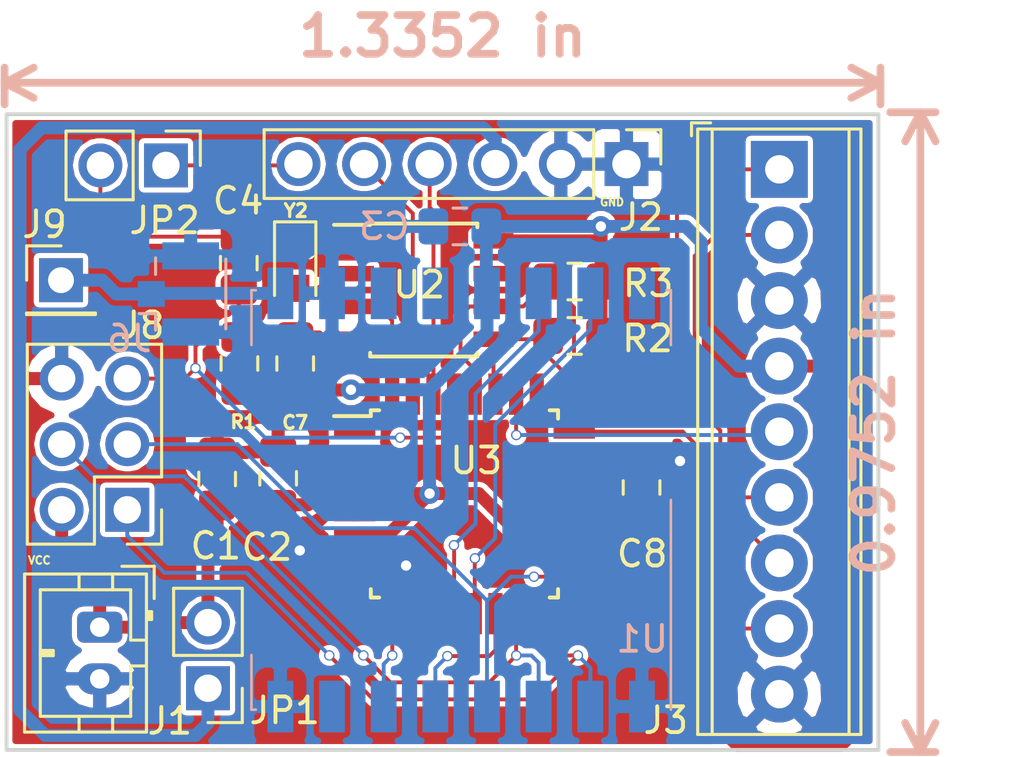
<source format=kicad_pcb>
(kicad_pcb (version 20171130) (host pcbnew 5.0.2+dfsg1-1)

  (general
    (thickness 1.6)
    (drawings 8)
    (tracks 251)
    (zones 0)
    (modules 21)
    (nets 40)
  )

  (page User 132.004 101.6)
  (title_block
    (title "GMote Mini")
    (date 2019-02-08)
    (rev 0.2)
    (company DigiDev)
    (comment 1 https://www.digidev.de/gmote)
    (comment 2 2019/02)
    (comment 3 "Mini Version")
    (comment 4 "Generic LoRaWAN Mote")
  )

  (layers
    (0 F.Cu signal)
    (31 B.Cu signal)
    (32 B.Adhes user hide)
    (33 F.Adhes user hide)
    (34 B.Paste user hide)
    (35 F.Paste user hide)
    (36 B.SilkS user)
    (37 F.SilkS user)
    (38 B.Mask user)
    (39 F.Mask user)
    (40 Dwgs.User user hide)
    (41 Cmts.User user hide)
    (42 Eco1.User user hide)
    (43 Eco2.User user hide)
    (44 Edge.Cuts user)
    (45 Margin user hide)
    (46 B.CrtYd user)
    (47 F.CrtYd user)
    (48 B.Fab user hide)
    (49 F.Fab user hide)
  )

  (setup
    (last_trace_width 0.15)
    (trace_clearance 0.15)
    (zone_clearance 0.15)
    (zone_45_only no)
    (trace_min 0.125)
    (segment_width 0.2)
    (edge_width 0.15)
    (via_size 0.4)
    (via_drill 0.3)
    (via_min_size 0.3)
    (via_min_drill 0.2)
    (uvia_size 0.3)
    (uvia_drill 0.1)
    (uvias_allowed no)
    (uvia_min_size 0.3)
    (uvia_min_drill 0.1)
    (pcb_text_width 0.3)
    (pcb_text_size 1.5 1.5)
    (mod_edge_width 0.15)
    (mod_text_size 1 1)
    (mod_text_width 0.15)
    (pad_size 1.7 1.7)
    (pad_drill 1.1)
    (pad_to_mask_clearance 0.1)
    (solder_mask_min_width 0.25)
    (aux_axis_origin 0 0)
    (visible_elements FFFFFF7F)
    (pcbplotparams
      (layerselection 0x010fc_ffffffff)
      (usegerberextensions false)
      (usegerberattributes false)
      (usegerberadvancedattributes false)
      (creategerberjobfile false)
      (excludeedgelayer true)
      (linewidth 0.100000)
      (plotframeref false)
      (viasonmask false)
      (mode 1)
      (useauxorigin false)
      (hpglpennumber 1)
      (hpglpenspeed 20)
      (hpglpendiameter 15.000000)
      (psnegative false)
      (psa4output false)
      (plotreference true)
      (plotvalue true)
      (plotinvisibletext false)
      (padsonsilk false)
      (subtractmaskfromsilk false)
      (outputformat 1)
      (mirror false)
      (drillshape 1)
      (scaleselection 1)
      (outputdirectory ""))
  )

  (net 0 "")
  (net 1 VCC)
  (net 2 GND)
  (net 3 Reset)
  (net 4 DTR)
  (net 5 XTAL1)
  (net 6 XTAL2)
  (net 7 "Net-(C8-Pad1)")
  (net 8 "Net-(J2-Pad3)")
  (net 9 RXI)
  (net 10 TXO)
  (net 11 "Net-(J2-Pad6)")
  (net 12 SDA)
  (net 13 SCL)
  (net 14 ADC0)
  (net 15 ADC1)
  (net 16 ADC2)
  (net 17 ADC3)
  (net 18 PD3)
  (net 19 PD4)
  (net 20 PD5)
  (net 21 PD6)
  (net 22 PD7)
  (net 23 ANT)
  (net 24 MISO)
  (net 25 SCK)
  (net 26 MOSI)
  (net 27 SS)
  (net 28 "Net-(U1-Pad7)")
  (net 29 "Net-(U1-Pad11)")
  (net 30 "Net-(U1-Pad12)")
  (net 31 PB0)
  (net 32 PB1)
  (net 33 "Net-(U1-Pad16)")
  (net 34 "Net-(U2-Pad1)")
  (net 35 "Net-(U2-Pad2)")
  (net 36 INT0)
  (net 37 "Net-(U2-Pad7)")
  (net 38 ADC6)
  (net 39 ADC7)

  (net_class Default "This is the default net class."
    (clearance 0.15)
    (trace_width 0.15)
    (via_dia 0.4)
    (via_drill 0.3)
    (uvia_dia 0.3)
    (uvia_drill 0.1)
    (add_net ADC0)
    (add_net ADC1)
    (add_net ADC2)
    (add_net ADC3)
    (add_net ADC6)
    (add_net ADC7)
    (add_net DTR)
    (add_net INT0)
    (add_net MISO)
    (add_net MOSI)
    (add_net "Net-(C8-Pad1)")
    (add_net "Net-(J2-Pad6)")
    (add_net "Net-(U1-Pad11)")
    (add_net "Net-(U1-Pad12)")
    (add_net "Net-(U1-Pad16)")
    (add_net "Net-(U1-Pad7)")
    (add_net "Net-(U2-Pad1)")
    (add_net "Net-(U2-Pad2)")
    (add_net "Net-(U2-Pad7)")
    (add_net PB0)
    (add_net PB1)
    (add_net PD3)
    (add_net PD4)
    (add_net PD5)
    (add_net PD6)
    (add_net PD7)
    (add_net RXI)
    (add_net Reset)
    (add_net SCK)
    (add_net SCL)
    (add_net SDA)
    (add_net SS)
    (add_net TXO)
    (add_net XTAL1)
    (add_net XTAL2)
  )

  (net_class AbsMin ""
    (clearance 0.125)
    (trace_width 0.125)
    (via_dia 0.3)
    (via_drill 0.2)
    (uvia_dia 0.3)
    (uvia_drill 0.1)
  )

  (net_class Big ""
    (clearance 0.2)
    (trace_width 0.5)
    (via_dia 0.8)
    (via_drill 0.4)
    (uvia_dia 0.3)
    (uvia_drill 0.1)
    (add_net ANT)
    (add_net GND)
    (add_net "Net-(J2-Pad3)")
    (add_net VCC)
  )

  (module RF_Module:HOPERF_RFM9XW_SMD (layer B.Cu) (tedit 5A030172) (tstamp 5C6C7A82)
    (at 66.8528 37.4396 90)
    (descr " Low Power Long Range Transceiver Module SMD-16 http://www.hoperf.com/upload/rf/RFM95_96_97_98W.pdf")
    (tags " Low Power Long Range Transceiver Module")
    (path /5BC1E65C)
    (attr smd)
    (fp_text reference U1 (at -5.3848 7.0104 180) (layer B.SilkS)
      (effects (font (size 1 1) (thickness 0.15)) (justify mirror))
    )
    (fp_text value RFM95W-868S2 (at 0 -9.5 90) (layer B.Fab)
      (effects (font (size 1 1) (thickness 0.15)) (justify mirror))
    )
    (fp_line (start -8 8) (end 8 8) (layer B.Fab) (width 0.12))
    (fp_line (start 8 -8) (end 8 8) (layer B.Fab) (width 0.12))
    (fp_line (start -8 -8) (end 8 -8) (layer B.Fab) (width 0.12))
    (fp_line (start -8 -8) (end -8 8) (layer B.Fab) (width 0.12))
    (fp_text user %R (at 0 0 90) (layer B.Fab)
      (effects (font (size 1 1) (thickness 0.15)) (justify mirror))
    )
    (fp_line (start -8.12 8.12) (end 0 8.12) (layer B.SilkS) (width 0.1))
    (fp_line (start 6 -8.12) (end 8.12 -8.12) (layer B.SilkS) (width 0.1))
    (fp_line (start -9.45 8.25) (end 9.45 8.25) (layer B.CrtYd) (width 0.05))
    (fp_line (start 9.45 8.25) (end 9.45 -8.25) (layer B.CrtYd) (width 0.05))
    (fp_line (start -9.45 -8.25) (end 9.45 -8.25) (layer B.CrtYd) (width 0.05))
    (fp_line (start -9.45 -8.25) (end -9.45 8.25) (layer B.CrtYd) (width 0.05))
    (fp_line (start 8.12 -8.12) (end 8.12 -7.95) (layer B.SilkS) (width 0.1))
    (fp_line (start -8.12 -8.12) (end -6 -8.12) (layer B.SilkS) (width 0.1))
    (fp_line (start -8.12 -8.12) (end -8.12 -7.95) (layer B.SilkS) (width 0.1))
    (fp_line (start 6 8.12) (end 8.12 8.12) (layer B.SilkS) (width 0.1))
    (fp_line (start 8.12 8.12) (end 8.12 7.95) (layer B.SilkS) (width 0.1))
    (pad 1 smd rect (at -8 7 90) (size 2 1) (layers B.Cu B.Paste B.Mask)
      (net 2 GND))
    (pad 2 smd rect (at -8 5 90) (size 2 1) (layers B.Cu B.Paste B.Mask)
      (net 24 MISO))
    (pad 3 smd rect (at -8 3 90) (size 2 1) (layers B.Cu B.Paste B.Mask)
      (net 26 MOSI))
    (pad 4 smd rect (at -8 1 90) (size 2 1) (layers B.Cu B.Paste B.Mask)
      (net 25 SCK))
    (pad 5 smd rect (at -8 -1 90) (size 2 1) (layers B.Cu B.Paste B.Mask)
      (net 27 SS))
    (pad 6 smd rect (at -8 -3 90) (size 2 1) (layers B.Cu B.Paste B.Mask)
      (net 20 PD5))
    (pad 7 smd rect (at -8 -5 90) (size 2 1) (layers B.Cu B.Paste B.Mask)
      (net 28 "Net-(U1-Pad7)"))
    (pad 8 smd rect (at -8 -7 90) (size 2 1) (layers B.Cu B.Paste B.Mask)
      (net 2 GND))
    (pad 9 smd rect (at 8 -7 90) (size 2 1) (layers B.Cu B.Paste B.Mask)
      (net 23 ANT))
    (pad 10 smd rect (at 8 -5 90) (size 2 1) (layers B.Cu B.Paste B.Mask)
      (net 2 GND))
    (pad 11 smd rect (at 8 -3 90) (size 2 1) (layers B.Cu B.Paste B.Mask)
      (net 29 "Net-(U1-Pad11)"))
    (pad 12 smd rect (at 8 -1 90) (size 2 1) (layers B.Cu B.Paste B.Mask)
      (net 30 "Net-(U1-Pad12)"))
    (pad 13 smd rect (at 8 1 90) (size 2 1) (layers B.Cu B.Paste B.Mask)
      (net 1 VCC))
    (pad 14 smd rect (at 8 3 90) (size 2 1) (layers B.Cu B.Paste B.Mask)
      (net 31 PB0))
    (pad 15 smd rect (at 8 5 90) (size 2 1) (layers B.Cu B.Paste B.Mask)
      (net 32 PB1))
    (pad 16 smd rect (at 8 7 90) (size 2 1) (layers B.Cu B.Paste B.Mask)
      (net 33 "Net-(U1-Pad16)"))
    (model ${KISYS3DMOD}/RF_Module.3dshapes/HOPERF_RFM9XW_SMD.wrl
      (at (xyz 0 0 0))
      (scale (xyz 1 1 1))
      (rotate (xyz 0 0 0))
    )
  )

  (module Connector_PinHeader_2.54mm:PinHeader_2x03_P2.54mm_Vertical (layer F.Cu) (tedit 5C4CEBF3) (tstamp 5C6BB45A)
    (at 53.9242 37.8206 180)
    (descr "Through hole straight pin header, 2x03, 2.54mm pitch, double rows")
    (tags "Through hole pin header THT 2x03 2.54mm double row")
    (path /5BC03C29)
    (fp_text reference J8 (at -0.5842 7.1374 180) (layer F.SilkS)
      (effects (font (size 1 1) (thickness 0.15)))
    )
    (fp_text value AVR-ISP-6 (at 1.27 7.41 180) (layer F.Fab)
      (effects (font (size 1 1) (thickness 0.15)))
    )
    (fp_line (start 0 -1.27) (end 3.81 -1.27) (layer F.Fab) (width 0.1))
    (fp_line (start 3.81 -1.27) (end 3.81 6.35) (layer F.Fab) (width 0.1))
    (fp_line (start 3.81 6.35) (end -1.27 6.35) (layer F.Fab) (width 0.1))
    (fp_line (start -1.27 6.35) (end -1.27 0) (layer F.Fab) (width 0.1))
    (fp_line (start -1.27 0) (end 0 -1.27) (layer F.Fab) (width 0.1))
    (fp_line (start -1.33 6.41) (end 3.87 6.41) (layer F.SilkS) (width 0.12))
    (fp_line (start -1.33 1.27) (end -1.33 6.41) (layer F.SilkS) (width 0.12))
    (fp_line (start 3.87 -1.33) (end 3.87 6.41) (layer F.SilkS) (width 0.12))
    (fp_line (start -1.33 1.27) (end 1.27 1.27) (layer F.SilkS) (width 0.12))
    (fp_line (start 1.27 1.27) (end 1.27 -1.33) (layer F.SilkS) (width 0.12))
    (fp_line (start 1.27 -1.33) (end 3.87 -1.33) (layer F.SilkS) (width 0.12))
    (fp_line (start -1.33 0) (end -1.33 -1.33) (layer F.SilkS) (width 0.12))
    (fp_line (start -1.33 -1.33) (end 0 -1.33) (layer F.SilkS) (width 0.12))
    (fp_line (start -1.8 -1.8) (end -1.8 6.85) (layer F.CrtYd) (width 0.05))
    (fp_line (start -1.8 6.85) (end 4.35 6.85) (layer F.CrtYd) (width 0.05))
    (fp_line (start 4.35 6.85) (end 4.35 -1.8) (layer F.CrtYd) (width 0.05))
    (fp_line (start 4.35 -1.8) (end -1.8 -1.8) (layer F.CrtYd) (width 0.05))
    (fp_text user %R (at 1.27 2.54 270) (layer F.Fab)
      (effects (font (size 1 1) (thickness 0.15)))
    )
    (pad 1 thru_hole rect (at 0 0 180) (size 1.7 1.7) (drill 1.06) (layers *.Cu *.Mask)
      (net 24 MISO))
    (pad 2 thru_hole oval (at 2.54 0 180) (size 1.7 1.7) (drill 1.06) (layers *.Cu *.Mask)
      (net 1 VCC))
    (pad 3 thru_hole oval (at 0 2.54 180) (size 1.7 1.7) (drill 1.06) (layers *.Cu *.Mask)
      (net 25 SCK))
    (pad 4 thru_hole oval (at 2.54 2.54 180) (size 1.7 1.7) (drill 1.06) (layers *.Cu *.Mask)
      (net 26 MOSI))
    (pad 5 thru_hole oval (at 0 5.08 180) (size 1.7 1.7) (drill 1.06) (layers *.Cu *.Mask)
      (net 3 Reset))
    (pad 6 thru_hole oval (at 2.54 5.08 180) (size 1.7 1.7) (drill 1.06) (layers *.Cu *.Mask)
      (net 2 GND))
    (model ${KISYS3DMOD}/Connector_PinHeader_2.54mm.3dshapes/PinHeader_2x03_P2.54mm_Vertical.wrl
      (at (xyz 0 0 0))
      (scale (xyz 1 1 1))
      (rotate (xyz 0 0 0))
    )
  )

  (module Capacitor_SMD:C_0805_2012Metric_Pad1.15x1.40mm_HandSolder (layer F.Cu) (tedit 5B36C52B) (tstamp 5C6BC9BE)
    (at 57.404 36.6268 90)
    (descr "Capacitor SMD 0805 (2012 Metric), square (rectangular) end terminal, IPC_7351 nominal with elongated pad for handsoldering. (Body size source: https://docs.google.com/spreadsheets/d/1BsfQQcO9C6DZCsRaXUlFlo91Tg2WpOkGARC1WS5S8t0/edit?usp=sharing), generated with kicad-footprint-generator")
    (tags "capacitor handsolder")
    (path /5BE4B1D2)
    (attr smd)
    (fp_text reference C1 (at -2.5908 -0.0508 -180) (layer F.SilkS)
      (effects (font (size 1 1) (thickness 0.15)))
    )
    (fp_text value 10uF (at 0 1.65 90) (layer F.Fab)
      (effects (font (size 1 1) (thickness 0.15)))
    )
    (fp_text user %R (at 0 0 90) (layer F.Fab)
      (effects (font (size 0.5 0.5) (thickness 0.08)))
    )
    (fp_line (start 1.85 0.95) (end -1.85 0.95) (layer F.CrtYd) (width 0.05))
    (fp_line (start 1.85 -0.95) (end 1.85 0.95) (layer F.CrtYd) (width 0.05))
    (fp_line (start -1.85 -0.95) (end 1.85 -0.95) (layer F.CrtYd) (width 0.05))
    (fp_line (start -1.85 0.95) (end -1.85 -0.95) (layer F.CrtYd) (width 0.05))
    (fp_line (start -0.261252 0.71) (end 0.261252 0.71) (layer F.SilkS) (width 0.12))
    (fp_line (start -0.261252 -0.71) (end 0.261252 -0.71) (layer F.SilkS) (width 0.12))
    (fp_line (start 1 0.6) (end -1 0.6) (layer F.Fab) (width 0.1))
    (fp_line (start 1 -0.6) (end 1 0.6) (layer F.Fab) (width 0.1))
    (fp_line (start -1 -0.6) (end 1 -0.6) (layer F.Fab) (width 0.1))
    (fp_line (start -1 0.6) (end -1 -0.6) (layer F.Fab) (width 0.1))
    (pad 2 smd roundrect (at 1.025 0 90) (size 1.15 1.4) (layers F.Cu F.Paste F.Mask) (roundrect_rratio 0.217391)
      (net 2 GND))
    (pad 1 smd roundrect (at -1.025 0 90) (size 1.15 1.4) (layers F.Cu F.Paste F.Mask) (roundrect_rratio 0.217391)
      (net 1 VCC))
    (model ${KISYS3DMOD}/Capacitor_SMD.3dshapes/C_0805_2012Metric.wrl
      (at (xyz 0 0 0))
      (scale (xyz 1 1 1))
      (rotate (xyz 0 0 0))
    )
  )

  (module Capacitor_SMD:C_0805_2012Metric_Pad1.15x1.40mm_HandSolder (layer F.Cu) (tedit 5B36C52B) (tstamp 5C6BC98E)
    (at 59.7662 36.6014 90)
    (descr "Capacitor SMD 0805 (2012 Metric), square (rectangular) end terminal, IPC_7351 nominal with elongated pad for handsoldering. (Body size source: https://docs.google.com/spreadsheets/d/1BsfQQcO9C6DZCsRaXUlFlo91Tg2WpOkGARC1WS5S8t0/edit?usp=sharing), generated with kicad-footprint-generator")
    (tags "capacitor handsolder")
    (path /5BBE1DC0)
    (attr smd)
    (fp_text reference C2 (at -2.667 -0.4318 -180) (layer F.SilkS)
      (effects (font (size 1 1) (thickness 0.15)))
    )
    (fp_text value 0.1uF (at 0 1.65 90) (layer F.Fab)
      (effects (font (size 1 1) (thickness 0.15)))
    )
    (fp_line (start -1 0.6) (end -1 -0.6) (layer F.Fab) (width 0.1))
    (fp_line (start -1 -0.6) (end 1 -0.6) (layer F.Fab) (width 0.1))
    (fp_line (start 1 -0.6) (end 1 0.6) (layer F.Fab) (width 0.1))
    (fp_line (start 1 0.6) (end -1 0.6) (layer F.Fab) (width 0.1))
    (fp_line (start -0.261252 -0.71) (end 0.261252 -0.71) (layer F.SilkS) (width 0.12))
    (fp_line (start -0.261252 0.71) (end 0.261252 0.71) (layer F.SilkS) (width 0.12))
    (fp_line (start -1.85 0.95) (end -1.85 -0.95) (layer F.CrtYd) (width 0.05))
    (fp_line (start -1.85 -0.95) (end 1.85 -0.95) (layer F.CrtYd) (width 0.05))
    (fp_line (start 1.85 -0.95) (end 1.85 0.95) (layer F.CrtYd) (width 0.05))
    (fp_line (start 1.85 0.95) (end -1.85 0.95) (layer F.CrtYd) (width 0.05))
    (fp_text user %R (at 0 0 90) (layer F.Fab)
      (effects (font (size 0.5 0.5) (thickness 0.08)))
    )
    (pad 1 smd roundrect (at -1.025 0 90) (size 1.15 1.4) (layers F.Cu F.Paste F.Mask) (roundrect_rratio 0.217391)
      (net 1 VCC))
    (pad 2 smd roundrect (at 1.025 0 90) (size 1.15 1.4) (layers F.Cu F.Paste F.Mask) (roundrect_rratio 0.217391)
      (net 2 GND))
    (model ${KISYS3DMOD}/Capacitor_SMD.3dshapes/C_0805_2012Metric.wrl
      (at (xyz 0 0 0))
      (scale (xyz 1 1 1))
      (rotate (xyz 0 0 0))
    )
  )

  (module Capacitor_SMD:C_0805_2012Metric_Pad1.15x1.40mm_HandSolder (layer B.Cu) (tedit 5B36C52B) (tstamp 5C6C6ACA)
    (at 66.802 26.8478)
    (descr "Capacitor SMD 0805 (2012 Metric), square (rectangular) end terminal, IPC_7351 nominal with elongated pad for handsoldering. (Body size source: https://docs.google.com/spreadsheets/d/1BsfQQcO9C6DZCsRaXUlFlo91Tg2WpOkGARC1WS5S8t0/edit?usp=sharing), generated with kicad-footprint-generator")
    (tags "capacitor handsolder")
    (path /5BC2F8DC)
    (attr smd)
    (fp_text reference C3 (at -2.921 0) (layer B.SilkS)
      (effects (font (size 1 1) (thickness 0.15)) (justify mirror))
    )
    (fp_text value 0.1uF (at 0 -1.65) (layer B.Fab)
      (effects (font (size 1 1) (thickness 0.15)) (justify mirror))
    )
    (fp_text user %R (at 0 0) (layer B.Fab)
      (effects (font (size 0.5 0.5) (thickness 0.08)) (justify mirror))
    )
    (fp_line (start 1.85 -0.95) (end -1.85 -0.95) (layer B.CrtYd) (width 0.05))
    (fp_line (start 1.85 0.95) (end 1.85 -0.95) (layer B.CrtYd) (width 0.05))
    (fp_line (start -1.85 0.95) (end 1.85 0.95) (layer B.CrtYd) (width 0.05))
    (fp_line (start -1.85 -0.95) (end -1.85 0.95) (layer B.CrtYd) (width 0.05))
    (fp_line (start -0.261252 -0.71) (end 0.261252 -0.71) (layer B.SilkS) (width 0.12))
    (fp_line (start -0.261252 0.71) (end 0.261252 0.71) (layer B.SilkS) (width 0.12))
    (fp_line (start 1 -0.6) (end -1 -0.6) (layer B.Fab) (width 0.1))
    (fp_line (start 1 0.6) (end 1 -0.6) (layer B.Fab) (width 0.1))
    (fp_line (start -1 0.6) (end 1 0.6) (layer B.Fab) (width 0.1))
    (fp_line (start -1 -0.6) (end -1 0.6) (layer B.Fab) (width 0.1))
    (pad 2 smd roundrect (at 1.025 0) (size 1.15 1.4) (layers B.Cu B.Paste B.Mask) (roundrect_rratio 0.217391)
      (net 1 VCC))
    (pad 1 smd roundrect (at -1.025 0) (size 1.15 1.4) (layers B.Cu B.Paste B.Mask) (roundrect_rratio 0.217391)
      (net 2 GND))
    (model ${KISYS3DMOD}/Capacitor_SMD.3dshapes/C_0805_2012Metric.wrl
      (at (xyz 0 0 0))
      (scale (xyz 1 1 1))
      (rotate (xyz 0 0 0))
    )
  )

  (module Capacitor_SMD:C_0805_2012Metric_Pad1.15x1.40mm_HandSolder (layer F.Cu) (tedit 5B36C52B) (tstamp 5C6BB36F)
    (at 58.2422 28.2702 270)
    (descr "Capacitor SMD 0805 (2012 Metric), square (rectangular) end terminal, IPC_7351 nominal with elongated pad for handsoldering. (Body size source: https://docs.google.com/spreadsheets/d/1BsfQQcO9C6DZCsRaXUlFlo91Tg2WpOkGARC1WS5S8t0/edit?usp=sharing), generated with kicad-footprint-generator")
    (tags "capacitor handsolder")
    (path /5BBE715F)
    (attr smd)
    (fp_text reference C4 (at -2.413 0.0254) (layer F.SilkS)
      (effects (font (size 1 1) (thickness 0.15)))
    )
    (fp_text value 0.1uF (at 0 1.65 270) (layer F.Fab)
      (effects (font (size 1 1) (thickness 0.15)))
    )
    (fp_line (start -1 0.6) (end -1 -0.6) (layer F.Fab) (width 0.1))
    (fp_line (start -1 -0.6) (end 1 -0.6) (layer F.Fab) (width 0.1))
    (fp_line (start 1 -0.6) (end 1 0.6) (layer F.Fab) (width 0.1))
    (fp_line (start 1 0.6) (end -1 0.6) (layer F.Fab) (width 0.1))
    (fp_line (start -0.261252 -0.71) (end 0.261252 -0.71) (layer F.SilkS) (width 0.12))
    (fp_line (start -0.261252 0.71) (end 0.261252 0.71) (layer F.SilkS) (width 0.12))
    (fp_line (start -1.85 0.95) (end -1.85 -0.95) (layer F.CrtYd) (width 0.05))
    (fp_line (start -1.85 -0.95) (end 1.85 -0.95) (layer F.CrtYd) (width 0.05))
    (fp_line (start 1.85 -0.95) (end 1.85 0.95) (layer F.CrtYd) (width 0.05))
    (fp_line (start 1.85 0.95) (end -1.85 0.95) (layer F.CrtYd) (width 0.05))
    (fp_text user %R (at 0 0 270) (layer F.Fab)
      (effects (font (size 0.5 0.5) (thickness 0.08)))
    )
    (pad 1 smd roundrect (at -1.025 0 270) (size 1.15 1.4) (layers F.Cu F.Paste F.Mask) (roundrect_rratio 0.217391)
      (net 4 DTR))
    (pad 2 smd roundrect (at 1.025 0 270) (size 1.15 1.4) (layers F.Cu F.Paste F.Mask) (roundrect_rratio 0.217391)
      (net 3 Reset))
    (model ${KISYS3DMOD}/Capacitor_SMD.3dshapes/C_0805_2012Metric.wrl
      (at (xyz 0 0 0))
      (scale (xyz 1 1 1))
      (rotate (xyz 0 0 0))
    )
  )

  (module Capacitor_SMD:C_0805_2012Metric_Pad1.15x1.40mm_HandSolder (layer F.Cu) (tedit 5C5C9FA4) (tstamp 5C6BB380)
    (at 60.4266 32.1564 270)
    (descr "Capacitor SMD 0805 (2012 Metric), square (rectangular) end terminal, IPC_7351 nominal with elongated pad for handsoldering. (Body size source: https://docs.google.com/spreadsheets/d/1BsfQQcO9C6DZCsRaXUlFlo91Tg2WpOkGARC1WS5S8t0/edit?usp=sharing), generated with kicad-footprint-generator")
    (tags "capacitor handsolder")
    (path /5BC2F9E0)
    (attr smd)
    (fp_text reference C7 (at 2.286 0) (layer F.SilkS)
      (effects (font (size 0.5 0.5) (thickness 0.125)))
    )
    (fp_text value 0.1uF (at 0 1.65 270) (layer F.Fab)
      (effects (font (size 1 1) (thickness 0.15)))
    )
    (fp_line (start -1 0.6) (end -1 -0.6) (layer F.Fab) (width 0.1))
    (fp_line (start -1 -0.6) (end 1 -0.6) (layer F.Fab) (width 0.1))
    (fp_line (start 1 -0.6) (end 1 0.6) (layer F.Fab) (width 0.1))
    (fp_line (start 1 0.6) (end -1 0.6) (layer F.Fab) (width 0.1))
    (fp_line (start -0.261252 -0.71) (end 0.261252 -0.71) (layer F.SilkS) (width 0.12))
    (fp_line (start -0.261252 0.71) (end 0.261252 0.71) (layer F.SilkS) (width 0.12))
    (fp_line (start -1.85 0.95) (end -1.85 -0.95) (layer F.CrtYd) (width 0.05))
    (fp_line (start -1.85 -0.95) (end 1.85 -0.95) (layer F.CrtYd) (width 0.05))
    (fp_line (start 1.85 -0.95) (end 1.85 0.95) (layer F.CrtYd) (width 0.05))
    (fp_line (start 1.85 0.95) (end -1.85 0.95) (layer F.CrtYd) (width 0.05))
    (fp_text user %R (at 0 0 270) (layer F.Fab)
      (effects (font (size 0.5 0.5) (thickness 0.08)))
    )
    (pad 1 smd roundrect (at -1.025 0 270) (size 1.15 1.4) (layers F.Cu F.Paste F.Mask) (roundrect_rratio 0.217391)
      (net 2 GND))
    (pad 2 smd roundrect (at 1.025 0 270) (size 1.15 1.4) (layers F.Cu F.Paste F.Mask) (roundrect_rratio 0.217391)
      (net 1 VCC))
    (model ${KISYS3DMOD}/Capacitor_SMD.3dshapes/C_0805_2012Metric.wrl
      (at (xyz 0 0 0))
      (scale (xyz 1 1 1))
      (rotate (xyz 0 0 0))
    )
  )

  (module Capacitor_SMD:C_0805_2012Metric_Pad1.15x1.40mm_HandSolder (layer F.Cu) (tedit 5B36C52B) (tstamp 5C6BB391)
    (at 73.8378 36.957 90)
    (descr "Capacitor SMD 0805 (2012 Metric), square (rectangular) end terminal, IPC_7351 nominal with elongated pad for handsoldering. (Body size source: https://docs.google.com/spreadsheets/d/1BsfQQcO9C6DZCsRaXUlFlo91Tg2WpOkGARC1WS5S8t0/edit?usp=sharing), generated with kicad-footprint-generator")
    (tags "capacitor handsolder")
    (path /5BBE924A)
    (attr smd)
    (fp_text reference C8 (at -2.5654 0.0254) (layer F.SilkS)
      (effects (font (size 1 1) (thickness 0.15)))
    )
    (fp_text value 0.1uF (at 0 1.65 90) (layer F.Fab)
      (effects (font (size 1 1) (thickness 0.15)))
    )
    (fp_text user %R (at 0 0 90) (layer F.Fab)
      (effects (font (size 0.5 0.5) (thickness 0.08)))
    )
    (fp_line (start 1.85 0.95) (end -1.85 0.95) (layer F.CrtYd) (width 0.05))
    (fp_line (start 1.85 -0.95) (end 1.85 0.95) (layer F.CrtYd) (width 0.05))
    (fp_line (start -1.85 -0.95) (end 1.85 -0.95) (layer F.CrtYd) (width 0.05))
    (fp_line (start -1.85 0.95) (end -1.85 -0.95) (layer F.CrtYd) (width 0.05))
    (fp_line (start -0.261252 0.71) (end 0.261252 0.71) (layer F.SilkS) (width 0.12))
    (fp_line (start -0.261252 -0.71) (end 0.261252 -0.71) (layer F.SilkS) (width 0.12))
    (fp_line (start 1 0.6) (end -1 0.6) (layer F.Fab) (width 0.1))
    (fp_line (start 1 -0.6) (end 1 0.6) (layer F.Fab) (width 0.1))
    (fp_line (start -1 -0.6) (end 1 -0.6) (layer F.Fab) (width 0.1))
    (fp_line (start -1 0.6) (end -1 -0.6) (layer F.Fab) (width 0.1))
    (pad 2 smd roundrect (at 1.025 0 90) (size 1.15 1.4) (layers F.Cu F.Paste F.Mask) (roundrect_rratio 0.217391)
      (net 2 GND))
    (pad 1 smd roundrect (at -1.025 0 90) (size 1.15 1.4) (layers F.Cu F.Paste F.Mask) (roundrect_rratio 0.217391)
      (net 7 "Net-(C8-Pad1)"))
    (model ${KISYS3DMOD}/Capacitor_SMD.3dshapes/C_0805_2012Metric.wrl
      (at (xyz 0 0 0))
      (scale (xyz 1 1 1))
      (rotate (xyz 0 0 0))
    )
  )

  (module Connector_JST:JST_PH_B2B-PH-K_1x02_P2.00mm_Vertical (layer F.Cu) (tedit 5B7745C2) (tstamp 5C6BB3BB)
    (at 52.8574 42.3672 270)
    (descr "JST PH series connector, B2B-PH-K (http://www.jst-mfg.com/product/pdf/eng/ePH.pdf), generated with kicad-footprint-generator")
    (tags "connector JST PH side entry")
    (path /5BBE19AB)
    (fp_text reference J1 (at 3.6322 -2.7178) (layer F.SilkS)
      (effects (font (size 1 1) (thickness 0.15)))
    )
    (fp_text value Conn_01x02_Male (at 1 4 270) (layer F.Fab)
      (effects (font (size 1 1) (thickness 0.15)))
    )
    (fp_line (start -2.06 -1.81) (end -2.06 2.91) (layer F.SilkS) (width 0.12))
    (fp_line (start -2.06 2.91) (end 4.06 2.91) (layer F.SilkS) (width 0.12))
    (fp_line (start 4.06 2.91) (end 4.06 -1.81) (layer F.SilkS) (width 0.12))
    (fp_line (start 4.06 -1.81) (end -2.06 -1.81) (layer F.SilkS) (width 0.12))
    (fp_line (start -0.3 -1.81) (end -0.3 -2.01) (layer F.SilkS) (width 0.12))
    (fp_line (start -0.3 -2.01) (end -0.6 -2.01) (layer F.SilkS) (width 0.12))
    (fp_line (start -0.6 -2.01) (end -0.6 -1.81) (layer F.SilkS) (width 0.12))
    (fp_line (start -0.3 -1.91) (end -0.6 -1.91) (layer F.SilkS) (width 0.12))
    (fp_line (start 0.5 -1.81) (end 0.5 -1.2) (layer F.SilkS) (width 0.12))
    (fp_line (start 0.5 -1.2) (end -1.45 -1.2) (layer F.SilkS) (width 0.12))
    (fp_line (start -1.45 -1.2) (end -1.45 2.3) (layer F.SilkS) (width 0.12))
    (fp_line (start -1.45 2.3) (end 3.45 2.3) (layer F.SilkS) (width 0.12))
    (fp_line (start 3.45 2.3) (end 3.45 -1.2) (layer F.SilkS) (width 0.12))
    (fp_line (start 3.45 -1.2) (end 1.5 -1.2) (layer F.SilkS) (width 0.12))
    (fp_line (start 1.5 -1.2) (end 1.5 -1.81) (layer F.SilkS) (width 0.12))
    (fp_line (start -2.06 -0.5) (end -1.45 -0.5) (layer F.SilkS) (width 0.12))
    (fp_line (start -2.06 0.8) (end -1.45 0.8) (layer F.SilkS) (width 0.12))
    (fp_line (start 4.06 -0.5) (end 3.45 -0.5) (layer F.SilkS) (width 0.12))
    (fp_line (start 4.06 0.8) (end 3.45 0.8) (layer F.SilkS) (width 0.12))
    (fp_line (start 0.9 2.3) (end 0.9 1.8) (layer F.SilkS) (width 0.12))
    (fp_line (start 0.9 1.8) (end 1.1 1.8) (layer F.SilkS) (width 0.12))
    (fp_line (start 1.1 1.8) (end 1.1 2.3) (layer F.SilkS) (width 0.12))
    (fp_line (start 1 2.3) (end 1 1.8) (layer F.SilkS) (width 0.12))
    (fp_line (start -1.11 -2.11) (end -2.36 -2.11) (layer F.SilkS) (width 0.12))
    (fp_line (start -2.36 -2.11) (end -2.36 -0.86) (layer F.SilkS) (width 0.12))
    (fp_line (start -1.11 -2.11) (end -2.36 -2.11) (layer F.Fab) (width 0.1))
    (fp_line (start -2.36 -2.11) (end -2.36 -0.86) (layer F.Fab) (width 0.1))
    (fp_line (start -1.95 -1.7) (end -1.95 2.8) (layer F.Fab) (width 0.1))
    (fp_line (start -1.95 2.8) (end 3.95 2.8) (layer F.Fab) (width 0.1))
    (fp_line (start 3.95 2.8) (end 3.95 -1.7) (layer F.Fab) (width 0.1))
    (fp_line (start 3.95 -1.7) (end -1.95 -1.7) (layer F.Fab) (width 0.1))
    (fp_line (start -2.45 -2.2) (end -2.45 3.3) (layer F.CrtYd) (width 0.05))
    (fp_line (start -2.45 3.3) (end 4.45 3.3) (layer F.CrtYd) (width 0.05))
    (fp_line (start 4.45 3.3) (end 4.45 -2.2) (layer F.CrtYd) (width 0.05))
    (fp_line (start 4.45 -2.2) (end -2.45 -2.2) (layer F.CrtYd) (width 0.05))
    (fp_text user %R (at 1 1.5 270) (layer F.Fab)
      (effects (font (size 1 1) (thickness 0.15)))
    )
    (pad 1 thru_hole roundrect (at 0 0 270) (size 1.2 1.75) (drill 0.75) (layers *.Cu *.Mask) (roundrect_rratio 0.208333)
      (net 1 VCC))
    (pad 2 thru_hole oval (at 2 0 270) (size 1.2 1.75) (drill 0.75) (layers *.Cu *.Mask)
      (net 2 GND))
    (model ${KISYS3DMOD}/Connector_JST.3dshapes/JST_PH_B2B-PH-K_1x02_P2.00mm_Vertical.wrl
      (at (xyz 0 0 0))
      (scale (xyz 1 1 1))
      (rotate (xyz 0 0 0))
    )
  )

  (module TerminalBlock_Phoenix:TerminalBlock_Phoenix_MPT-0,5-9-2.54_1x09_P2.54mm_Horizontal (layer F.Cu) (tedit 5B294F9D) (tstamp 5C6BB411)
    (at 79.1718 24.638 270)
    (descr "Terminal Block Phoenix MPT-0,5-9-2.54, 9 pins, pitch 2.54mm, size 23.3x6.2mm^2, drill diamater 1.1mm, pad diameter 2.2mm, see http://www.mouser.com/ds/2/324/ItemDetail_1725672-916605.pdf, script-generated using https://github.com/pointhi/kicad-footprint-generator/scripts/TerminalBlock_Phoenix")
    (tags "THT Terminal Block Phoenix MPT-0,5-9-2.54 pitch 2.54mm size 23.3x6.2mm^2 drill 1.1mm pad 2.2mm")
    (path /5C49253F)
    (fp_text reference J3 (at 21.336 4.3942) (layer F.SilkS)
      (effects (font (size 1 1) (thickness 0.15)))
    )
    (fp_text value Screw_Terminal_01x09 (at 10.16 4.16 270) (layer F.Fab)
      (effects (font (size 1 1) (thickness 0.15)))
    )
    (fp_circle (center 0 0) (end 1.1 0) (layer F.Fab) (width 0.1))
    (fp_circle (center 2.54 0) (end 3.64 0) (layer F.Fab) (width 0.1))
    (fp_circle (center 5.08 0) (end 6.18 0) (layer F.Fab) (width 0.1))
    (fp_circle (center 7.62 0) (end 8.72 0) (layer F.Fab) (width 0.1))
    (fp_circle (center 10.16 0) (end 11.26 0) (layer F.Fab) (width 0.1))
    (fp_circle (center 12.7 0) (end 13.8 0) (layer F.Fab) (width 0.1))
    (fp_circle (center 15.24 0) (end 16.34 0) (layer F.Fab) (width 0.1))
    (fp_circle (center 17.78 0) (end 18.88 0) (layer F.Fab) (width 0.1))
    (fp_circle (center 20.32 0) (end 21.42 0) (layer F.Fab) (width 0.1))
    (fp_line (start -1.5 -3.1) (end 21.82 -3.1) (layer F.Fab) (width 0.1))
    (fp_line (start 21.82 -3.1) (end 21.82 3.1) (layer F.Fab) (width 0.1))
    (fp_line (start 21.82 3.1) (end -1 3.1) (layer F.Fab) (width 0.1))
    (fp_line (start -1 3.1) (end -1.5 2.6) (layer F.Fab) (width 0.1))
    (fp_line (start -1.5 2.6) (end -1.5 -3.1) (layer F.Fab) (width 0.1))
    (fp_line (start -1.5 2.6) (end 21.82 2.6) (layer F.Fab) (width 0.1))
    (fp_line (start -1.56 2.6) (end 21.881 2.6) (layer F.SilkS) (width 0.12))
    (fp_line (start -1.5 -2.7) (end 21.82 -2.7) (layer F.Fab) (width 0.1))
    (fp_line (start -1.56 -2.7) (end 21.881 -2.7) (layer F.SilkS) (width 0.12))
    (fp_line (start -1.56 -3.16) (end 21.881 -3.16) (layer F.SilkS) (width 0.12))
    (fp_line (start -1.56 3.16) (end 21.881 3.16) (layer F.SilkS) (width 0.12))
    (fp_line (start -1.56 -3.16) (end -1.56 3.16) (layer F.SilkS) (width 0.12))
    (fp_line (start 21.881 -3.16) (end 21.881 3.16) (layer F.SilkS) (width 0.12))
    (fp_line (start 0.835 -0.7) (end -0.701 0.835) (layer F.Fab) (width 0.1))
    (fp_line (start 0.701 -0.835) (end -0.835 0.7) (layer F.Fab) (width 0.1))
    (fp_line (start 3.375 -0.7) (end 1.84 0.835) (layer F.Fab) (width 0.1))
    (fp_line (start 3.241 -0.835) (end 1.706 0.7) (layer F.Fab) (width 0.1))
    (fp_line (start 5.915 -0.7) (end 4.38 0.835) (layer F.Fab) (width 0.1))
    (fp_line (start 5.781 -0.835) (end 4.246 0.7) (layer F.Fab) (width 0.1))
    (fp_line (start 8.455 -0.7) (end 6.92 0.835) (layer F.Fab) (width 0.1))
    (fp_line (start 8.321 -0.835) (end 6.786 0.7) (layer F.Fab) (width 0.1))
    (fp_line (start 10.995 -0.7) (end 9.46 0.835) (layer F.Fab) (width 0.1))
    (fp_line (start 10.861 -0.835) (end 9.326 0.7) (layer F.Fab) (width 0.1))
    (fp_line (start 13.535 -0.7) (end 12 0.835) (layer F.Fab) (width 0.1))
    (fp_line (start 13.401 -0.835) (end 11.866 0.7) (layer F.Fab) (width 0.1))
    (fp_line (start 16.075 -0.7) (end 14.54 0.835) (layer F.Fab) (width 0.1))
    (fp_line (start 15.941 -0.835) (end 14.406 0.7) (layer F.Fab) (width 0.1))
    (fp_line (start 18.615 -0.7) (end 17.08 0.835) (layer F.Fab) (width 0.1))
    (fp_line (start 18.481 -0.835) (end 16.946 0.7) (layer F.Fab) (width 0.1))
    (fp_line (start 21.155 -0.7) (end 19.62 0.835) (layer F.Fab) (width 0.1))
    (fp_line (start 21.021 -0.835) (end 19.486 0.7) (layer F.Fab) (width 0.1))
    (fp_line (start -1.8 2.66) (end -1.8 3.4) (layer F.SilkS) (width 0.12))
    (fp_line (start -1.8 3.4) (end -1.3 3.4) (layer F.SilkS) (width 0.12))
    (fp_line (start -2 -3.6) (end -2 3.6) (layer F.CrtYd) (width 0.05))
    (fp_line (start -2 3.6) (end 22.32 3.6) (layer F.CrtYd) (width 0.05))
    (fp_line (start 22.32 3.6) (end 22.32 -3.6) (layer F.CrtYd) (width 0.05))
    (fp_line (start 22.32 -3.6) (end -2 -3.6) (layer F.CrtYd) (width 0.05))
    (fp_text user %R (at 10.16 2 270) (layer F.Fab)
      (effects (font (size 1 1) (thickness 0.15)))
    )
    (pad 1 thru_hole rect (at 0 0 270) (size 2.2 2.2) (drill 1.1) (layers *.Cu *.Mask)
      (net 13 SCL))
    (pad 2 thru_hole circle (at 2.54 0 270) (size 2.2 2.2) (drill 1.1) (layers *.Cu *.Mask)
      (net 12 SDA))
    (pad 3 thru_hole circle (at 5.08 0 270) (size 2.2 2.2) (drill 1.1) (layers *.Cu *.Mask)
      (net 2 GND))
    (pad 4 thru_hole circle (at 7.62 0 270) (size 2.2 2.2) (drill 1.1) (layers *.Cu *.Mask)
      (net 1 VCC))
    (pad 5 thru_hole circle (at 10.16 0 270) (size 2.2 2.2) (drill 1.1) (layers *.Cu *.Mask)
      (net 17 ADC3))
    (pad 6 thru_hole circle (at 12.7 0 270) (size 2.2 2.2) (drill 1.1) (layers *.Cu *.Mask)
      (net 16 ADC2))
    (pad 7 thru_hole circle (at 15.24 0 270) (size 2.2 2.2) (drill 1.1) (layers *.Cu *.Mask)
      (net 15 ADC1))
    (pad 8 thru_hole circle (at 17.78 0 270) (size 2.2 2.2) (drill 1.1) (layers *.Cu *.Mask)
      (net 14 ADC0))
    (pad 9 thru_hole circle (at 20.32 0 270) (size 2.2 2.2) (drill 1.1) (layers *.Cu *.Mask)
      (net 2 GND))
    (model ${KISYS3DMOD}/TerminalBlock_Phoenix.3dshapes/TerminalBlock_Phoenix_MPT-0,5-9-2.54_1x09_P2.54mm_Horizontal.wrl
      (at (xyz 0 0 0))
      (scale (xyz 1 1 1))
      (rotate (xyz 0 0 0))
    )
  )

  (module Connector_Coaxial:U.FL_Hirose_U.FL-R-SMT-1_Vertical (layer B.Cu) (tedit 5A1DBFC3) (tstamp 5C6BB43E)
    (at 55.9054 29.464)
    (descr "Hirose U.FL Coaxial https://www.hirose.com/product/en/products/U.FL/U.FL-R-SMT-1%2810%29/")
    (tags "Hirose U.FL Coaxial")
    (path /5BC51790)
    (attr smd)
    (fp_text reference J6 (at -1.905 1.7272) (layer B.SilkS)
      (effects (font (size 1 1) (thickness 0.15)) (justify mirror))
    )
    (fp_text value Ant_UFL (at 0.475 -3.2) (layer B.Fab)
      (effects (font (size 1 1) (thickness 0.15)) (justify mirror))
    )
    (fp_text user %R (at 0.475 0 -90) (layer B.Fab)
      (effects (font (size 0.6 0.6) (thickness 0.09)) (justify mirror))
    )
    (fp_line (start -2.02 -1) (end -2.02 1) (layer B.CrtYd) (width 0.05))
    (fp_line (start -1.32 -1) (end -2.02 -1) (layer B.CrtYd) (width 0.05))
    (fp_line (start 2.08 -1.8) (end 2.28 -1.8) (layer B.CrtYd) (width 0.05))
    (fp_line (start 2.08 -2.5) (end 2.08 -1.8) (layer B.CrtYd) (width 0.05))
    (fp_line (start 2.28 -1.8) (end 2.28 1.8) (layer B.CrtYd) (width 0.05))
    (fp_line (start -1.32 -1.8) (end -1.12 -1.8) (layer B.CrtYd) (width 0.05))
    (fp_line (start -1.12 -2.5) (end -1.12 -1.8) (layer B.CrtYd) (width 0.05))
    (fp_line (start 2.08 -2.5) (end -1.12 -2.5) (layer B.CrtYd) (width 0.05))
    (fp_line (start 1.835 1.35) (end 1.835 -1.35) (layer B.SilkS) (width 0.12))
    (fp_line (start -0.885 0.76) (end -1.515 0.76) (layer B.SilkS) (width 0.12))
    (fp_line (start -0.885 -1.4) (end -0.885 -0.76) (layer B.SilkS) (width 0.12))
    (fp_line (start -0.925 0.3) (end -1.075 0.15) (layer B.Fab) (width 0.1))
    (fp_line (start 1.775 1.3) (end 1.375 1.3) (layer B.Fab) (width 0.1))
    (fp_line (start 1.375 1.5) (end 1.375 1.3) (layer B.Fab) (width 0.1))
    (fp_line (start -0.425 1.5) (end 1.375 1.5) (layer B.Fab) (width 0.1))
    (fp_line (start 1.775 1.3) (end 1.775 -1.3) (layer B.Fab) (width 0.1))
    (fp_line (start 1.775 -1.3) (end 1.375 -1.3) (layer B.Fab) (width 0.1))
    (fp_line (start 1.375 -1.5) (end 1.375 -1.3) (layer B.Fab) (width 0.1))
    (fp_line (start -0.425 -1.5) (end 1.375 -1.5) (layer B.Fab) (width 0.1))
    (fp_line (start -0.425 1.3) (end -0.825 1.3) (layer B.Fab) (width 0.1))
    (fp_line (start -0.425 1.5) (end -0.425 1.3) (layer B.Fab) (width 0.1))
    (fp_line (start -0.825 0.3) (end -0.825 1.3) (layer B.Fab) (width 0.1))
    (fp_line (start -0.925 0.3) (end -0.825 0.3) (layer B.Fab) (width 0.1))
    (fp_line (start -1.075 -0.3) (end -1.075 0.15) (layer B.Fab) (width 0.1))
    (fp_line (start -1.075 -0.3) (end -0.825 -0.3) (layer B.Fab) (width 0.1))
    (fp_line (start -0.825 -0.3) (end -0.825 -1.3) (layer B.Fab) (width 0.1))
    (fp_line (start -0.425 -1.3) (end -0.825 -1.3) (layer B.Fab) (width 0.1))
    (fp_line (start -0.425 -1.5) (end -0.425 -1.3) (layer B.Fab) (width 0.1))
    (fp_line (start -0.885 1.4) (end -0.885 0.76) (layer B.SilkS) (width 0.12))
    (fp_line (start 2.08 1.8) (end 2.28 1.8) (layer B.CrtYd) (width 0.05))
    (fp_line (start 2.08 1.8) (end 2.08 2.5) (layer B.CrtYd) (width 0.05))
    (fp_line (start -1.32 1) (end -1.32 1.8) (layer B.CrtYd) (width 0.05))
    (fp_line (start 2.08 2.5) (end -1.12 2.5) (layer B.CrtYd) (width 0.05))
    (fp_line (start -1.12 1.8) (end -1.12 2.5) (layer B.CrtYd) (width 0.05))
    (fp_line (start -1.32 1.8) (end -1.12 1.8) (layer B.CrtYd) (width 0.05))
    (fp_line (start -1.32 -1.8) (end -1.32 -1) (layer B.CrtYd) (width 0.05))
    (fp_line (start -1.32 1) (end -2.02 1) (layer B.CrtYd) (width 0.05))
    (pad 2 smd rect (at 0.475 -1.475) (size 2.2 1.05) (layers B.Cu B.Paste B.Mask)
      (net 2 GND))
    (pad 1 smd rect (at -1.05 0) (size 1.05 1) (layers B.Cu B.Paste B.Mask)
      (net 23 ANT))
    (pad 2 smd rect (at 0.475 1.475) (size 2.2 1.05) (layers B.Cu B.Paste B.Mask)
      (net 2 GND))
    (model ${KISYS3DMOD}/Connector_Coaxial.3dshapes/U.FL_Hirose_U.FL-R-SMT-1_Vertical.wrl
      (offset (xyz 0.4749999928262157 0 0))
      (scale (xyz 1 1 1))
      (rotate (xyz 0 0 0))
    )
  )

  (module Connector_PinHeader_2.54mm:PinHeader_1x01_P2.54mm_Vertical (layer F.Cu) (tedit 59FED5CC) (tstamp 5C6BB46F)
    (at 51.3588 28.9306)
    (descr "Through hole straight pin header, 1x01, 2.54mm pitch, single row")
    (tags "Through hole pin header THT 1x01 2.54mm single row")
    (path /5BD5F2F7)
    (fp_text reference J9 (at -0.635 -2.159) (layer F.SilkS)
      (effects (font (size 1 1) (thickness 0.15)))
    )
    (fp_text value Conn_01x01_Male (at 0 2.33) (layer F.Fab)
      (effects (font (size 1 1) (thickness 0.15)))
    )
    (fp_line (start -0.635 -1.27) (end 1.27 -1.27) (layer F.Fab) (width 0.1))
    (fp_line (start 1.27 -1.27) (end 1.27 1.27) (layer F.Fab) (width 0.1))
    (fp_line (start 1.27 1.27) (end -1.27 1.27) (layer F.Fab) (width 0.1))
    (fp_line (start -1.27 1.27) (end -1.27 -0.635) (layer F.Fab) (width 0.1))
    (fp_line (start -1.27 -0.635) (end -0.635 -1.27) (layer F.Fab) (width 0.1))
    (fp_line (start -1.33 1.33) (end 1.33 1.33) (layer F.SilkS) (width 0.12))
    (fp_line (start -1.33 1.27) (end -1.33 1.33) (layer F.SilkS) (width 0.12))
    (fp_line (start 1.33 1.27) (end 1.33 1.33) (layer F.SilkS) (width 0.12))
    (fp_line (start -1.33 1.27) (end 1.33 1.27) (layer F.SilkS) (width 0.12))
    (fp_line (start -1.33 0) (end -1.33 -1.33) (layer F.SilkS) (width 0.12))
    (fp_line (start -1.33 -1.33) (end 0 -1.33) (layer F.SilkS) (width 0.12))
    (fp_line (start -1.8 -1.8) (end -1.8 1.8) (layer F.CrtYd) (width 0.05))
    (fp_line (start -1.8 1.8) (end 1.8 1.8) (layer F.CrtYd) (width 0.05))
    (fp_line (start 1.8 1.8) (end 1.8 -1.8) (layer F.CrtYd) (width 0.05))
    (fp_line (start 1.8 -1.8) (end -1.8 -1.8) (layer F.CrtYd) (width 0.05))
    (fp_text user %R (at 0 0 90) (layer F.Fab)
      (effects (font (size 1 1) (thickness 0.15)))
    )
    (pad 1 thru_hole rect (at 0 0) (size 1.7 1.7) (drill 1) (layers *.Cu *.Mask)
      (net 23 ANT))
    (model ${KISYS3DMOD}/Connector_PinHeader_2.54mm.3dshapes/PinHeader_1x01_P2.54mm_Vertical.wrl
      (at (xyz 0 0 0))
      (scale (xyz 1 1 1))
      (rotate (xyz 0 0 0))
    )
  )

  (module Connector_PinHeader_2.54mm:PinHeader_1x02_P2.54mm_Vertical (layer F.Cu) (tedit 5C4CEC04) (tstamp 5C6BB485)
    (at 57.0484 44.7294 180)
    (descr "Through hole straight pin header, 1x02, 2.54mm pitch, single row")
    (tags "Through hole pin header THT 1x02 2.54mm single row")
    (path /5BBE3C5F)
    (fp_text reference JP1 (at -2.9718 -0.8636 180) (layer F.SilkS)
      (effects (font (size 1 1) (thickness 0.15)))
    )
    (fp_text value Jumper (at 0 4.87 180) (layer F.Fab)
      (effects (font (size 1 1) (thickness 0.15)))
    )
    (fp_text user %R (at 0 1.27 270) (layer F.Fab)
      (effects (font (size 1 1) (thickness 0.15)))
    )
    (fp_line (start 1.8 -1.8) (end -1.8 -1.8) (layer F.CrtYd) (width 0.05))
    (fp_line (start 1.8 4.35) (end 1.8 -1.8) (layer F.CrtYd) (width 0.05))
    (fp_line (start -1.8 4.35) (end 1.8 4.35) (layer F.CrtYd) (width 0.05))
    (fp_line (start -1.8 -1.8) (end -1.8 4.35) (layer F.CrtYd) (width 0.05))
    (fp_line (start -1.33 -1.33) (end 0 -1.33) (layer F.SilkS) (width 0.12))
    (fp_line (start -1.33 0) (end -1.33 -1.33) (layer F.SilkS) (width 0.12))
    (fp_line (start -1.33 1.27) (end 1.33 1.27) (layer F.SilkS) (width 0.12))
    (fp_line (start 1.33 1.27) (end 1.33 3.87) (layer F.SilkS) (width 0.12))
    (fp_line (start -1.33 1.27) (end -1.33 3.87) (layer F.SilkS) (width 0.12))
    (fp_line (start -1.33 3.87) (end 1.33 3.87) (layer F.SilkS) (width 0.12))
    (fp_line (start -1.27 -0.635) (end -0.635 -1.27) (layer F.Fab) (width 0.1))
    (fp_line (start -1.27 3.81) (end -1.27 -0.635) (layer F.Fab) (width 0.1))
    (fp_line (start 1.27 3.81) (end -1.27 3.81) (layer F.Fab) (width 0.1))
    (fp_line (start 1.27 -1.27) (end 1.27 3.81) (layer F.Fab) (width 0.1))
    (fp_line (start -0.635 -1.27) (end 1.27 -1.27) (layer F.Fab) (width 0.1))
    (pad 2 thru_hole oval (at 0 2.54 180) (size 1.7 1.7) (drill 1.06) (layers *.Cu *.Mask)
      (net 1 VCC))
    (pad 1 thru_hole rect (at 0 0 180) (size 1.7 1.7) (drill 1.06) (layers *.Cu *.Mask)
      (net 8 "Net-(J2-Pad3)"))
    (model ${KISYS3DMOD}/Connector_PinHeader_2.54mm.3dshapes/PinHeader_1x02_P2.54mm_Vertical.wrl
      (at (xyz 0 0 0))
      (scale (xyz 1 1 1))
      (rotate (xyz 0 0 0))
    )
  )

  (module Connector_PinHeader_2.54mm:PinHeader_1x02_P2.54mm_Vertical (layer F.Cu) (tedit 5C4CEC16) (tstamp 5C6BB49B)
    (at 55.4228 24.4856 270)
    (descr "Through hole straight pin header, 1x02, 2.54mm pitch, single row")
    (tags "Through hole pin header THT 1x02 2.54mm single row")
    (path /5BBE4314)
    (fp_text reference JP2 (at 2.1336 0.0508) (layer F.SilkS)
      (effects (font (size 1 1) (thickness 0.15)))
    )
    (fp_text value Jumper (at 0 4.87 270) (layer F.Fab)
      (effects (font (size 1 1) (thickness 0.15)))
    )
    (fp_line (start -0.635 -1.27) (end 1.27 -1.27) (layer F.Fab) (width 0.1))
    (fp_line (start 1.27 -1.27) (end 1.27 3.81) (layer F.Fab) (width 0.1))
    (fp_line (start 1.27 3.81) (end -1.27 3.81) (layer F.Fab) (width 0.1))
    (fp_line (start -1.27 3.81) (end -1.27 -0.635) (layer F.Fab) (width 0.1))
    (fp_line (start -1.27 -0.635) (end -0.635 -1.27) (layer F.Fab) (width 0.1))
    (fp_line (start -1.33 3.87) (end 1.33 3.87) (layer F.SilkS) (width 0.12))
    (fp_line (start -1.33 1.27) (end -1.33 3.87) (layer F.SilkS) (width 0.12))
    (fp_line (start 1.33 1.27) (end 1.33 3.87) (layer F.SilkS) (width 0.12))
    (fp_line (start -1.33 1.27) (end 1.33 1.27) (layer F.SilkS) (width 0.12))
    (fp_line (start -1.33 0) (end -1.33 -1.33) (layer F.SilkS) (width 0.12))
    (fp_line (start -1.33 -1.33) (end 0 -1.33) (layer F.SilkS) (width 0.12))
    (fp_line (start -1.8 -1.8) (end -1.8 4.35) (layer F.CrtYd) (width 0.05))
    (fp_line (start -1.8 4.35) (end 1.8 4.35) (layer F.CrtYd) (width 0.05))
    (fp_line (start 1.8 4.35) (end 1.8 -1.8) (layer F.CrtYd) (width 0.05))
    (fp_line (start 1.8 -1.8) (end -1.8 -1.8) (layer F.CrtYd) (width 0.05))
    (fp_text user %R (at 0 1.27) (layer F.Fab)
      (effects (font (size 1 1) (thickness 0.15)))
    )
    (pad 1 thru_hole rect (at 0 0 270) (size 1.7 1.7) (drill 1.06) (layers *.Cu *.Mask)
      (net 11 "Net-(J2-Pad6)"))
    (pad 2 thru_hole oval (at 0 2.54 270) (size 1.7 1.7) (drill 1.06) (layers *.Cu *.Mask)
      (net 4 DTR))
    (model ${KISYS3DMOD}/Connector_PinHeader_2.54mm.3dshapes/PinHeader_1x02_P2.54mm_Vertical.wrl
      (at (xyz 0 0 0))
      (scale (xyz 1 1 1))
      (rotate (xyz 0 0 0))
    )
  )

  (module Resistor_SMD:R_0805_2012Metric_Pad1.15x1.40mm_HandSolder (layer F.Cu) (tedit 5C5C9F90) (tstamp 5C6BC816)
    (at 58.2676 32.1564 270)
    (descr "Resistor SMD 0805 (2012 Metric), square (rectangular) end terminal, IPC_7351 nominal with elongated pad for handsoldering. (Body size source: https://docs.google.com/spreadsheets/d/1BsfQQcO9C6DZCsRaXUlFlo91Tg2WpOkGARC1WS5S8t0/edit?usp=sharing), generated with kicad-footprint-generator")
    (tags "resistor handsolder")
    (path /5BBE5994)
    (attr smd)
    (fp_text reference R1 (at 2.2606 -0.1524) (layer F.SilkS)
      (effects (font (size 0.5 0.5) (thickness 0.125)))
    )
    (fp_text value 10k (at 0 1.65 270) (layer F.Fab)
      (effects (font (size 1 1) (thickness 0.15)))
    )
    (fp_line (start -1 0.6) (end -1 -0.6) (layer F.Fab) (width 0.1))
    (fp_line (start -1 -0.6) (end 1 -0.6) (layer F.Fab) (width 0.1))
    (fp_line (start 1 -0.6) (end 1 0.6) (layer F.Fab) (width 0.1))
    (fp_line (start 1 0.6) (end -1 0.6) (layer F.Fab) (width 0.1))
    (fp_line (start -0.261252 -0.71) (end 0.261252 -0.71) (layer F.SilkS) (width 0.12))
    (fp_line (start -0.261252 0.71) (end 0.261252 0.71) (layer F.SilkS) (width 0.12))
    (fp_line (start -1.85 0.95) (end -1.85 -0.95) (layer F.CrtYd) (width 0.05))
    (fp_line (start -1.85 -0.95) (end 1.85 -0.95) (layer F.CrtYd) (width 0.05))
    (fp_line (start 1.85 -0.95) (end 1.85 0.95) (layer F.CrtYd) (width 0.05))
    (fp_line (start 1.85 0.95) (end -1.85 0.95) (layer F.CrtYd) (width 0.05))
    (fp_text user %R (at 0 0 270) (layer F.Fab)
      (effects (font (size 0.5 0.5) (thickness 0.08)))
    )
    (pad 1 smd roundrect (at -1.025 0 270) (size 1.15 1.4) (layers F.Cu F.Paste F.Mask) (roundrect_rratio 0.217391)
      (net 3 Reset))
    (pad 2 smd roundrect (at 1.025 0 270) (size 1.15 1.4) (layers F.Cu F.Paste F.Mask) (roundrect_rratio 0.217391)
      (net 1 VCC))
    (model ${KISYS3DMOD}/Resistor_SMD.3dshapes/R_0805_2012Metric.wrl
      (at (xyz 0 0 0))
      (scale (xyz 1 1 1))
      (rotate (xyz 0 0 0))
    )
  )

  (module Resistor_SMD:R_0805_2012Metric_Pad1.15x1.40mm_HandSolder (layer F.Cu) (tedit 5B36C52B) (tstamp 5C6BB4BD)
    (at 71.247 31.0896 180)
    (descr "Resistor SMD 0805 (2012 Metric), square (rectangular) end terminal, IPC_7351 nominal with elongated pad for handsoldering. (Body size source: https://docs.google.com/spreadsheets/d/1BsfQQcO9C6DZCsRaXUlFlo91Tg2WpOkGARC1WS5S8t0/edit?usp=sharing), generated with kicad-footprint-generator")
    (tags "resistor handsolder")
    (path /5BC49797)
    (attr smd)
    (fp_text reference R2 (at -2.8194 -0.1016 180) (layer F.SilkS)
      (effects (font (size 1 1) (thickness 0.15)))
    )
    (fp_text value 10k (at 0 1.65 180) (layer F.Fab)
      (effects (font (size 1 1) (thickness 0.15)))
    )
    (fp_line (start -1 0.6) (end -1 -0.6) (layer F.Fab) (width 0.1))
    (fp_line (start -1 -0.6) (end 1 -0.6) (layer F.Fab) (width 0.1))
    (fp_line (start 1 -0.6) (end 1 0.6) (layer F.Fab) (width 0.1))
    (fp_line (start 1 0.6) (end -1 0.6) (layer F.Fab) (width 0.1))
    (fp_line (start -0.261252 -0.71) (end 0.261252 -0.71) (layer F.SilkS) (width 0.12))
    (fp_line (start -0.261252 0.71) (end 0.261252 0.71) (layer F.SilkS) (width 0.12))
    (fp_line (start -1.85 0.95) (end -1.85 -0.95) (layer F.CrtYd) (width 0.05))
    (fp_line (start -1.85 -0.95) (end 1.85 -0.95) (layer F.CrtYd) (width 0.05))
    (fp_line (start 1.85 -0.95) (end 1.85 0.95) (layer F.CrtYd) (width 0.05))
    (fp_line (start 1.85 0.95) (end -1.85 0.95) (layer F.CrtYd) (width 0.05))
    (fp_text user %R (at 0 0 180) (layer F.Fab)
      (effects (font (size 0.5 0.5) (thickness 0.08)))
    )
    (pad 1 smd roundrect (at -1.025 0 180) (size 1.15 1.4) (layers F.Cu F.Paste F.Mask) (roundrect_rratio 0.217391)
      (net 1 VCC))
    (pad 2 smd roundrect (at 1.025 0 180) (size 1.15 1.4) (layers F.Cu F.Paste F.Mask) (roundrect_rratio 0.217391)
      (net 12 SDA))
    (model ${KISYS3DMOD}/Resistor_SMD.3dshapes/R_0805_2012Metric.wrl
      (at (xyz 0 0 0))
      (scale (xyz 1 1 1))
      (rotate (xyz 0 0 0))
    )
  )

  (module Resistor_SMD:R_0805_2012Metric_Pad1.15x1.40mm_HandSolder (layer F.Cu) (tedit 5B36C52B) (tstamp 5C6BB4CE)
    (at 71.247 28.9814 180)
    (descr "Resistor SMD 0805 (2012 Metric), square (rectangular) end terminal, IPC_7351 nominal with elongated pad for handsoldering. (Body size source: https://docs.google.com/spreadsheets/d/1BsfQQcO9C6DZCsRaXUlFlo91Tg2WpOkGARC1WS5S8t0/edit?usp=sharing), generated with kicad-footprint-generator")
    (tags "resistor handsolder")
    (path /5BC496ED)
    (attr smd)
    (fp_text reference R3 (at -2.8448 -0.0762 180) (layer F.SilkS)
      (effects (font (size 1 1) (thickness 0.15)))
    )
    (fp_text value 10k (at 0 1.65 180) (layer F.Fab)
      (effects (font (size 1 1) (thickness 0.15)))
    )
    (fp_text user %R (at 0 0 180) (layer F.Fab)
      (effects (font (size 0.5 0.5) (thickness 0.08)))
    )
    (fp_line (start 1.85 0.95) (end -1.85 0.95) (layer F.CrtYd) (width 0.05))
    (fp_line (start 1.85 -0.95) (end 1.85 0.95) (layer F.CrtYd) (width 0.05))
    (fp_line (start -1.85 -0.95) (end 1.85 -0.95) (layer F.CrtYd) (width 0.05))
    (fp_line (start -1.85 0.95) (end -1.85 -0.95) (layer F.CrtYd) (width 0.05))
    (fp_line (start -0.261252 0.71) (end 0.261252 0.71) (layer F.SilkS) (width 0.12))
    (fp_line (start -0.261252 -0.71) (end 0.261252 -0.71) (layer F.SilkS) (width 0.12))
    (fp_line (start 1 0.6) (end -1 0.6) (layer F.Fab) (width 0.1))
    (fp_line (start 1 -0.6) (end 1 0.6) (layer F.Fab) (width 0.1))
    (fp_line (start -1 -0.6) (end 1 -0.6) (layer F.Fab) (width 0.1))
    (fp_line (start -1 0.6) (end -1 -0.6) (layer F.Fab) (width 0.1))
    (pad 2 smd roundrect (at 1.025 0 180) (size 1.15 1.4) (layers F.Cu F.Paste F.Mask) (roundrect_rratio 0.217391)
      (net 13 SCL))
    (pad 1 smd roundrect (at -1.025 0 180) (size 1.15 1.4) (layers F.Cu F.Paste F.Mask) (roundrect_rratio 0.217391)
      (net 1 VCC))
    (model ${KISYS3DMOD}/Resistor_SMD.3dshapes/R_0805_2012Metric.wrl
      (at (xyz 0 0 0))
      (scale (xyz 1 1 1))
      (rotate (xyz 0 0 0))
    )
  )

  (module Package_SO:SOIC-8_3.9x4.9mm_P1.27mm (layer F.Cu) (tedit 5A02F2D3) (tstamp 5C6BB50F)
    (at 65.405 29.3116)
    (descr "8-Lead Plastic Small Outline (SN) - Narrow, 3.90 mm Body [SOIC] (see Microchip Packaging Specification http://ww1.microchip.com/downloads/en/PackagingSpec/00000049BQ.pdf)")
    (tags "SOIC 1.27")
    (path /5BC3C988)
    (attr smd)
    (fp_text reference U2 (at -0.1778 -0.2032) (layer F.SilkS)
      (effects (font (size 1 1) (thickness 0.15)))
    )
    (fp_text value PCF8563T (at 0 3.5) (layer F.Fab)
      (effects (font (size 1 1) (thickness 0.15)))
    )
    (fp_text user %R (at 0 0) (layer F.Fab)
      (effects (font (size 1 1) (thickness 0.15)))
    )
    (fp_line (start -0.95 -2.45) (end 1.95 -2.45) (layer F.Fab) (width 0.1))
    (fp_line (start 1.95 -2.45) (end 1.95 2.45) (layer F.Fab) (width 0.1))
    (fp_line (start 1.95 2.45) (end -1.95 2.45) (layer F.Fab) (width 0.1))
    (fp_line (start -1.95 2.45) (end -1.95 -1.45) (layer F.Fab) (width 0.1))
    (fp_line (start -1.95 -1.45) (end -0.95 -2.45) (layer F.Fab) (width 0.1))
    (fp_line (start -3.73 -2.7) (end -3.73 2.7) (layer F.CrtYd) (width 0.05))
    (fp_line (start 3.73 -2.7) (end 3.73 2.7) (layer F.CrtYd) (width 0.05))
    (fp_line (start -3.73 -2.7) (end 3.73 -2.7) (layer F.CrtYd) (width 0.05))
    (fp_line (start -3.73 2.7) (end 3.73 2.7) (layer F.CrtYd) (width 0.05))
    (fp_line (start -2.075 -2.575) (end -2.075 -2.525) (layer F.SilkS) (width 0.15))
    (fp_line (start 2.075 -2.575) (end 2.075 -2.43) (layer F.SilkS) (width 0.15))
    (fp_line (start 2.075 2.575) (end 2.075 2.43) (layer F.SilkS) (width 0.15))
    (fp_line (start -2.075 2.575) (end -2.075 2.43) (layer F.SilkS) (width 0.15))
    (fp_line (start -2.075 -2.575) (end 2.075 -2.575) (layer F.SilkS) (width 0.15))
    (fp_line (start -2.075 2.575) (end 2.075 2.575) (layer F.SilkS) (width 0.15))
    (fp_line (start -2.075 -2.525) (end -3.475 -2.525) (layer F.SilkS) (width 0.15))
    (pad 1 smd rect (at -2.7 -1.905) (size 1.55 0.6) (layers F.Cu F.Paste F.Mask)
      (net 34 "Net-(U2-Pad1)"))
    (pad 2 smd rect (at -2.7 -0.635) (size 1.55 0.6) (layers F.Cu F.Paste F.Mask)
      (net 35 "Net-(U2-Pad2)"))
    (pad 3 smd rect (at -2.7 0.635) (size 1.55 0.6) (layers F.Cu F.Paste F.Mask)
      (net 36 INT0))
    (pad 4 smd rect (at -2.7 1.905) (size 1.55 0.6) (layers F.Cu F.Paste F.Mask)
      (net 2 GND))
    (pad 5 smd rect (at 2.7 1.905) (size 1.55 0.6) (layers F.Cu F.Paste F.Mask)
      (net 12 SDA))
    (pad 6 smd rect (at 2.7 0.635) (size 1.55 0.6) (layers F.Cu F.Paste F.Mask)
      (net 13 SCL))
    (pad 7 smd rect (at 2.7 -0.635) (size 1.55 0.6) (layers F.Cu F.Paste F.Mask)
      (net 37 "Net-(U2-Pad7)"))
    (pad 8 smd rect (at 2.7 -1.905) (size 1.55 0.6) (layers F.Cu F.Paste F.Mask)
      (net 1 VCC))
    (model ${KISYS3DMOD}/Package_SO.3dshapes/SOIC-8_3.9x4.9mm_P1.27mm.wrl
      (at (xyz 0 0 0))
      (scale (xyz 1 1 1))
      (rotate (xyz 0 0 0))
    )
  )

  (module Package_QFP:TQFP-32_7x7mm_P0.8mm (layer F.Cu) (tedit 5A02F146) (tstamp 5C6BB546)
    (at 66.9798 37.592)
    (descr "32-Lead Plastic Thin Quad Flatpack (PT) - 7x7x1.0 mm Body, 2.00 mm [TQFP] (see Microchip Packaging Specification 00000049BS.pdf)")
    (tags "QFP 0.8")
    (path /5BBD02B7)
    (attr smd)
    (fp_text reference U3 (at 0.4572 -1.6764) (layer F.SilkS)
      (effects (font (size 1 1) (thickness 0.15)))
    )
    (fp_text value ATmega328P-AU (at 0 6.05) (layer F.Fab)
      (effects (font (size 1 1) (thickness 0.15)))
    )
    (fp_text user %R (at 0 0) (layer F.Fab)
      (effects (font (size 1 1) (thickness 0.15)))
    )
    (fp_line (start -2.5 -3.5) (end 3.5 -3.5) (layer F.Fab) (width 0.15))
    (fp_line (start 3.5 -3.5) (end 3.5 3.5) (layer F.Fab) (width 0.15))
    (fp_line (start 3.5 3.5) (end -3.5 3.5) (layer F.Fab) (width 0.15))
    (fp_line (start -3.5 3.5) (end -3.5 -2.5) (layer F.Fab) (width 0.15))
    (fp_line (start -3.5 -2.5) (end -2.5 -3.5) (layer F.Fab) (width 0.15))
    (fp_line (start -5.3 -5.3) (end -5.3 5.3) (layer F.CrtYd) (width 0.05))
    (fp_line (start 5.3 -5.3) (end 5.3 5.3) (layer F.CrtYd) (width 0.05))
    (fp_line (start -5.3 -5.3) (end 5.3 -5.3) (layer F.CrtYd) (width 0.05))
    (fp_line (start -5.3 5.3) (end 5.3 5.3) (layer F.CrtYd) (width 0.05))
    (fp_line (start -3.625 -3.625) (end -3.625 -3.4) (layer F.SilkS) (width 0.15))
    (fp_line (start 3.625 -3.625) (end 3.625 -3.3) (layer F.SilkS) (width 0.15))
    (fp_line (start 3.625 3.625) (end 3.625 3.3) (layer F.SilkS) (width 0.15))
    (fp_line (start -3.625 3.625) (end -3.625 3.3) (layer F.SilkS) (width 0.15))
    (fp_line (start -3.625 -3.625) (end -3.3 -3.625) (layer F.SilkS) (width 0.15))
    (fp_line (start -3.625 3.625) (end -3.3 3.625) (layer F.SilkS) (width 0.15))
    (fp_line (start 3.625 3.625) (end 3.3 3.625) (layer F.SilkS) (width 0.15))
    (fp_line (start 3.625 -3.625) (end 3.3 -3.625) (layer F.SilkS) (width 0.15))
    (fp_line (start -3.625 -3.4) (end -5.05 -3.4) (layer F.SilkS) (width 0.15))
    (pad 1 smd rect (at -4.25 -2.8) (size 1.6 0.55) (layers F.Cu F.Paste F.Mask)
      (net 18 PD3))
    (pad 2 smd rect (at -4.25 -2) (size 1.6 0.55) (layers F.Cu F.Paste F.Mask)
      (net 19 PD4))
    (pad 3 smd rect (at -4.25 -1.2) (size 1.6 0.55) (layers F.Cu F.Paste F.Mask)
      (net 2 GND))
    (pad 4 smd rect (at -4.25 -0.4) (size 1.6 0.55) (layers F.Cu F.Paste F.Mask)
      (net 1 VCC))
    (pad 5 smd rect (at -4.25 0.4) (size 1.6 0.55) (layers F.Cu F.Paste F.Mask)
      (net 2 GND))
    (pad 6 smd rect (at -4.25 1.2) (size 1.6 0.55) (layers F.Cu F.Paste F.Mask)
      (net 1 VCC))
    (pad 7 smd rect (at -4.25 2) (size 1.6 0.55) (layers F.Cu F.Paste F.Mask)
      (net 5 XTAL1))
    (pad 8 smd rect (at -4.25 2.8) (size 1.6 0.55) (layers F.Cu F.Paste F.Mask)
      (net 6 XTAL2))
    (pad 9 smd rect (at -2.8 4.25 90) (size 1.6 0.55) (layers F.Cu F.Paste F.Mask)
      (net 20 PD5))
    (pad 10 smd rect (at -2 4.25 90) (size 1.6 0.55) (layers F.Cu F.Paste F.Mask)
      (net 21 PD6))
    (pad 11 smd rect (at -1.2 4.25 90) (size 1.6 0.55) (layers F.Cu F.Paste F.Mask)
      (net 22 PD7))
    (pad 12 smd rect (at -0.4 4.25 90) (size 1.6 0.55) (layers F.Cu F.Paste F.Mask)
      (net 31 PB0))
    (pad 13 smd rect (at 0.4 4.25 90) (size 1.6 0.55) (layers F.Cu F.Paste F.Mask)
      (net 32 PB1))
    (pad 14 smd rect (at 1.2 4.25 90) (size 1.6 0.55) (layers F.Cu F.Paste F.Mask)
      (net 27 SS))
    (pad 15 smd rect (at 2 4.25 90) (size 1.6 0.55) (layers F.Cu F.Paste F.Mask)
      (net 26 MOSI))
    (pad 16 smd rect (at 2.8 4.25 90) (size 1.6 0.55) (layers F.Cu F.Paste F.Mask)
      (net 24 MISO))
    (pad 17 smd rect (at 4.25 2.8) (size 1.6 0.55) (layers F.Cu F.Paste F.Mask)
      (net 25 SCK))
    (pad 18 smd rect (at 4.25 2) (size 1.6 0.55) (layers F.Cu F.Paste F.Mask)
      (net 1 VCC))
    (pad 19 smd rect (at 4.25 1.2) (size 1.6 0.55) (layers F.Cu F.Paste F.Mask)
      (net 38 ADC6))
    (pad 20 smd rect (at 4.25 0.4) (size 1.6 0.55) (layers F.Cu F.Paste F.Mask)
      (net 7 "Net-(C8-Pad1)"))
    (pad 21 smd rect (at 4.25 -0.4) (size 1.6 0.55) (layers F.Cu F.Paste F.Mask)
      (net 2 GND))
    (pad 22 smd rect (at 4.25 -1.2) (size 1.6 0.55) (layers F.Cu F.Paste F.Mask)
      (net 39 ADC7))
    (pad 23 smd rect (at 4.25 -2) (size 1.6 0.55) (layers F.Cu F.Paste F.Mask)
      (net 14 ADC0))
    (pad 24 smd rect (at 4.25 -2.8) (size 1.6 0.55) (layers F.Cu F.Paste F.Mask)
      (net 15 ADC1))
    (pad 25 smd rect (at 2.8 -4.25 90) (size 1.6 0.55) (layers F.Cu F.Paste F.Mask)
      (net 16 ADC2))
    (pad 26 smd rect (at 2 -4.25 90) (size 1.6 0.55) (layers F.Cu F.Paste F.Mask)
      (net 17 ADC3))
    (pad 27 smd rect (at 1.2 -4.25 90) (size 1.6 0.55) (layers F.Cu F.Paste F.Mask)
      (net 12 SDA))
    (pad 28 smd rect (at 0.4 -4.25 90) (size 1.6 0.55) (layers F.Cu F.Paste F.Mask)
      (net 13 SCL))
    (pad 29 smd rect (at -0.4 -4.25 90) (size 1.6 0.55) (layers F.Cu F.Paste F.Mask)
      (net 3 Reset))
    (pad 30 smd rect (at -1.2 -4.25 90) (size 1.6 0.55) (layers F.Cu F.Paste F.Mask)
      (net 9 RXI))
    (pad 31 smd rect (at -2 -4.25 90) (size 1.6 0.55) (layers F.Cu F.Paste F.Mask)
      (net 10 TXO))
    (pad 32 smd rect (at -2.8 -4.25 90) (size 1.6 0.55) (layers F.Cu F.Paste F.Mask)
      (net 36 INT0))
    (model ${KISYS3DMOD}/Package_QFP.3dshapes/TQFP-32_7x7mm_P0.8mm.wrl
      (at (xyz 0 0 0))
      (scale (xyz 1 1 1))
      (rotate (xyz 0 0 0))
    )
  )

  (module Crystal:Crystal_SMD_2012-2Pin_2.0x1.2mm_HandSoldering (layer F.Cu) (tedit 5C5C9F67) (tstamp 5C6BB55D)
    (at 60.4266 28.321 270)
    (descr "SMD Crystal 2012/2 http://txccrystal.com/images/pdf/9ht11.pdf, hand-soldering, 2.0x1.2mm^2 package")
    (tags "SMD SMT crystal hand-soldering")
    (path /5BC56E0F)
    (attr smd)
    (fp_text reference Y2 (at -2.0828 -0.0254 180) (layer F.SilkS)
      (effects (font (size 0.5 0.5) (thickness 0.125)))
    )
    (fp_text value 32.768kHz (at 0 1.8 270) (layer F.Fab)
      (effects (font (size 1 1) (thickness 0.15)))
    )
    (fp_text user %R (at 0 0 270) (layer F.Fab)
      (effects (font (size 0.5 0.5) (thickness 0.075)))
    )
    (fp_line (start -1 -0.6) (end -1 0.6) (layer F.Fab) (width 0.1))
    (fp_line (start -1 0.6) (end 1 0.6) (layer F.Fab) (width 0.1))
    (fp_line (start 1 0.6) (end 1 -0.6) (layer F.Fab) (width 0.1))
    (fp_line (start 1 -0.6) (end -1 -0.6) (layer F.Fab) (width 0.1))
    (fp_line (start -1 0.1) (end -0.5 0.6) (layer F.Fab) (width 0.1))
    (fp_line (start 1.2 -0.8) (end -1.65 -0.8) (layer F.SilkS) (width 0.12))
    (fp_line (start -1.65 -0.8) (end -1.65 0.8) (layer F.SilkS) (width 0.12))
    (fp_line (start -1.65 0.8) (end 1.2 0.8) (layer F.SilkS) (width 0.12))
    (fp_line (start -1.7 -0.9) (end -1.7 0.9) (layer F.CrtYd) (width 0.05))
    (fp_line (start -1.7 0.9) (end 1.7 0.9) (layer F.CrtYd) (width 0.05))
    (fp_line (start 1.7 0.9) (end 1.7 -0.9) (layer F.CrtYd) (width 0.05))
    (fp_line (start 1.7 -0.9) (end -1.7 -0.9) (layer F.CrtYd) (width 0.05))
    (fp_circle (center 0 0) (end 0.2 0) (layer F.Adhes) (width 0.1))
    (fp_circle (center 0 0) (end 0.166667 0) (layer F.Adhes) (width 0.066667))
    (fp_circle (center 0 0) (end 0.106667 0) (layer F.Adhes) (width 0.066667))
    (fp_circle (center 0 0) (end 0.046667 0) (layer F.Adhes) (width 0.093333))
    (pad 1 smd rect (at -0.925 0 270) (size 1.05 1.1) (layers F.Cu F.Paste F.Mask)
      (net 34 "Net-(U2-Pad1)"))
    (pad 2 smd rect (at 0.925 0 270) (size 1.05 1.1) (layers F.Cu F.Paste F.Mask)
      (net 35 "Net-(U2-Pad2)"))
    (model ${KISYS3DMOD}/Crystal.3dshapes/Crystal_SMD_2012-2Pin_2.0x1.2mm_HandSoldering.wrl
      (at (xyz 0 0 0))
      (scale (xyz 1 1 1))
      (rotate (xyz 0 0 0))
    )
  )

  (module gm:PinHeader_1x06_P2.54mm_Vertical_IncHole (layer F.Cu) (tedit 5C50C6E3) (tstamp 5C59F338)
    (at 73.2536 24.4348 270)
    (descr "Through hole straight pin header, 1x06, 2.54mm pitch, single row")
    (tags "Through hole pin header THT 1x06 2.54mm single row")
    (path /5BBE27F2)
    (fp_text reference J2 (at 2.0574 -0.5588) (layer F.SilkS)
      (effects (font (size 1 1) (thickness 0.15)))
    )
    (fp_text value Conn_01x06_Male (at 0 15.03 270) (layer F.Fab)
      (effects (font (size 1 1) (thickness 0.15)))
    )
    (fp_text user %R (at 0 6.35) (layer F.Fab)
      (effects (font (size 1 1) (thickness 0.15)))
    )
    (fp_line (start 1.8 -1.8) (end -1.8 -1.8) (layer F.CrtYd) (width 0.05))
    (fp_line (start 1.8 14.5) (end 1.8 -1.8) (layer F.CrtYd) (width 0.05))
    (fp_line (start -1.8 14.5) (end 1.8 14.5) (layer F.CrtYd) (width 0.05))
    (fp_line (start -1.8 -1.8) (end -1.8 14.5) (layer F.CrtYd) (width 0.05))
    (fp_line (start -1.33 -1.33) (end 0 -1.33) (layer F.SilkS) (width 0.12))
    (fp_line (start -1.33 0) (end -1.33 -1.33) (layer F.SilkS) (width 0.12))
    (fp_line (start -1.33 1.27) (end 1.33 1.27) (layer F.SilkS) (width 0.12))
    (fp_line (start 1.33 1.27) (end 1.33 14.03) (layer F.SilkS) (width 0.12))
    (fp_line (start -1.33 1.27) (end -1.33 14.03) (layer F.SilkS) (width 0.12))
    (fp_line (start -1.33 14.03) (end 1.33 14.03) (layer F.SilkS) (width 0.12))
    (fp_line (start -1.27 -0.635) (end -0.635 -1.27) (layer F.Fab) (width 0.1))
    (fp_line (start -1.27 13.97) (end -1.27 -0.635) (layer F.Fab) (width 0.1))
    (fp_line (start 1.27 13.97) (end -1.27 13.97) (layer F.Fab) (width 0.1))
    (fp_line (start 1.27 -1.27) (end 1.27 13.97) (layer F.Fab) (width 0.1))
    (fp_line (start -0.635 -1.27) (end 1.27 -1.27) (layer F.Fab) (width 0.1))
    (pad 6 thru_hole oval (at 0 12.7 270) (size 1.7 1.7) (drill 1.1) (layers *.Cu *.Mask)
      (net 11 "Net-(J2-Pad6)"))
    (pad 5 thru_hole oval (at 0 10.16 270) (size 1.7 1.7) (drill 1.1) (layers *.Cu *.Mask)
      (net 10 TXO))
    (pad 4 thru_hole oval (at 0 7.62 270) (size 1.7 1.7) (drill 1.1) (layers *.Cu *.Mask)
      (net 9 RXI))
    (pad 3 thru_hole oval (at 0 5.08 270) (size 1.7 1.7) (drill 1.1) (layers *.Cu *.Mask)
      (net 8 "Net-(J2-Pad3)"))
    (pad 2 thru_hole oval (at 0 2.54 270) (size 1.7 1.7) (drill 1.1) (layers *.Cu *.Mask)
      (net 2 GND))
    (pad 1 thru_hole rect (at 0 0 270) (size 1.7 1.7) (drill 1.1) (layers *.Cu *.Mask)
      (net 2 GND))
    (model ${KISYS3DMOD}/Connector_PinHeader_2.54mm.3dshapes/PinHeader_1x06_P2.54mm_Vertical.wrl
      (at (xyz 0 0 0))
      (scale (xyz 1 1 1))
      (rotate (xyz 0 0 0))
    )
  )

  (gr_text GND (at 72.6948 25.908) (layer F.SilkS)
    (effects (font (size 0.3 0.3) (thickness 0.075)))
  )
  (gr_text VCC (at 50.5206 39.7764) (layer F.SilkS)
    (effects (font (size 0.3 0.3) (thickness 0.075)))
  )
  (dimension 24.771303 (width 0.3) (layer B.SilkS)
    (gr_text "24.771 mm" (at 86.7328 34.813851 270) (layer B.SilkS)
      (effects (font (size 1.5 1.5) (thickness 0.3)))
    )
    (feature1 (pts (xy 83.4644 47.199503) (xy 85.219221 47.199503)))
    (feature2 (pts (xy 83.4644 22.4282) (xy 85.219221 22.4282)))
    (crossbar (pts (xy 84.6328 22.4282) (xy 84.6328 47.199503)))
    (arrow1a (pts (xy 84.6328 47.199503) (xy 84.046379 46.072999)))
    (arrow1b (pts (xy 84.6328 47.199503) (xy 85.219221 46.072999)))
    (arrow2a (pts (xy 84.6328 22.4282) (xy 84.046379 23.554704)))
    (arrow2b (pts (xy 84.6328 22.4282) (xy 85.219221 23.554704)))
  )
  (dimension 33.913195 (width 0.3) (layer B.SilkS)
    (gr_text "33.913 mm" (at 66.130997 19.1852) (layer B.SilkS)
      (effects (font (size 1.5 1.5) (thickness 0.3)))
    )
    (feature1 (pts (xy 83.087595 22.1234) (xy 83.087595 20.698779)))
    (feature2 (pts (xy 49.1744 22.1234) (xy 49.1744 20.698779)))
    (crossbar (pts (xy 49.1744 21.2852) (xy 83.087595 21.2852)))
    (arrow1a (pts (xy 83.087595 21.2852) (xy 81.961091 21.871621)))
    (arrow1b (pts (xy 83.087595 21.2852) (xy 81.961091 20.698779)))
    (arrow2a (pts (xy 49.1744 21.2852) (xy 50.300904 21.871621)))
    (arrow2b (pts (xy 49.1744 21.2852) (xy 50.300904 20.698779)))
  )
  (gr_line (start 49.2506 22.5044) (end 49.2506 47.117) (layer Edge.Cuts) (width 0.15))
  (gr_line (start 83.0072 22.5044) (end 49.2506 22.5044) (layer Edge.Cuts) (width 0.15))
  (gr_line (start 83.0072 47.117) (end 83.0072 22.5044) (layer Edge.Cuts) (width 0.15))
  (gr_line (start 49.2506 47.117) (end 83.0072 47.117) (layer Edge.Cuts) (width 0.15))

  (segment (start 64.0298 37.192) (end 62.7298 37.192) (width 0.5) (layer F.Cu) (net 1))
  (segment (start 69.9298 39.592) (end 67.5298 37.192) (width 0.5) (layer F.Cu) (net 1))
  (segment (start 71.2298 39.592) (end 69.9298 39.592) (width 0.5) (layer F.Cu) (net 1))
  (segment (start 65.6298 37.192) (end 65.9384 37.192) (width 0.5) (layer F.Cu) (net 1))
  (segment (start 64.0298 38.792) (end 65.6298 37.192) (width 0.5) (layer F.Cu) (net 1))
  (segment (start 62.7298 38.792) (end 64.0298 38.792) (width 0.5) (layer F.Cu) (net 1))
  (segment (start 67.5298 37.192) (end 65.9384 37.192) (width 0.5) (layer F.Cu) (net 1))
  (segment (start 65.9384 37.192) (end 64.0298 37.192) (width 0.5) (layer F.Cu) (net 1))
  (segment (start 72.272 31.0896) (end 72.272 28.9814) (width 0.5) (layer F.Cu) (net 1))
  (segment (start 67.827 29.4138) (end 67.8528 29.4396) (width 0.5) (layer B.Cu) (net 1))
  (segment (start 67.827 26.8478) (end 67.827 29.4138) (width 0.5) (layer B.Cu) (net 1))
  (segment (start 58.2676 33.1814) (end 60.4266 33.1814) (width 0.5) (layer F.Cu) (net 1))
  (segment (start 80.727434 32.258) (end 79.1718 32.258) (width 0.5) (layer F.Cu) (net 1))
  (segment (start 81.743434 33.274) (end 80.727434 32.258) (width 0.5) (layer F.Cu) (net 1))
  (segment (start 81.743434 46.755166) (end 81.743434 33.274) (width 0.5) (layer F.Cu) (net 1))
  (segment (start 73.628 39.592) (end 76.3778 42.3418) (width 0.5) (layer F.Cu) (net 1))
  (segment (start 71.2298 39.592) (end 73.628 39.592) (width 0.5) (layer F.Cu) (net 1))
  (segment (start 76.3778 42.3418) (end 76.3778 45.7708) (width 0.5) (layer F.Cu) (net 1))
  (segment (start 76.3778 45.7708) (end 77.5462 46.9392) (width 0.5) (layer F.Cu) (net 1))
  (segment (start 77.5462 46.9392) (end 81.5594 46.9392) (width 0.5) (layer F.Cu) (net 1))
  (segment (start 81.5594 46.9392) (end 81.743434 46.755166) (width 0.5) (layer F.Cu) (net 1))
  (via (at 62.5856 33.1724) (size 0.8) (drill 0.4) (layers F.Cu B.Cu) (net 1))
  (segment (start 60.4266 33.1814) (end 62.5766 33.1814) (width 0.5) (layer F.Cu) (net 1))
  (segment (start 62.5766 33.1814) (end 62.5856 33.1724) (width 0.5) (layer F.Cu) (net 1))
  (segment (start 62.5856 33.1724) (end 65.3034 33.1724) (width 0.5) (layer B.Cu) (net 1))
  (segment (start 65.62 33.1724) (end 65.3034 33.1724) (width 0.5) (layer B.Cu) (net 1))
  (segment (start 67.8528 30.9396) (end 65.62 33.1724) (width 0.5) (layer B.Cu) (net 1))
  (segment (start 67.8528 29.4396) (end 67.8528 30.9396) (width 0.5) (layer B.Cu) (net 1))
  (segment (start 65.62 36.616515) (end 65.62 33.1724) (width 0.5) (layer B.Cu) (net 1))
  (segment (start 65.6298 36.626315) (end 65.62 36.616515) (width 0.5) (layer B.Cu) (net 1))
  (via (at 65.6298 37.192) (size 0.8) (drill 0.4) (layers F.Cu B.Cu) (net 1))
  (segment (start 65.6298 36.626315) (end 65.6298 37.192) (width 0.5) (layer B.Cu) (net 1))
  (segment (start 69.38 27.4066) (end 72.272 27.4066) (width 0.5) (layer F.Cu) (net 1))
  (segment (start 68.105 27.4066) (end 69.38 27.4066) (width 0.5) (layer F.Cu) (net 1))
  (segment (start 72.272 28.9814) (end 72.272 27.4066) (width 0.5) (layer F.Cu) (net 1))
  (segment (start 77.616166 32.258) (end 76.1492 30.791034) (width 0.5) (layer B.Cu) (net 1))
  (segment (start 79.1718 32.258) (end 77.616166 32.258) (width 0.5) (layer B.Cu) (net 1))
  (segment (start 68.502 26.8478) (end 67.827 26.8478) (width 0.5) (layer B.Cu) (net 1))
  (segment (start 72.263 26.8478) (end 68.502 26.8478) (width 0.5) (layer B.Cu) (net 1))
  (segment (start 73.571002 26.8478) (end 72.263 26.8478) (width 0.5) (layer B.Cu) (net 1))
  (segment (start 72.272 27.4066) (end 72.272 26.8568) (width 0.5) (layer F.Cu) (net 1))
  (segment (start 72.272 26.8568) (end 72.263 26.8478) (width 0.5) (layer F.Cu) (net 1))
  (via (at 72.263 26.8478) (size 0.8) (drill 0.4) (layers F.Cu B.Cu) (net 1))
  (segment (start 76.1492 30.791034) (end 76.1492 27.4574) (width 0.5) (layer B.Cu) (net 1))
  (segment (start 75.5396 26.8478) (end 73.571002 26.8478) (width 0.5) (layer B.Cu) (net 1))
  (segment (start 76.1492 27.4574) (end 75.5396 26.8478) (width 0.5) (layer B.Cu) (net 1))
  (segment (start 51.3842 37.8206) (end 51.3842 39.5478) (width 0.5) (layer F.Cu) (net 1))
  (segment (start 52.8574 41.021) (end 52.8574 42.3672) (width 0.5) (layer F.Cu) (net 1))
  (segment (start 51.3842 39.5478) (end 52.8574 41.021) (width 0.5) (layer F.Cu) (net 1))
  (segment (start 57.0484 42.1894) (end 55.2196 42.1894) (width 0.5) (layer F.Cu) (net 1))
  (segment (start 55.0418 42.3672) (end 52.8574 42.3672) (width 0.5) (layer F.Cu) (net 1))
  (segment (start 55.2196 42.1894) (end 55.0418 42.3672) (width 0.5) (layer F.Cu) (net 1))
  (segment (start 57.404 37.6518) (end 57.404 39.5224) (width 0.5) (layer F.Cu) (net 1))
  (segment (start 57.0484 39.878) (end 57.0484 42.1894) (width 0.5) (layer F.Cu) (net 1))
  (segment (start 57.404 39.5224) (end 57.0484 39.878) (width 0.5) (layer F.Cu) (net 1))
  (segment (start 59.7408 37.6518) (end 59.7662 37.6264) (width 0.5) (layer F.Cu) (net 1))
  (segment (start 57.404 37.6518) (end 59.7408 37.6518) (width 0.5) (layer F.Cu) (net 1))
  (segment (start 62.7298 37.192) (end 61.36 37.192) (width 0.5) (layer F.Cu) (net 1))
  (segment (start 60.9256 37.6264) (end 59.7662 37.6264) (width 0.5) (layer F.Cu) (net 1))
  (segment (start 61.36 37.192) (end 60.9256 37.6264) (width 0.5) (layer F.Cu) (net 1))
  (segment (start 75.3274 35.932) (end 75.3364 35.941) (width 0.5) (layer F.Cu) (net 2))
  (via (at 60.6044 39.3954) (size 0.8) (drill 0.4) (layers F.Cu B.Cu) (net 2))
  (via (at 64.7192 39.9796) (size 0.8) (drill 0.4) (layers F.Cu B.Cu) (net 2))
  (segment (start 62.7298 37.992) (end 61.6014 37.992) (width 0.5) (layer F.Cu) (net 2))
  (segment (start 61.004399 38.995401) (end 60.6044 39.3954) (width 0.5) (layer F.Cu) (net 2))
  (segment (start 61.004399 38.589001) (end 61.004399 38.995401) (width 0.5) (layer F.Cu) (net 2))
  (segment (start 61.6014 37.992) (end 61.004399 38.589001) (width 0.5) (layer F.Cu) (net 2))
  (via (at 75.3274 35.932) (size 0.8) (drill 0.4) (layers F.Cu B.Cu) (net 2))
  (segment (start 75.3274 35.932) (end 73.8378 35.932) (width 0.5) (layer F.Cu) (net 2))
  (segment (start 58.2422 31.106) (end 58.2676 31.1314) (width 0.15) (layer F.Cu) (net 3))
  (segment (start 58.2422 29.2952) (end 58.2422 31.106) (width 0.15) (layer F.Cu) (net 3))
  (via (at 64.4906 35.0266) (size 0.4) (drill 0.3) (layers F.Cu B.Cu) (net 3))
  (segment (start 66.5798 34.7408) (end 66.5798 33.342) (width 0.15) (layer F.Cu) (net 3))
  (segment (start 64.4906 35.0266) (end 66.294 35.0266) (width 0.15) (layer F.Cu) (net 3))
  (segment (start 66.294 35.0266) (end 66.5798 34.7408) (width 0.15) (layer F.Cu) (net 3))
  (segment (start 58.2676 31.1314) (end 56.9304 31.1314) (width 0.15) (layer F.Cu) (net 3))
  (via (at 56.5658 32.3342) (size 0.4) (drill 0.3) (layers F.Cu B.Cu) (net 3))
  (segment (start 56.9304 31.1314) (end 56.5658 31.496) (width 0.15) (layer F.Cu) (net 3))
  (segment (start 56.5658 31.496) (end 56.5658 32.3342) (width 0.15) (layer F.Cu) (net 3))
  (segment (start 56.1594 32.7406) (end 56.5658 32.3342) (width 0.15) (layer F.Cu) (net 3))
  (segment (start 53.9242 32.7406) (end 56.1594 32.7406) (width 0.15) (layer F.Cu) (net 3))
  (segment (start 59.2582 35.0266) (end 56.5658 32.3342) (width 0.15) (layer B.Cu) (net 3))
  (segment (start 64.4906 35.0266) (end 59.2582 35.0266) (width 0.15) (layer B.Cu) (net 3))
  (segment (start 54.440319 27.2452) (end 58.2422 27.2452) (width 0.15) (layer F.Cu) (net 4))
  (segment (start 52.8828 24.4856) (end 52.8828 25.687681) (width 0.15) (layer F.Cu) (net 4))
  (segment (start 52.8828 25.687681) (end 54.440319 27.2452) (width 0.15) (layer F.Cu) (net 4))
  (segment (start 71.2398 37.982) (end 71.2298 37.992) (width 0.15) (layer F.Cu) (net 7))
  (segment (start 73.8378 37.982) (end 71.2398 37.982) (width 0.15) (layer F.Cu) (net 7))
  (segment (start 57.0484 46.0794) (end 57.0484 44.7294) (width 0.5) (layer B.Cu) (net 8))
  (segment (start 56.5696 46.5582) (end 57.0484 46.0794) (width 0.5) (layer B.Cu) (net 8))
  (segment (start 50.7492 46.5582) (end 56.5696 46.5582) (width 0.5) (layer B.Cu) (net 8))
  (segment (start 68.1736 24.4348) (end 68.1736 23.495) (width 0.5) (layer B.Cu) (net 8))
  (segment (start 68.1736 23.495) (end 67.70801 23.02941) (width 0.5) (layer B.Cu) (net 8))
  (segment (start 49.77561 45.58461) (end 50.7492 46.5582) (width 0.5) (layer B.Cu) (net 8))
  (segment (start 67.70801 23.02941) (end 50.60519 23.02941) (width 0.5) (layer B.Cu) (net 8))
  (segment (start 50.60519 23.02941) (end 49.77561 23.85899) (width 0.5) (layer B.Cu) (net 8))
  (segment (start 49.77561 23.85899) (end 49.77561 45.58461) (width 0.5) (layer B.Cu) (net 8))
  (segment (start 65.7798 33.342) (end 65.7798 26.2574) (width 0.15) (layer F.Cu) (net 9))
  (segment (start 65.6336 26.1112) (end 65.6336 24.4602) (width 0.15) (layer F.Cu) (net 9))
  (segment (start 65.7798 26.2574) (end 65.6336 26.1112) (width 0.15) (layer F.Cu) (net 9))
  (segment (start 64.9798 26.3464) (end 64.9798 33.342) (width 0.15) (layer F.Cu) (net 10))
  (segment (start 63.0936 24.4602) (end 64.9798 26.3464) (width 0.15) (layer F.Cu) (net 10))
  (segment (start 60.5282 24.4856) (end 60.5536 24.4602) (width 0.15) (layer F.Cu) (net 11))
  (segment (start 55.4228 24.4856) (end 60.5282 24.4856) (width 0.15) (layer F.Cu) (net 11))
  (segment (start 68.105 33.2672) (end 68.1798 33.342) (width 0.15) (layer F.Cu) (net 12))
  (segment (start 68.105 31.2166) (end 68.105 33.2672) (width 0.15) (layer F.Cu) (net 12))
  (segment (start 70.095 31.2166) (end 70.222 31.0896) (width 0.15) (layer F.Cu) (net 12))
  (segment (start 68.105 31.2166) (end 70.095 31.2166) (width 0.15) (layer F.Cu) (net 12))
  (segment (start 76.708 27.178) (end 79.1718 27.178) (width 0.15) (layer F.Cu) (net 12))
  (segment (start 70.222 31.8896) (end 71.4286 33.0962) (width 0.15) (layer F.Cu) (net 12))
  (segment (start 71.4286 33.0962) (end 74.9808 33.0962) (width 0.15) (layer F.Cu) (net 12))
  (segment (start 75.8952 32.1818) (end 75.8952 27.9908) (width 0.15) (layer F.Cu) (net 12))
  (segment (start 70.222 31.0896) (end 70.222 31.8896) (width 0.15) (layer F.Cu) (net 12))
  (segment (start 74.9808 33.0962) (end 75.8952 32.1818) (width 0.15) (layer F.Cu) (net 12))
  (segment (start 75.8952 27.9908) (end 76.708 27.178) (width 0.15) (layer F.Cu) (net 12))
  (segment (start 67.18 29.9466) (end 68.105 29.9466) (width 0.15) (layer F.Cu) (net 13))
  (segment (start 66.8274 31.8396) (end 66.8274 30.2992) (width 0.15) (layer F.Cu) (net 13))
  (segment (start 66.8274 30.2992) (end 67.18 29.9466) (width 0.15) (layer F.Cu) (net 13))
  (segment (start 67.3798 32.392) (end 66.8274 31.8396) (width 0.15) (layer F.Cu) (net 13))
  (segment (start 67.3798 33.342) (end 67.3798 32.392) (width 0.15) (layer F.Cu) (net 13))
  (segment (start 69.2568 29.9466) (end 70.222 28.9814) (width 0.15) (layer F.Cu) (net 13))
  (segment (start 68.105 29.9466) (end 69.2568 29.9466) (width 0.15) (layer F.Cu) (net 13))
  (segment (start 70.222 28.9814) (end 71.2216 29.981) (width 0.15) (layer F.Cu) (net 13))
  (segment (start 71.2216 29.981) (end 71.2216 32.2072) (width 0.15) (layer F.Cu) (net 13))
  (segment (start 71.2216 32.2072) (end 71.5518 32.5374) (width 0.15) (layer F.Cu) (net 13))
  (segment (start 71.5518 32.5374) (end 74.6506 32.5374) (width 0.15) (layer F.Cu) (net 13))
  (segment (start 74.6506 32.5374) (end 75.2094 31.9786) (width 0.15) (layer F.Cu) (net 13))
  (segment (start 75.2094 31.9786) (end 75.2094 25.5016) (width 0.15) (layer F.Cu) (net 13))
  (segment (start 76.073 24.638) (end 79.1718 24.638) (width 0.15) (layer F.Cu) (net 13))
  (segment (start 75.2094 25.5016) (end 76.073 24.638) (width 0.15) (layer F.Cu) (net 13))
  (segment (start 77.47 42.418) (end 79.1718 42.418) (width 0.15) (layer F.Cu) (net 14))
  (segment (start 77.1652 42.1132) (end 77.47 42.418) (width 0.15) (layer F.Cu) (net 14))
  (segment (start 77.1652 38.8874) (end 77.1652 42.1132) (width 0.15) (layer F.Cu) (net 14))
  (segment (start 72.1798 35.592) (end 72.644 36.0562) (width 0.15) (layer F.Cu) (net 14))
  (segment (start 72.644 36.6014) (end 72.9996 36.957) (width 0.15) (layer F.Cu) (net 14))
  (segment (start 71.2298 35.592) (end 72.1798 35.592) (width 0.15) (layer F.Cu) (net 14))
  (segment (start 72.644 36.0562) (end 72.644 36.6014) (width 0.15) (layer F.Cu) (net 14))
  (segment (start 72.9996 36.957) (end 75.2348 36.957) (width 0.15) (layer F.Cu) (net 14))
  (segment (start 75.2348 36.957) (end 77.1652 38.8874) (width 0.15) (layer F.Cu) (net 14))
  (segment (start 71.2298 34.792) (end 75.432 34.792) (width 0.15) (layer F.Cu) (net 15))
  (segment (start 75.432 34.792) (end 76.1238 35.4838) (width 0.15) (layer F.Cu) (net 15))
  (segment (start 76.1238 36.83) (end 79.1718 39.878) (width 0.15) (layer F.Cu) (net 15))
  (segment (start 76.1238 35.4838) (end 76.1238 36.83) (width 0.15) (layer F.Cu) (net 15))
  (segment (start 70.2048 33.342) (end 70.6194 33.7566) (width 0.15) (layer F.Cu) (net 16))
  (segment (start 69.7798 33.342) (end 70.2048 33.342) (width 0.15) (layer F.Cu) (net 16))
  (segment (start 70.6194 33.7566) (end 75.8952 33.7566) (width 0.15) (layer F.Cu) (net 16))
  (segment (start 75.8952 33.7566) (end 76.8858 34.7472) (width 0.15) (layer F.Cu) (net 16))
  (segment (start 76.8858 34.7472) (end 76.8858 36.7792) (width 0.15) (layer F.Cu) (net 16))
  (segment (start 77.4446 37.338) (end 79.1718 37.338) (width 0.15) (layer F.Cu) (net 16))
  (segment (start 76.8858 36.7792) (end 77.4446 37.338) (width 0.15) (layer F.Cu) (net 16))
  (via (at 68.9864 34.925) (size 0.4) (drill 0.3) (layers F.Cu B.Cu) (net 17))
  (segment (start 68.9798 33.342) (end 68.9798 34.9184) (width 0.15) (layer F.Cu) (net 17))
  (segment (start 68.9798 34.9184) (end 68.9864 34.925) (width 0.15) (layer F.Cu) (net 17))
  (segment (start 79.0448 34.925) (end 79.1718 34.798) (width 0.15) (layer B.Cu) (net 17))
  (segment (start 68.9864 34.925) (end 79.0448 34.925) (width 0.15) (layer B.Cu) (net 17))
  (segment (start 64.1798 42.367) (end 64.1858 42.373) (width 0.15) (layer F.Cu) (net 20))
  (segment (start 64.1798 41.842) (end 64.1798 42.367) (width 0.15) (layer F.Cu) (net 20))
  (segment (start 64.1858 42.373) (end 64.1858 43.1292) (width 0.15) (layer F.Cu) (net 20))
  (via (at 64.1858 43.4594) (size 0.4) (drill 0.3) (layers F.Cu B.Cu) (net 20))
  (segment (start 64.1858 43.1292) (end 64.1858 43.4594) (width 0.15) (layer F.Cu) (net 20))
  (segment (start 63.8528 43.7924) (end 63.8528 45.4396) (width 0.15) (layer B.Cu) (net 20))
  (segment (start 64.1858 43.4594) (end 63.8528 43.7924) (width 0.15) (layer B.Cu) (net 20))
  (segment (start 54.8798 29.4396) (end 54.8554 29.464) (width 0.5) (layer B.Cu) (net 23))
  (segment (start 59.8528 29.4396) (end 54.8798 29.4396) (width 0.5) (layer B.Cu) (net 23) (tstamp 5C6C76E2))
  (segment (start 51.3588 28.9306) (end 52.959 28.9306) (width 0.5) (layer B.Cu) (net 23))
  (segment (start 53.4924 29.464) (end 54.8554 29.464) (width 0.5) (layer B.Cu) (net 23))
  (segment (start 52.959 28.9306) (end 53.4924 29.464) (width 0.5) (layer B.Cu) (net 23))
  (segment (start 71.8528 44.2896) (end 71.8566 44.2858) (width 0.15) (layer B.Cu) (net 24))
  (segment (start 71.8528 45.4396) (end 71.8528 44.2896) (width 0.15) (layer B.Cu) (net 24))
  (segment (start 71.8566 44.2858) (end 71.8566 43.942) (width 0.15) (layer B.Cu) (net 24))
  (segment (start 71.8566 43.942) (end 71.501 43.5864) (width 0.15) (layer B.Cu) (net 24))
  (via (at 71.374 43.4594) (size 0.4) (drill 0.3) (layers F.Cu B.Cu) (net 24))
  (segment (start 71.501 43.5864) (end 71.374 43.4594) (width 0.15) (layer B.Cu) (net 24))
  (segment (start 69.7992 42.3864) (end 69.7992 42.9006) (width 0.15) (layer F.Cu) (net 24))
  (segment (start 69.7798 41.842) (end 69.7798 42.367) (width 0.15) (layer F.Cu) (net 24))
  (segment (start 69.7992 42.9006) (end 70.358 43.4594) (width 0.15) (layer F.Cu) (net 24))
  (segment (start 69.7798 42.367) (end 69.7992 42.3864) (width 0.15) (layer F.Cu) (net 24))
  (segment (start 70.358 43.4594) (end 70.6628 43.4594) (width 0.15) (layer F.Cu) (net 24))
  (segment (start 70.6628 43.4594) (end 71.374 43.4594) (width 0.15) (layer F.Cu) (net 24))
  (segment (start 53.9242 38.8206) (end 55.3626 40.259) (width 0.15) (layer B.Cu) (net 24))
  (segment (start 53.9242 37.8206) (end 53.9242 38.8206) (width 0.15) (layer B.Cu) (net 24))
  (segment (start 55.3626 40.259) (end 58.4454 40.259) (width 0.15) (layer B.Cu) (net 24))
  (via (at 61.7474 43.4594) (size 0.4) (drill 0.3) (layers F.Cu B.Cu) (net 24))
  (segment (start 58.4454 40.259) (end 58.547 40.259) (width 0.15) (layer B.Cu) (net 24))
  (segment (start 58.547 40.259) (end 61.7474 43.4594) (width 0.15) (layer B.Cu) (net 24))
  (segment (start 63.4492 45.1612) (end 61.7474 43.4594) (width 0.15) (layer F.Cu) (net 24))
  (segment (start 71.374 43.4594) (end 69.6722 45.1612) (width 0.15) (layer F.Cu) (net 24))
  (segment (start 69.6722 45.1612) (end 63.4492 45.1612) (width 0.15) (layer F.Cu) (net 24))
  (segment (start 67.8528 41.3352) (end 67.8528 45.4396) (width 0.15) (layer B.Cu) (net 25))
  (segment (start 67.8528 41.3352) (end 67.8594 41.3352) (width 0.15) (layer B.Cu) (net 25))
  (via (at 69.6722 40.4114) (size 0.4) (drill 0.3) (layers F.Cu B.Cu) (net 25))
  (segment (start 67.8594 41.3352) (end 68.7832 40.4114) (width 0.15) (layer B.Cu) (net 25))
  (segment (start 68.7832 40.4114) (end 69.6722 40.4114) (width 0.15) (layer B.Cu) (net 25))
  (segment (start 71.2104 40.4114) (end 71.2298 40.392) (width 0.15) (layer F.Cu) (net 25))
  (segment (start 69.6722 40.4114) (end 71.2104 40.4114) (width 0.15) (layer F.Cu) (net 25))
  (segment (start 65.0494 38.5318) (end 67.8528 41.3352) (width 0.15) (layer B.Cu) (net 25))
  (segment (start 61.4426 38.5318) (end 65.0494 38.5318) (width 0.15) (layer B.Cu) (net 25))
  (segment (start 53.9242 35.2806) (end 58.1914 35.2806) (width 0.15) (layer B.Cu) (net 25))
  (segment (start 58.1914 35.2806) (end 61.4426 38.5318) (width 0.15) (layer B.Cu) (net 25))
  (segment (start 69.8528 44.2896) (end 69.85 44.2868) (width 0.15) (layer B.Cu) (net 26))
  (segment (start 69.8528 45.4396) (end 69.8528 44.2896) (width 0.15) (layer B.Cu) (net 26))
  (segment (start 68.9798 41.842) (end 68.9798 42.894) (width 0.15) (layer F.Cu) (net 26))
  (via (at 68.9864 43.4594) (size 0.4) (drill 0.3) (layers F.Cu B.Cu) (net 26))
  (segment (start 68.9798 42.894) (end 68.9798 43.4528) (width 0.15) (layer F.Cu) (net 26))
  (segment (start 68.9798 43.4528) (end 68.9864 43.4594) (width 0.15) (layer F.Cu) (net 26))
  (segment (start 69.5706 43.4594) (end 68.9864 43.4594) (width 0.15) (layer B.Cu) (net 26))
  (segment (start 69.8528 44.2896) (end 69.8528 43.7416) (width 0.15) (layer B.Cu) (net 26))
  (segment (start 69.8528 43.7416) (end 69.5706 43.4594) (width 0.15) (layer B.Cu) (net 26))
  (segment (start 67.8942 44.5516) (end 67.945 44.5008) (width 0.15) (layer F.Cu) (net 26))
  (segment (start 68.9864 43.4594) (end 67.945 44.5008) (width 0.15) (layer F.Cu) (net 26))
  (segment (start 51.3842 35.2806) (end 52.6288 36.5252) (width 0.15) (layer B.Cu) (net 26))
  (segment (start 52.6288 36.5252) (end 54.733802 36.5252) (width 0.15) (layer B.Cu) (net 26))
  (via (at 63.0682 43.4594) (size 0.4) (drill 0.3) (layers F.Cu B.Cu) (net 26))
  (segment (start 54.733802 36.5252) (end 56.134 36.5252) (width 0.15) (layer B.Cu) (net 26))
  (segment (start 56.134 36.5252) (end 63.0682 43.4594) (width 0.15) (layer B.Cu) (net 26))
  (segment (start 64.1096 44.5008) (end 63.0682 43.4594) (width 0.15) (layer F.Cu) (net 26))
  (segment (start 67.945 44.5008) (end 64.1096 44.5008) (width 0.15) (layer F.Cu) (net 26))
  (segment (start 68.1798 41.842) (end 68.1798 42.792) (width 0.15) (layer F.Cu) (net 27))
  (segment (start 65.8528 44.2896) (end 65.8528 45.4396) (width 0.15) (layer B.Cu) (net 27))
  (segment (start 65.8528 44.284958) (end 65.8528 44.2896) (width 0.15) (layer B.Cu) (net 27))
  (segment (start 65.8528 44.2896) (end 65.8528 43.9514) (width 0.15) (layer B.Cu) (net 27))
  (via (at 66.3194 43.4848) (size 0.4) (drill 0.3) (layers F.Cu B.Cu) (net 27))
  (segment (start 65.8528 43.9514) (end 66.3194 43.4848) (width 0.15) (layer B.Cu) (net 27))
  (segment (start 66.3194 43.4848) (end 67.945 43.4848) (width 0.15) (layer F.Cu) (net 27))
  (segment (start 68.1798 43.25) (end 68.1798 42.792) (width 0.15) (layer F.Cu) (net 27))
  (segment (start 67.945 43.4848) (end 68.1798 43.25) (width 0.15) (layer F.Cu) (net 27))
  (via (at 66.5734 39.1922) (size 0.4) (drill 0.3) (layers F.Cu B.Cu) (net 31))
  (segment (start 66.5798 41.842) (end 66.5798 39.1986) (width 0.15) (layer F.Cu) (net 31))
  (segment (start 66.5798 39.1986) (end 66.5734 39.1922) (width 0.15) (layer F.Cu) (net 31))
  (segment (start 66.5734 39.1922) (end 67.4116 38.354) (width 0.15) (layer B.Cu) (net 31))
  (segment (start 67.4116 38.354) (end 67.4116 33.3248) (width 0.15) (layer B.Cu) (net 31))
  (segment (start 69.8528 30.8836) (end 69.8528 29.4396) (width 0.15) (layer B.Cu) (net 31))
  (segment (start 67.4116 33.3248) (end 69.8528 30.8836) (width 0.15) (layer B.Cu) (net 31))
  (via (at 67.3862 39.7002) (size 0.4) (drill 0.3) (layers F.Cu B.Cu) (net 32))
  (segment (start 67.3798 41.842) (end 67.3798 39.7066) (width 0.15) (layer F.Cu) (net 32))
  (segment (start 67.3798 39.7066) (end 67.3862 39.7002) (width 0.15) (layer F.Cu) (net 32))
  (segment (start 67.3862 39.7002) (end 68.1736 38.9128) (width 0.15) (layer B.Cu) (net 32))
  (segment (start 68.1736 38.9128) (end 68.1736 34.5186) (width 0.15) (layer B.Cu) (net 32))
  (segment (start 71.8528 30.8394) (end 71.8528 29.4396) (width 0.15) (layer B.Cu) (net 32))
  (segment (start 68.1736 34.5186) (end 71.8528 30.8394) (width 0.15) (layer B.Cu) (net 32))
  (segment (start 60.4372 27.4066) (end 60.4266 27.396) (width 0.15) (layer F.Cu) (net 34))
  (segment (start 62.705 27.4066) (end 60.4372 27.4066) (width 0.15) (layer F.Cu) (net 34))
  (segment (start 62.23 28.6766) (end 62.1792 28.7274) (width 0.15) (layer F.Cu) (net 35))
  (segment (start 62.705 28.6766) (end 62.23 28.6766) (width 0.15) (layer F.Cu) (net 35))
  (segment (start 62.1792 28.7274) (end 61.8236 28.7274) (width 0.15) (layer F.Cu) (net 35))
  (segment (start 61.305 29.246) (end 60.4266 29.246) (width 0.15) (layer F.Cu) (net 35))
  (segment (start 61.8236 28.7274) (end 61.305 29.246) (width 0.15) (layer F.Cu) (net 35))
  (segment (start 64.1798 32.392) (end 64.1798 33.342) (width 0.15) (layer F.Cu) (net 36))
  (segment (start 64.1798 30.4964) (end 64.1798 32.392) (width 0.15) (layer F.Cu) (net 36))
  (segment (start 63.63 29.9466) (end 64.1798 30.4964) (width 0.15) (layer F.Cu) (net 36))
  (segment (start 62.705 29.9466) (end 63.63 29.9466) (width 0.15) (layer F.Cu) (net 36))

  (zone (net 2) (net_name GND) (layer B.Cu) (tstamp 5C5CACE8) (hatch edge 0.508)
    (connect_pads (clearance 0.15))
    (min_thickness 0.254)
    (fill yes (arc_segments 16) (thermal_gap 0.508) (thermal_bridge_width 0.508))
    (polygon
      (pts
        (xy 48.9966 22.225) (xy 48.9966 47.3964) (xy 83.2866 47.3964) (xy 83.2866 22.2504)
      )
    )
    (filled_polygon
      (pts
        (xy 82.6552 46.765) (xy 74.905334 46.765) (xy 74.9878 46.565909) (xy 74.9878 46.182868) (xy 78.126537 46.182868)
        (xy 78.237441 46.460099) (xy 78.883393 46.703323) (xy 79.573253 46.680836) (xy 80.106159 46.460099) (xy 80.217063 46.182868)
        (xy 79.1718 45.137605) (xy 78.126537 46.182868) (xy 74.9878 46.182868) (xy 74.9878 45.72535) (xy 74.82905 45.5666)
        (xy 73.9798 45.5666) (xy 73.9798 45.5866) (xy 73.7258 45.5866) (xy 73.7258 45.5666) (xy 72.87655 45.5666)
        (xy 72.7178 45.72535) (xy 72.7178 46.565909) (xy 72.800266 46.765) (xy 72.393049 46.765) (xy 72.480389 46.747627)
        (xy 72.588554 46.675354) (xy 72.660827 46.567189) (xy 72.686206 46.4396) (xy 72.686206 44.4396) (xy 72.661082 44.313291)
        (xy 72.7178 44.313291) (xy 72.7178 45.15385) (xy 72.87655 45.3126) (xy 73.7258 45.3126) (xy 73.7258 43.96335)
        (xy 73.9798 43.96335) (xy 73.9798 45.3126) (xy 74.82905 45.3126) (xy 74.9878 45.15385) (xy 74.9878 44.669593)
        (xy 77.426477 44.669593) (xy 77.448964 45.359453) (xy 77.669701 45.892359) (xy 77.946932 46.003263) (xy 78.992195 44.958)
        (xy 79.351405 44.958) (xy 80.396668 46.003263) (xy 80.673899 45.892359) (xy 80.917123 45.246407) (xy 80.894636 44.556547)
        (xy 80.673899 44.023641) (xy 80.396668 43.912737) (xy 79.351405 44.958) (xy 78.992195 44.958) (xy 77.946932 43.912737)
        (xy 77.669701 44.023641) (xy 77.426477 44.669593) (xy 74.9878 44.669593) (xy 74.9878 44.313291) (xy 74.891127 44.079902)
        (xy 74.712499 43.901273) (xy 74.47911 43.8046) (xy 74.13855 43.8046) (xy 73.9798 43.96335) (xy 73.7258 43.96335)
        (xy 73.56705 43.8046) (xy 73.22649 43.8046) (xy 72.993101 43.901273) (xy 72.814473 44.079902) (xy 72.7178 44.313291)
        (xy 72.661082 44.313291) (xy 72.660827 44.312011) (xy 72.588554 44.203846) (xy 72.480389 44.131573) (xy 72.3528 44.106194)
        (xy 72.2586 44.106194) (xy 72.2586 43.981584) (xy 72.266474 43.941999) (xy 72.2586 43.902414) (xy 72.2586 43.90241)
        (xy 72.235275 43.785148) (xy 72.200519 43.733132) (xy 72.168851 43.685737) (xy 72.168849 43.685735) (xy 72.146425 43.652175)
        (xy 72.112864 43.62975) (xy 71.901 43.417887) (xy 71.901 43.354573) (xy 71.820769 43.160878) (xy 71.672522 43.012631)
        (xy 71.478827 42.9324) (xy 71.269173 42.9324) (xy 71.075478 43.012631) (xy 70.927231 43.160878) (xy 70.847 43.354573)
        (xy 70.847 43.564227) (xy 70.927231 43.757922) (xy 71.075478 43.906169) (xy 71.269173 43.9864) (xy 71.332487 43.9864)
        (xy 71.45228 44.106194) (xy 71.3528 44.106194) (xy 71.225211 44.131573) (xy 71.117046 44.203846) (xy 71.044773 44.312011)
        (xy 71.019394 44.4396) (xy 71.019394 46.4396) (xy 71.044773 46.567189) (xy 71.117046 46.675354) (xy 71.225211 46.747627)
        (xy 71.312551 46.765) (xy 70.393049 46.765) (xy 70.480389 46.747627) (xy 70.588554 46.675354) (xy 70.660827 46.567189)
        (xy 70.686206 46.4396) (xy 70.686206 44.4396) (xy 70.660827 44.312011) (xy 70.588554 44.203846) (xy 70.480389 44.131573)
        (xy 70.3528 44.106194) (xy 70.2548 44.106194) (xy 70.2548 43.781184) (xy 70.262674 43.741599) (xy 70.2548 43.702014)
        (xy 70.2548 43.70201) (xy 70.231475 43.584748) (xy 70.176569 43.502575) (xy 70.165051 43.485337) (xy 70.165049 43.485335)
        (xy 70.142625 43.451775) (xy 70.109064 43.42935) (xy 69.88285 43.203137) (xy 69.860425 43.169575) (xy 69.727452 43.080725)
        (xy 69.61019 43.0574) (xy 69.610185 43.0574) (xy 69.5706 43.049526) (xy 69.531015 43.0574) (xy 69.329691 43.0574)
        (xy 69.284922 43.012631) (xy 69.091227 42.9324) (xy 68.881573 42.9324) (xy 68.687878 43.012631) (xy 68.539631 43.160878)
        (xy 68.4594 43.354573) (xy 68.4594 43.564227) (xy 68.539631 43.757922) (xy 68.687878 43.906169) (xy 68.881573 43.9864)
        (xy 69.091227 43.9864) (xy 69.284922 43.906169) (xy 69.329691 43.8614) (xy 69.404087 43.8614) (xy 69.450801 43.908114)
        (xy 69.4508 44.106194) (xy 69.3528 44.106194) (xy 69.225211 44.131573) (xy 69.117046 44.203846) (xy 69.044773 44.312011)
        (xy 69.019394 44.4396) (xy 69.019394 46.4396) (xy 69.044773 46.567189) (xy 69.117046 46.675354) (xy 69.225211 46.747627)
        (xy 69.312551 46.765) (xy 68.393049 46.765) (xy 68.480389 46.747627) (xy 68.588554 46.675354) (xy 68.660827 46.567189)
        (xy 68.686206 46.4396) (xy 68.686206 44.4396) (xy 68.660827 44.312011) (xy 68.588554 44.203846) (xy 68.480389 44.131573)
        (xy 68.3528 44.106194) (xy 68.2548 44.106194) (xy 68.2548 41.508313) (xy 68.949713 40.8134) (xy 69.328909 40.8134)
        (xy 69.373678 40.858169) (xy 69.567373 40.9384) (xy 69.777027 40.9384) (xy 69.970722 40.858169) (xy 70.118969 40.709922)
        (xy 70.1992 40.516227) (xy 70.1992 40.306573) (xy 70.118969 40.112878) (xy 69.970722 39.964631) (xy 69.777027 39.8844)
        (xy 69.567373 39.8844) (xy 69.373678 39.964631) (xy 69.328909 40.0094) (xy 68.822784 40.0094) (xy 68.783199 40.001526)
        (xy 68.743614 40.0094) (xy 68.74361 40.0094) (xy 68.626348 40.032725) (xy 68.493375 40.121575) (xy 68.470949 40.155138)
        (xy 67.8561 40.769987) (xy 67.313314 40.2272) (xy 67.491027 40.2272) (xy 67.684722 40.146969) (xy 67.832969 39.998722)
        (xy 67.9132 39.805027) (xy 67.9132 39.741713) (xy 68.429865 39.225049) (xy 68.463425 39.202625) (xy 68.485849 39.169065)
        (xy 68.485851 39.169063) (xy 68.547457 39.076862) (xy 68.552275 39.069652) (xy 68.5756 38.95239) (xy 68.5756 38.952385)
        (xy 68.583474 38.9128) (xy 68.5756 38.873215) (xy 68.5756 35.259491) (xy 68.687878 35.371769) (xy 68.881573 35.452)
        (xy 69.091227 35.452) (xy 69.284922 35.371769) (xy 69.329691 35.327) (xy 77.846345 35.327) (xy 77.962047 35.606331)
        (xy 78.363469 36.007753) (xy 78.508919 36.068) (xy 78.363469 36.128247) (xy 77.962047 36.529669) (xy 77.7448 37.054152)
        (xy 77.7448 37.621848) (xy 77.962047 38.146331) (xy 78.363469 38.547753) (xy 78.508919 38.608) (xy 78.363469 38.668247)
        (xy 77.962047 39.069669) (xy 77.7448 39.594152) (xy 77.7448 40.161848) (xy 77.962047 40.686331) (xy 78.363469 41.087753)
        (xy 78.508919 41.148) (xy 78.363469 41.208247) (xy 77.962047 41.609669) (xy 77.7448 42.134152) (xy 77.7448 42.701848)
        (xy 77.962047 43.226331) (xy 78.224347 43.488631) (xy 78.126537 43.733132) (xy 79.1718 44.778395) (xy 80.217063 43.733132)
        (xy 80.119253 43.488631) (xy 80.381553 43.226331) (xy 80.5988 42.701848) (xy 80.5988 42.134152) (xy 80.381553 41.609669)
        (xy 79.980131 41.208247) (xy 79.834681 41.148) (xy 79.980131 41.087753) (xy 80.381553 40.686331) (xy 80.5988 40.161848)
        (xy 80.5988 39.594152) (xy 80.381553 39.069669) (xy 79.980131 38.668247) (xy 79.834681 38.608) (xy 79.980131 38.547753)
        (xy 80.381553 38.146331) (xy 80.5988 37.621848) (xy 80.5988 37.054152) (xy 80.381553 36.529669) (xy 79.980131 36.128247)
        (xy 79.834681 36.068) (xy 79.980131 36.007753) (xy 80.381553 35.606331) (xy 80.5988 35.081848) (xy 80.5988 34.514152)
        (xy 80.381553 33.989669) (xy 79.980131 33.588247) (xy 79.834681 33.528) (xy 79.980131 33.467753) (xy 80.381553 33.066331)
        (xy 80.5988 32.541848) (xy 80.5988 31.974152) (xy 80.381553 31.449669) (xy 80.119253 31.187369) (xy 80.217063 30.942868)
        (xy 79.1718 29.897605) (xy 78.126537 30.942868) (xy 78.224347 31.187369) (xy 77.962047 31.449669) (xy 77.866227 31.681)
        (xy 77.855167 31.681) (xy 76.7262 30.552034) (xy 76.7262 29.429593) (xy 77.426477 29.429593) (xy 77.448964 30.119453)
        (xy 77.669701 30.652359) (xy 77.946932 30.763263) (xy 78.992195 29.718) (xy 79.351405 29.718) (xy 80.396668 30.763263)
        (xy 80.673899 30.652359) (xy 80.917123 30.006407) (xy 80.894636 29.316547) (xy 80.673899 28.783641) (xy 80.396668 28.672737)
        (xy 79.351405 29.718) (xy 78.992195 29.718) (xy 77.946932 28.672737) (xy 77.669701 28.783641) (xy 77.426477 29.429593)
        (xy 76.7262 29.429593) (xy 76.7262 27.514229) (xy 76.737504 27.4574) (xy 76.692722 27.232265) (xy 76.597385 27.089583)
        (xy 76.597384 27.089582) (xy 76.565194 27.041406) (xy 76.517017 27.009215) (xy 75.987788 26.479987) (xy 75.955594 26.431806)
        (xy 75.764734 26.304278) (xy 75.596429 26.2708) (xy 75.596428 26.2708) (xy 75.5396 26.259496) (xy 75.482772 26.2708)
        (xy 72.714134 26.2708) (xy 72.674813 26.231479) (xy 72.407609 26.1208) (xy 72.118391 26.1208) (xy 71.851187 26.231479)
        (xy 71.811866 26.2708) (xy 68.710144 26.2708) (xy 68.690997 26.17454) (xy 68.564531 25.985269) (xy 68.37526 25.858803)
        (xy 68.152001 25.814394) (xy 67.501999 25.814394) (xy 67.27874 25.858803) (xy 67.089469 25.985269) (xy 66.987 26.138626)
        (xy 66.987 26.02149) (xy 66.890327 25.788101) (xy 66.711698 25.609473) (xy 66.478309 25.5128) (xy 66.138801 25.5128)
        (xy 66.482169 25.283369) (xy 66.742309 24.894042) (xy 66.833658 24.4348) (xy 66.742309 23.975558) (xy 66.495652 23.60641)
        (xy 67.311548 23.60641) (xy 67.064891 23.975558) (xy 66.973542 24.4348) (xy 67.064891 24.894042) (xy 67.325031 25.283369)
        (xy 67.714358 25.543509) (xy 68.05768 25.6118) (xy 68.28952 25.6118) (xy 68.632842 25.543509) (xy 69.022169 25.283369)
        (xy 69.282309 24.894042) (xy 69.293577 24.837394) (xy 69.518417 25.316158) (xy 69.946676 25.706445) (xy 70.35671 25.876276)
        (xy 70.5866 25.754955) (xy 70.5866 24.5618) (xy 70.8406 24.5618) (xy 70.8406 25.754955) (xy 71.07049 25.876276)
        (xy 71.480524 25.706445) (xy 71.778464 25.434922) (xy 71.865273 25.644498) (xy 72.043901 25.823127) (xy 72.27729 25.9198)
        (xy 72.96785 25.9198) (xy 73.1266 25.76105) (xy 73.1266 24.5618) (xy 73.3806 24.5618) (xy 73.3806 25.76105)
        (xy 73.53935 25.9198) (xy 74.22991 25.9198) (xy 74.463299 25.823127) (xy 74.641927 25.644498) (xy 74.7386 25.411109)
        (xy 74.7386 24.72055) (xy 74.57985 24.5618) (xy 73.3806 24.5618) (xy 73.1266 24.5618) (xy 70.8406 24.5618)
        (xy 70.5866 24.5618) (xy 70.5666 24.5618) (xy 70.5666 24.3078) (xy 70.5866 24.3078) (xy 70.5866 23.114645)
        (xy 70.8406 23.114645) (xy 70.8406 24.3078) (xy 73.1266 24.3078) (xy 73.1266 23.10855) (xy 73.3806 23.10855)
        (xy 73.3806 24.3078) (xy 74.57985 24.3078) (xy 74.7386 24.14905) (xy 74.7386 23.538) (xy 77.738394 23.538)
        (xy 77.738394 25.738) (xy 77.763773 25.865589) (xy 77.836046 25.973754) (xy 77.944211 26.046027) (xy 78.0718 26.071406)
        (xy 78.26031 26.071406) (xy 77.962047 26.369669) (xy 77.7448 26.894152) (xy 77.7448 27.461848) (xy 77.962047 27.986331)
        (xy 78.224347 28.248631) (xy 78.126537 28.493132) (xy 79.1718 29.538395) (xy 80.217063 28.493132) (xy 80.119253 28.248631)
        (xy 80.381553 27.986331) (xy 80.5988 27.461848) (xy 80.5988 26.894152) (xy 80.381553 26.369669) (xy 80.08329 26.071406)
        (xy 80.2718 26.071406) (xy 80.399389 26.046027) (xy 80.507554 25.973754) (xy 80.579827 25.865589) (xy 80.605206 25.738)
        (xy 80.605206 23.538) (xy 80.579827 23.410411) (xy 80.507554 23.302246) (xy 80.399389 23.229973) (xy 80.2718 23.204594)
        (xy 78.0718 23.204594) (xy 77.944211 23.229973) (xy 77.836046 23.302246) (xy 77.763773 23.410411) (xy 77.738394 23.538)
        (xy 74.7386 23.538) (xy 74.7386 23.458491) (xy 74.641927 23.225102) (xy 74.463299 23.046473) (xy 74.22991 22.9498)
        (xy 73.53935 22.9498) (xy 73.3806 23.10855) (xy 73.1266 23.10855) (xy 72.96785 22.9498) (xy 72.27729 22.9498)
        (xy 72.043901 23.046473) (xy 71.865273 23.225102) (xy 71.778464 23.434678) (xy 71.480524 23.163155) (xy 71.07049 22.993324)
        (xy 70.8406 23.114645) (xy 70.5866 23.114645) (xy 70.35671 22.993324) (xy 69.946676 23.163155) (xy 69.518417 23.553442)
        (xy 69.293577 24.032206) (xy 69.282309 23.975558) (xy 69.022169 23.586231) (xy 68.742939 23.399655) (xy 68.717122 23.269865)
        (xy 68.621785 23.127183) (xy 68.621784 23.127182) (xy 68.589594 23.079006) (xy 68.541417 23.046815) (xy 68.351001 22.8564)
        (xy 82.655201 22.8564)
      )
    )
    (filled_polygon
      (pts
        (xy 50.535631 36.129169) (xy 50.924958 36.389309) (xy 51.26828 36.4576) (xy 51.50012 36.4576) (xy 51.843442 36.389309)
        (xy 51.89197 36.356884) (xy 52.31655 36.781464) (xy 52.338975 36.815025) (xy 52.372535 36.837449) (xy 52.372537 36.837451)
        (xy 52.393487 36.851449) (xy 52.471948 36.903875) (xy 52.58921 36.9272) (xy 52.589214 36.9272) (xy 52.628799 36.935074)
        (xy 52.668384 36.9272) (xy 52.749427 36.9272) (xy 52.740794 36.9706) (xy 52.740794 38.6706) (xy 52.766173 38.798189)
        (xy 52.838446 38.906354) (xy 52.946611 38.978627) (xy 53.0742 39.004006) (xy 53.563269 39.004006) (xy 53.611949 39.076862)
        (xy 53.611952 39.076865) (xy 53.634376 39.110425) (xy 53.667936 39.132849) (xy 55.05035 40.515264) (xy 55.072775 40.548825)
        (xy 55.106335 40.571249) (xy 55.106337 40.571251) (xy 55.166903 40.61172) (xy 55.205748 40.637675) (xy 55.32301 40.661)
        (xy 55.323015 40.661) (xy 55.3626 40.668874) (xy 55.402185 40.661) (xy 58.380487 40.661) (xy 61.2204 43.500914)
        (xy 61.2204 43.564227) (xy 61.300631 43.757922) (xy 61.448878 43.906169) (xy 61.642573 43.9864) (xy 61.852227 43.9864)
        (xy 62.045922 43.906169) (xy 62.194169 43.757922) (xy 62.2744 43.564227) (xy 62.2744 43.354573) (xy 62.194169 43.160878)
        (xy 62.045922 43.012631) (xy 61.852227 42.9324) (xy 61.788914 42.9324) (xy 58.85925 40.002737) (xy 58.836825 39.969175)
        (xy 58.703852 39.880325) (xy 58.58659 39.857) (xy 58.586585 39.857) (xy 58.547 39.849126) (xy 58.507415 39.857)
        (xy 55.529114 39.857) (xy 54.676119 39.004006) (xy 54.7742 39.004006) (xy 54.901789 38.978627) (xy 55.009954 38.906354)
        (xy 55.082227 38.798189) (xy 55.107606 38.6706) (xy 55.107606 36.9706) (xy 55.098973 36.9272) (xy 55.967487 36.9272)
        (xy 62.5412 43.500914) (xy 62.5412 43.564227) (xy 62.621431 43.757922) (xy 62.769678 43.906169) (xy 62.963373 43.9864)
        (xy 63.173027 43.9864) (xy 63.366722 43.906169) (xy 63.449158 43.823733) (xy 63.4508 43.831985) (xy 63.4508 44.106194)
        (xy 63.3528 44.106194) (xy 63.225211 44.131573) (xy 63.117046 44.203846) (xy 63.044773 44.312011) (xy 63.019394 44.4396)
        (xy 63.019394 46.4396) (xy 63.044773 46.567189) (xy 63.117046 46.675354) (xy 63.225211 46.747627) (xy 63.312551 46.765)
        (xy 62.393049 46.765) (xy 62.480389 46.747627) (xy 62.588554 46.675354) (xy 62.660827 46.567189) (xy 62.686206 46.4396)
        (xy 62.686206 44.4396) (xy 62.660827 44.312011) (xy 62.588554 44.203846) (xy 62.480389 44.131573) (xy 62.3528 44.106194)
        (xy 61.3528 44.106194) (xy 61.225211 44.131573) (xy 61.117046 44.203846) (xy 61.044773 44.312011) (xy 61.019394 44.4396)
        (xy 61.019394 46.4396) (xy 61.044773 46.567189) (xy 61.117046 46.675354) (xy 61.225211 46.747627) (xy 61.312551 46.765)
        (xy 60.905334 46.765) (xy 60.9878 46.565909) (xy 60.9878 45.72535) (xy 60.82905 45.5666) (xy 59.9798 45.5666)
        (xy 59.9798 45.5866) (xy 59.7258 45.5866) (xy 59.7258 45.5666) (xy 58.87655 45.5666) (xy 58.7178 45.72535)
        (xy 58.7178 46.565909) (xy 58.800266 46.765) (xy 57.1788 46.765) (xy 57.416215 46.527586) (xy 57.464394 46.495394)
        (xy 57.591922 46.304534) (xy 57.6254 46.136229) (xy 57.6254 46.136228) (xy 57.636704 46.079401) (xy 57.6254 46.022573)
        (xy 57.6254 45.912806) (xy 57.8984 45.912806) (xy 58.025989 45.887427) (xy 58.134154 45.815154) (xy 58.206427 45.706989)
        (xy 58.231806 45.5794) (xy 58.231806 44.313291) (xy 58.7178 44.313291) (xy 58.7178 45.15385) (xy 58.87655 45.3126)
        (xy 59.7258 45.3126) (xy 59.7258 43.96335) (xy 59.9798 43.96335) (xy 59.9798 45.3126) (xy 60.82905 45.3126)
        (xy 60.9878 45.15385) (xy 60.9878 44.313291) (xy 60.891127 44.079902) (xy 60.712499 43.901273) (xy 60.47911 43.8046)
        (xy 60.13855 43.8046) (xy 59.9798 43.96335) (xy 59.7258 43.96335) (xy 59.56705 43.8046) (xy 59.22649 43.8046)
        (xy 58.993101 43.901273) (xy 58.814473 44.079902) (xy 58.7178 44.313291) (xy 58.231806 44.313291) (xy 58.231806 43.8794)
        (xy 58.206427 43.751811) (xy 58.134154 43.643646) (xy 58.025989 43.571373) (xy 57.8984 43.545994) (xy 56.1984 43.545994)
        (xy 56.070811 43.571373) (xy 55.962646 43.643646) (xy 55.890373 43.751811) (xy 55.864994 43.8794) (xy 55.864994 45.5794)
        (xy 55.890373 45.706989) (xy 55.962646 45.815154) (xy 56.070811 45.887427) (xy 56.1984 45.912806) (xy 56.398994 45.912806)
        (xy 56.3306 45.9812) (xy 50.988201 45.9812) (xy 50.35261 45.34561) (xy 50.35261 44.684809) (xy 51.388938 44.684809)
        (xy 51.392808 44.722481) (xy 51.61932 45.150674) (xy 51.992453 45.45959) (xy 52.4554 45.6022) (xy 52.7304 45.6022)
        (xy 52.7304 44.4942) (xy 52.9844 44.4942) (xy 52.9844 45.6022) (xy 53.2594 45.6022) (xy 53.722347 45.45959)
        (xy 54.09548 45.150674) (xy 54.321992 44.722481) (xy 54.325862 44.684809) (xy 54.201131 44.4942) (xy 52.9844 44.4942)
        (xy 52.7304 44.4942) (xy 51.513669 44.4942) (xy 51.388938 44.684809) (xy 50.35261 44.684809) (xy 50.35261 44.049591)
        (xy 51.388938 44.049591) (xy 51.513669 44.2402) (xy 52.7304 44.2402) (xy 52.7304 44.2202) (xy 52.9844 44.2202)
        (xy 52.9844 44.2402) (xy 54.201131 44.2402) (xy 54.325862 44.049591) (xy 54.321992 44.011919) (xy 54.09548 43.583726)
        (xy 53.722347 43.27481) (xy 53.679085 43.261483) (xy 53.70566 43.256197) (xy 53.894931 43.129731) (xy 54.021397 42.94046)
        (xy 54.065806 42.717201) (xy 54.065806 42.1894) (xy 55.848342 42.1894) (xy 55.939691 42.648642) (xy 56.199831 43.037969)
        (xy 56.589158 43.298109) (xy 56.93248 43.3664) (xy 57.16432 43.3664) (xy 57.507642 43.298109) (xy 57.896969 43.037969)
        (xy 58.157109 42.648642) (xy 58.248458 42.1894) (xy 58.157109 41.730158) (xy 57.896969 41.340831) (xy 57.507642 41.080691)
        (xy 57.16432 41.0124) (xy 56.93248 41.0124) (xy 56.589158 41.080691) (xy 56.199831 41.340831) (xy 55.939691 41.730158)
        (xy 55.848342 42.1894) (xy 54.065806 42.1894) (xy 54.065806 42.017199) (xy 54.021397 41.79394) (xy 53.894931 41.604669)
        (xy 53.70566 41.478203) (xy 53.482401 41.433794) (xy 52.232399 41.433794) (xy 52.00914 41.478203) (xy 51.819869 41.604669)
        (xy 51.693403 41.79394) (xy 51.648994 42.017199) (xy 51.648994 42.717201) (xy 51.693403 42.94046) (xy 51.819869 43.129731)
        (xy 52.00914 43.256197) (xy 52.035715 43.261483) (xy 51.992453 43.27481) (xy 51.61932 43.583726) (xy 51.392808 44.011919)
        (xy 51.388938 44.049591) (xy 50.35261 44.049591) (xy 50.35261 38.395259) (xy 50.535631 38.669169) (xy 50.924958 38.929309)
        (xy 51.26828 38.9976) (xy 51.50012 38.9976) (xy 51.843442 38.929309) (xy 52.232769 38.669169) (xy 52.492909 38.279842)
        (xy 52.584258 37.8206) (xy 52.492909 37.361358) (xy 52.232769 36.972031) (xy 51.843442 36.711891) (xy 51.50012 36.6436)
        (xy 51.26828 36.6436) (xy 50.924958 36.711891) (xy 50.535631 36.972031) (xy 50.35261 37.245941) (xy 50.35261 35.855259)
      )
    )
    (filled_polygon
      (pts
        (xy 61.130351 38.788065) (xy 61.152775 38.821625) (xy 61.186335 38.844049) (xy 61.186337 38.844051) (xy 61.210491 38.86019)
        (xy 61.285748 38.910475) (xy 61.40301 38.9338) (xy 61.403014 38.9338) (xy 61.442599 38.941674) (xy 61.482184 38.9338)
        (xy 64.882887 38.9338) (xy 67.4508 41.501714) (xy 67.450801 44.106194) (xy 67.3528 44.106194) (xy 67.225211 44.131573)
        (xy 67.117046 44.203846) (xy 67.044773 44.312011) (xy 67.019394 44.4396) (xy 67.019394 46.4396) (xy 67.044773 46.567189)
        (xy 67.117046 46.675354) (xy 67.225211 46.747627) (xy 67.312551 46.765) (xy 66.393049 46.765) (xy 66.480389 46.747627)
        (xy 66.588554 46.675354) (xy 66.660827 46.567189) (xy 66.686206 46.4396) (xy 66.686206 44.4396) (xy 66.660827 44.312011)
        (xy 66.588554 44.203846) (xy 66.480389 44.131573) (xy 66.3528 44.106194) (xy 66.266519 44.106194) (xy 66.360913 44.0118)
        (xy 66.424227 44.0118) (xy 66.617922 43.931569) (xy 66.766169 43.783322) (xy 66.8464 43.589627) (xy 66.8464 43.379973)
        (xy 66.766169 43.186278) (xy 66.617922 43.038031) (xy 66.424227 42.9578) (xy 66.214573 42.9578) (xy 66.020878 43.038031)
        (xy 65.872631 43.186278) (xy 65.7924 43.379973) (xy 65.7924 43.443287) (xy 65.596536 43.639151) (xy 65.562976 43.661575)
        (xy 65.540552 43.695135) (xy 65.540549 43.695138) (xy 65.480407 43.785148) (xy 65.474126 43.794548) (xy 65.4508 43.91181)
        (xy 65.4508 43.911815) (xy 65.442926 43.9514) (xy 65.4508 43.990985) (xy 65.4508 44.106194) (xy 65.3528 44.106194)
        (xy 65.225211 44.131573) (xy 65.117046 44.203846) (xy 65.044773 44.312011) (xy 65.019394 44.4396) (xy 65.019394 46.4396)
        (xy 65.044773 46.567189) (xy 65.117046 46.675354) (xy 65.225211 46.747627) (xy 65.312551 46.765) (xy 64.393049 46.765)
        (xy 64.480389 46.747627) (xy 64.588554 46.675354) (xy 64.660827 46.567189) (xy 64.686206 46.4396) (xy 64.686206 44.4396)
        (xy 64.660827 44.312011) (xy 64.588554 44.203846) (xy 64.480389 44.131573) (xy 64.3528 44.106194) (xy 64.2548 44.106194)
        (xy 64.2548 43.9864) (xy 64.290627 43.9864) (xy 64.484322 43.906169) (xy 64.632569 43.757922) (xy 64.7128 43.564227)
        (xy 64.7128 43.354573) (xy 64.632569 43.160878) (xy 64.484322 43.012631) (xy 64.290627 42.9324) (xy 64.080973 42.9324)
        (xy 63.887278 43.012631) (xy 63.739031 43.160878) (xy 63.6588 43.354573) (xy 63.6588 43.417887) (xy 63.596538 43.480149)
        (xy 63.5952 43.481043) (xy 63.5952 43.354573) (xy 63.514969 43.160878) (xy 63.366722 43.012631) (xy 63.173027 42.9324)
        (xy 63.109714 42.9324) (xy 56.44625 36.268937) (xy 56.423825 36.235375) (xy 56.290852 36.146525) (xy 56.17359 36.1232)
        (xy 56.173585 36.1232) (xy 56.134 36.115326) (xy 56.094415 36.1232) (xy 54.776757 36.1232) (xy 55.032909 35.739842)
        (xy 55.044295 35.6826) (xy 58.024887 35.6826)
      )
    )
    (filled_polygon
      (pts
        (xy 52.034231 23.637031) (xy 51.774091 24.026358) (xy 51.682742 24.4856) (xy 51.774091 24.944842) (xy 52.034231 25.334169)
        (xy 52.423558 25.594309) (xy 52.76688 25.6626) (xy 52.99872 25.6626) (xy 53.342042 25.594309) (xy 53.731369 25.334169)
        (xy 53.991509 24.944842) (xy 54.082858 24.4856) (xy 53.991509 24.026358) (xy 53.731369 23.637031) (xy 53.685541 23.60641)
        (xy 54.2452 23.60641) (xy 54.239394 23.6356) (xy 54.239394 25.3356) (xy 54.264773 25.463189) (xy 54.337046 25.571354)
        (xy 54.445211 25.643627) (xy 54.5728 25.669006) (xy 56.2728 25.669006) (xy 56.400389 25.643627) (xy 56.508554 25.571354)
        (xy 56.580827 25.463189) (xy 56.606206 25.3356) (xy 56.606206 23.6356) (xy 56.6004 23.60641) (xy 59.691548 23.60641)
        (xy 59.444891 23.975558) (xy 59.353542 24.4348) (xy 59.444891 24.894042) (xy 59.705031 25.283369) (xy 60.094358 25.543509)
        (xy 60.43768 25.6118) (xy 60.66952 25.6118) (xy 61.012842 25.543509) (xy 61.402169 25.283369) (xy 61.662309 24.894042)
        (xy 61.753658 24.4348) (xy 61.662309 23.975558) (xy 61.415652 23.60641) (xy 62.231548 23.60641) (xy 61.984891 23.975558)
        (xy 61.893542 24.4348) (xy 61.984891 24.894042) (xy 62.245031 25.283369) (xy 62.634358 25.543509) (xy 62.97768 25.6118)
        (xy 63.20952 25.6118) (xy 63.552842 25.543509) (xy 63.942169 25.283369) (xy 64.202309 24.894042) (xy 64.293658 24.4348)
        (xy 64.202309 23.975558) (xy 63.955652 23.60641) (xy 64.771548 23.60641) (xy 64.524891 23.975558) (xy 64.433542 24.4348)
        (xy 64.524891 24.894042) (xy 64.785031 25.283369) (xy 65.128399 25.5128) (xy 65.075691 25.5128) (xy 64.842302 25.609473)
        (xy 64.663673 25.788101) (xy 64.567 26.02149) (xy 64.567 26.56205) (xy 64.72575 26.7208) (xy 65.65 26.7208)
        (xy 65.65 26.7008) (xy 65.904 26.7008) (xy 65.904 26.7208) (xy 65.924 26.7208) (xy 65.924 26.9748)
        (xy 65.904 26.9748) (xy 65.904 26.9948) (xy 65.65 26.9948) (xy 65.65 26.9748) (xy 64.72575 26.9748)
        (xy 64.567 27.13355) (xy 64.567 27.67411) (xy 64.663673 27.907499) (xy 64.842302 28.086127) (xy 65.075691 28.1828)
        (xy 65.148544 28.1828) (xy 65.117046 28.203846) (xy 65.044773 28.312011) (xy 65.019394 28.4396) (xy 65.019394 30.4396)
        (xy 65.044773 30.567189) (xy 65.117046 30.675354) (xy 65.225211 30.747627) (xy 65.3528 30.773006) (xy 66.3528 30.773006)
        (xy 66.480389 30.747627) (xy 66.588554 30.675354) (xy 66.660827 30.567189) (xy 66.686206 30.4396) (xy 66.686206 28.4396)
        (xy 66.660827 28.312011) (xy 66.588554 28.203846) (xy 66.526921 28.162664) (xy 66.711698 28.086127) (xy 66.890327 27.907499)
        (xy 66.987 27.67411) (xy 66.987 27.556974) (xy 67.089469 27.710331) (xy 67.25 27.817594) (xy 67.25 28.126642)
        (xy 67.225211 28.131573) (xy 67.117046 28.203846) (xy 67.044773 28.312011) (xy 67.019394 28.4396) (xy 67.019394 30.4396)
        (xy 67.044773 30.567189) (xy 67.117046 30.675354) (xy 67.225211 30.747627) (xy 67.228181 30.748218) (xy 65.381 32.5954)
        (xy 63.036734 32.5954) (xy 62.997413 32.556079) (xy 62.730209 32.4454) (xy 62.440991 32.4454) (xy 62.173787 32.556079)
        (xy 61.969279 32.760587) (xy 61.8586 33.027791) (xy 61.8586 33.317009) (xy 61.969279 33.584213) (xy 62.173787 33.788721)
        (xy 62.440991 33.8994) (xy 62.730209 33.8994) (xy 62.997413 33.788721) (xy 63.036734 33.7494) (xy 65.043001 33.7494)
        (xy 65.043 36.559687) (xy 65.031696 36.616515) (xy 65.043 36.673343) (xy 65.0528 36.722611) (xy 65.0528 36.740866)
        (xy 65.013479 36.780187) (xy 64.9028 37.047391) (xy 64.9028 37.336609) (xy 65.013479 37.603813) (xy 65.217987 37.808321)
        (xy 65.485191 37.919) (xy 65.774409 37.919) (xy 66.041613 37.808321) (xy 66.246121 37.603813) (xy 66.3568 37.336609)
        (xy 66.3568 37.047391) (xy 66.246121 36.780187) (xy 66.2068 36.740866) (xy 66.2068 36.683142) (xy 66.218104 36.626314)
        (xy 66.197991 36.5252) (xy 66.197 36.520218) (xy 66.197 33.4114) (xy 68.220615 31.387786) (xy 68.268794 31.355594)
        (xy 68.396322 31.164734) (xy 68.4298 30.996429) (xy 68.441104 30.939601) (xy 68.4298 30.882773) (xy 68.4298 30.75769)
        (xy 68.480389 30.747627) (xy 68.588554 30.675354) (xy 68.660827 30.567189) (xy 68.686206 30.4396) (xy 68.686206 28.4396)
        (xy 68.660827 28.312011) (xy 68.588554 28.203846) (xy 68.480389 28.131573) (xy 68.404 28.116378) (xy 68.404 27.817594)
        (xy 68.564531 27.710331) (xy 68.690997 27.52106) (xy 68.710144 27.4248) (xy 71.811866 27.4248) (xy 71.851187 27.464121)
        (xy 72.118391 27.5748) (xy 72.407609 27.5748) (xy 72.674813 27.464121) (xy 72.714134 27.4248) (xy 75.300599 27.4248)
        (xy 75.572201 27.696402) (xy 75.5722 30.734206) (xy 75.560896 30.791034) (xy 75.5722 30.847862) (xy 75.605678 31.016167)
        (xy 75.733206 31.207028) (xy 75.781388 31.239222) (xy 77.16798 32.625815) (xy 77.200172 32.673994) (xy 77.391032 32.801522)
        (xy 77.559337 32.835) (xy 77.616165 32.846304) (xy 77.672993 32.835) (xy 77.866227 32.835) (xy 77.962047 33.066331)
        (xy 78.363469 33.467753) (xy 78.508919 33.528) (xy 78.363469 33.588247) (xy 77.962047 33.989669) (xy 77.7448 34.514152)
        (xy 77.7448 34.523) (xy 69.329691 34.523) (xy 69.284922 34.478231) (xy 69.091227 34.398) (xy 68.881573 34.398)
        (xy 68.849377 34.411336) (xy 72.109065 31.151649) (xy 72.142625 31.129225) (xy 72.165049 31.095665) (xy 72.165051 31.095663)
        (xy 72.231475 30.996253) (xy 72.242094 30.942868) (xy 72.2548 30.87899) (xy 72.2548 30.878987) (xy 72.262674 30.8394)
        (xy 72.2548 30.799814) (xy 72.2548 30.773006) (xy 72.3528 30.773006) (xy 72.480389 30.747627) (xy 72.588554 30.675354)
        (xy 72.660827 30.567189) (xy 72.686206 30.4396) (xy 72.686206 28.4396) (xy 73.019394 28.4396) (xy 73.019394 30.4396)
        (xy 73.044773 30.567189) (xy 73.117046 30.675354) (xy 73.225211 30.747627) (xy 73.3528 30.773006) (xy 74.3528 30.773006)
        (xy 74.480389 30.747627) (xy 74.588554 30.675354) (xy 74.660827 30.567189) (xy 74.686206 30.4396) (xy 74.686206 28.4396)
        (xy 74.660827 28.312011) (xy 74.588554 28.203846) (xy 74.480389 28.131573) (xy 74.3528 28.106194) (xy 73.3528 28.106194)
        (xy 73.225211 28.131573) (xy 73.117046 28.203846) (xy 73.044773 28.312011) (xy 73.019394 28.4396) (xy 72.686206 28.4396)
        (xy 72.660827 28.312011) (xy 72.588554 28.203846) (xy 72.480389 28.131573) (xy 72.3528 28.106194) (xy 71.3528 28.106194)
        (xy 71.225211 28.131573) (xy 71.117046 28.203846) (xy 71.044773 28.312011) (xy 71.019394 28.4396) (xy 71.019394 30.4396)
        (xy 71.044773 30.567189) (xy 71.117046 30.675354) (xy 71.225211 30.747627) (xy 71.351032 30.772654) (xy 67.917336 34.206351)
        (xy 67.883776 34.228775) (xy 67.861352 34.262335) (xy 67.861349 34.262338) (xy 67.8136 34.3338) (xy 67.8136 33.491313)
        (xy 70.109065 31.195849) (xy 70.142625 31.173425) (xy 70.165049 31.139865) (xy 70.165051 31.139863) (xy 70.214404 31.066)
        (xy 70.231475 31.040452) (xy 70.2548 30.92319) (xy 70.2548 30.923186) (xy 70.262674 30.883601) (xy 70.2548 30.844016)
        (xy 70.2548 30.773006) (xy 70.3528 30.773006) (xy 70.480389 30.747627) (xy 70.588554 30.675354) (xy 70.660827 30.567189)
        (xy 70.686206 30.4396) (xy 70.686206 28.4396) (xy 70.660827 28.312011) (xy 70.588554 28.203846) (xy 70.480389 28.131573)
        (xy 70.3528 28.106194) (xy 69.3528 28.106194) (xy 69.225211 28.131573) (xy 69.117046 28.203846) (xy 69.044773 28.312011)
        (xy 69.019394 28.4396) (xy 69.019394 30.4396) (xy 69.044773 30.567189) (xy 69.117046 30.675354) (xy 69.225211 30.747627)
        (xy 69.3528 30.773006) (xy 69.39488 30.773006) (xy 67.155336 33.012551) (xy 67.121776 33.034975) (xy 67.099352 33.068535)
        (xy 67.099349 33.068538) (xy 67.032926 33.167948) (xy 67.001726 33.3248) (xy 67.009601 33.36439) (xy 67.0096 38.187486)
        (xy 66.531887 38.6652) (xy 66.468573 38.6652) (xy 66.274878 38.745431) (xy 66.126631 38.893678) (xy 66.083623 38.997509)
        (xy 65.36165 38.275537) (xy 65.339225 38.241975) (xy 65.206252 38.153125) (xy 65.08899 38.1298) (xy 65.088985 38.1298)
        (xy 65.0494 38.121926) (xy 65.009815 38.1298) (xy 61.609114 38.1298) (xy 58.503651 35.024338) (xy 58.481225 34.990775)
        (xy 58.348252 34.901925) (xy 58.23099 34.8786) (xy 58.230985 34.8786) (xy 58.1914 34.870726) (xy 58.151815 34.8786)
        (xy 55.044295 34.8786) (xy 55.032909 34.821358) (xy 54.772769 34.432031) (xy 54.383442 34.171891) (xy 54.04012 34.1036)
        (xy 53.80828 34.1036) (xy 53.464958 34.171891) (xy 53.075631 34.432031) (xy 52.815491 34.821358) (xy 52.724142 35.2806)
        (xy 52.815491 35.739842) (xy 53.071643 36.1232) (xy 52.795314 36.1232) (xy 52.460484 35.78837) (xy 52.492909 35.739842)
        (xy 52.584258 35.2806) (xy 52.492909 34.821358) (xy 52.232769 34.432031) (xy 51.843442 34.171891) (xy 51.786794 34.160623)
        (xy 52.265558 33.935783) (xy 52.655845 33.507524) (xy 52.805042 33.147309) (xy 52.815491 33.199842) (xy 53.075631 33.589169)
        (xy 53.464958 33.849309) (xy 53.80828 33.9176) (xy 54.04012 33.9176) (xy 54.383442 33.849309) (xy 54.772769 33.589169)
        (xy 55.032909 33.199842) (xy 55.124258 32.7406) (xy 55.032909 32.281358) (xy 54.772769 31.892031) (xy 54.383442 31.631891)
        (xy 54.04012 31.5636) (xy 53.80828 31.5636) (xy 53.464958 31.631891) (xy 53.075631 31.892031) (xy 52.815491 32.281358)
        (xy 52.805042 32.333891) (xy 52.655845 31.973676) (xy 52.265558 31.545417) (xy 51.741092 31.299114) (xy 51.5112 31.419781)
        (xy 51.5112 32.6136) (xy 51.5312 32.6136) (xy 51.5312 32.8676) (xy 51.5112 32.8676) (xy 51.5112 32.8876)
        (xy 51.2572 32.8876) (xy 51.2572 32.8676) (xy 51.2372 32.8676) (xy 51.2372 32.6136) (xy 51.2572 32.6136)
        (xy 51.2572 31.419781) (xy 51.027308 31.299114) (xy 50.502842 31.545417) (xy 50.35261 31.710265) (xy 50.35261 31.22475)
        (xy 54.6454 31.22475) (xy 54.6454 31.59031) (xy 54.742073 31.823699) (xy 54.920702 32.002327) (xy 55.154091 32.099)
        (xy 56.092802 32.099) (xy 56.0388 32.229373) (xy 56.0388 32.439027) (xy 56.119031 32.632722) (xy 56.267278 32.780969)
        (xy 56.460973 32.8612) (xy 56.524287 32.8612) (xy 58.945951 35.282864) (xy 58.968375 35.316425) (xy 59.001935 35.338849)
        (xy 59.001937 35.338851) (xy 59.101347 35.405275) (xy 59.127651 35.410507) (xy 59.21861 35.4286) (xy 59.218613 35.4286)
        (xy 59.2582 35.436474) (xy 59.297786 35.4286) (xy 64.147309 35.4286) (xy 64.192078 35.473369) (xy 64.385773 35.5536)
        (xy 64.595427 35.5536) (xy 64.789122 35.473369) (xy 64.937369 35.325122) (xy 65.0176 35.131427) (xy 65.0176 34.921773)
        (xy 64.937369 34.728078) (xy 64.789122 34.579831) (xy 64.595427 34.4996) (xy 64.385773 34.4996) (xy 64.192078 34.579831)
        (xy 64.147309 34.6246) (xy 59.424714 34.6246) (xy 57.0928 32.292687) (xy 57.0928 32.229373) (xy 57.038798 32.099)
        (xy 57.606709 32.099) (xy 57.840098 32.002327) (xy 58.018727 31.823699) (xy 58.1154 31.59031) (xy 58.1154 31.22475)
        (xy 57.95665 31.066) (xy 56.5074 31.066) (xy 56.5074 31.086) (xy 56.2534 31.086) (xy 56.2534 31.066)
        (xy 54.80415 31.066) (xy 54.6454 31.22475) (xy 50.35261 31.22475) (xy 50.35261 30.069517) (xy 50.381211 30.088627)
        (xy 50.5088 30.114006) (xy 52.2088 30.114006) (xy 52.336389 30.088627) (xy 52.444554 30.016354) (xy 52.516827 29.908189)
        (xy 52.542206 29.7806) (xy 52.542206 29.5076) (xy 52.719999 29.5076) (xy 53.044215 29.831817) (xy 53.076406 29.879994)
        (xy 53.124582 29.912184) (xy 53.124583 29.912185) (xy 53.267266 30.007522) (xy 53.4924 30.052304) (xy 53.549229 30.041)
        (xy 54.01231 30.041) (xy 54.022373 30.091589) (xy 54.094646 30.199754) (xy 54.202811 30.272027) (xy 54.3304 30.297406)
        (xy 54.6454 30.297406) (xy 54.6454 30.65325) (xy 54.80415 30.812) (xy 56.2534 30.812) (xy 56.2534 30.792)
        (xy 56.5074 30.792) (xy 56.5074 30.812) (xy 57.95665 30.812) (xy 58.1154 30.65325) (xy 58.1154 30.28769)
        (xy 58.018727 30.054301) (xy 57.981026 30.0166) (xy 59.019394 30.0166) (xy 59.019394 30.4396) (xy 59.044773 30.567189)
        (xy 59.117046 30.675354) (xy 59.225211 30.747627) (xy 59.3528 30.773006) (xy 60.3528 30.773006) (xy 60.480389 30.747627)
        (xy 60.588554 30.675354) (xy 60.660827 30.567189) (xy 60.686206 30.4396) (xy 60.686206 29.72535) (xy 60.7178 29.72535)
        (xy 60.7178 30.565909) (xy 60.814473 30.799298) (xy 60.993101 30.977927) (xy 61.22649 31.0746) (xy 61.56705 31.0746)
        (xy 61.7258 30.91585) (xy 61.7258 29.5666) (xy 61.9798 29.5666) (xy 61.9798 30.91585) (xy 62.13855 31.0746)
        (xy 62.47911 31.0746) (xy 62.712499 30.977927) (xy 62.891127 30.799298) (xy 62.9878 30.565909) (xy 62.9878 29.72535)
        (xy 62.82905 29.5666) (xy 61.9798 29.5666) (xy 61.7258 29.5666) (xy 60.87655 29.5666) (xy 60.7178 29.72535)
        (xy 60.686206 29.72535) (xy 60.686206 28.4396) (xy 60.661082 28.313291) (xy 60.7178 28.313291) (xy 60.7178 29.15385)
        (xy 60.87655 29.3126) (xy 61.7258 29.3126) (xy 61.7258 27.96335) (xy 61.9798 27.96335) (xy 61.9798 29.3126)
        (xy 62.82905 29.3126) (xy 62.9878 29.15385) (xy 62.9878 28.4396) (xy 63.019394 28.4396) (xy 63.019394 30.4396)
        (xy 63.044773 30.567189) (xy 63.117046 30.675354) (xy 63.225211 30.747627) (xy 63.3528 30.773006) (xy 64.3528 30.773006)
        (xy 64.480389 30.747627) (xy 64.588554 30.675354) (xy 64.660827 30.567189) (xy 64.686206 30.4396) (xy 64.686206 28.4396)
        (xy 64.660827 28.312011) (xy 64.588554 28.203846) (xy 64.480389 28.131573) (xy 64.3528 28.106194) (xy 63.3528 28.106194)
        (xy 63.225211 28.131573) (xy 63.117046 28.203846) (xy 63.044773 28.312011) (xy 63.019394 28.4396) (xy 62.9878 28.4396)
        (xy 62.9878 28.313291) (xy 62.891127 28.079902) (xy 62.712499 27.901273) (xy 62.47911 27.8046) (xy 62.13855 27.8046)
        (xy 61.9798 27.96335) (xy 61.7258 27.96335) (xy 61.56705 27.8046) (xy 61.22649 27.8046) (xy 60.993101 27.901273)
        (xy 60.814473 28.079902) (xy 60.7178 28.313291) (xy 60.661082 28.313291) (xy 60.660827 28.312011) (xy 60.588554 28.203846)
        (xy 60.480389 28.131573) (xy 60.3528 28.106194) (xy 59.3528 28.106194) (xy 59.225211 28.131573) (xy 59.117046 28.203846)
        (xy 59.044773 28.312011) (xy 59.019394 28.4396) (xy 59.019394 28.8626) (xy 58.023324 28.8626) (xy 58.1154 28.64031)
        (xy 58.1154 28.27475) (xy 57.95665 28.116) (xy 56.5074 28.116) (xy 56.5074 28.136) (xy 56.2534 28.136)
        (xy 56.2534 28.116) (xy 54.80415 28.116) (xy 54.6454 28.27475) (xy 54.6454 28.630594) (xy 54.3304 28.630594)
        (xy 54.202811 28.655973) (xy 54.094646 28.728246) (xy 54.022373 28.836411) (xy 54.01231 28.887) (xy 53.731401 28.887)
        (xy 53.407188 28.562787) (xy 53.374994 28.514606) (xy 53.184134 28.387078) (xy 53.015829 28.3536) (xy 53.015828 28.3536)
        (xy 52.959 28.342296) (xy 52.902172 28.3536) (xy 52.542206 28.3536) (xy 52.542206 28.0806) (xy 52.516827 27.953011)
        (xy 52.444554 27.844846) (xy 52.336389 27.772573) (xy 52.2088 27.747194) (xy 50.5088 27.747194) (xy 50.381211 27.772573)
        (xy 50.35261 27.791683) (xy 50.35261 27.33769) (xy 54.6454 27.33769) (xy 54.6454 27.70325) (xy 54.80415 27.862)
        (xy 56.2534 27.862) (xy 56.2534 26.98775) (xy 56.5074 26.98775) (xy 56.5074 27.862) (xy 57.95665 27.862)
        (xy 58.1154 27.70325) (xy 58.1154 27.33769) (xy 58.018727 27.104301) (xy 57.840098 26.925673) (xy 57.606709 26.829)
        (xy 56.66615 26.829) (xy 56.5074 26.98775) (xy 56.2534 26.98775) (xy 56.09465 26.829) (xy 55.154091 26.829)
        (xy 54.920702 26.925673) (xy 54.742073 27.104301) (xy 54.6454 27.33769) (xy 50.35261 27.33769) (xy 50.35261 24.09799)
        (xy 50.844191 23.60641) (xy 52.080059 23.60641)
      )
    )
  )
  (zone (net 2) (net_name GND) (layer F.Cu) (tstamp 5C5CACE5) (hatch edge 0.508)
    (connect_pads (clearance 0.15))
    (min_thickness 0.254)
    (fill yes (arc_segments 16) (thermal_gap 0.508) (thermal_bridge_width 0.508))
    (polygon
      (pts
        (xy 48.9966 22.2504) (xy 48.9966 47.3964) (xy 83.2866 47.3964) (xy 83.2866 22.2504) (xy 48.9966 22.225)
      )
    )
    (filled_polygon
      (pts
        (xy 82.6552 46.765) (xy 82.329782 46.765) (xy 82.331738 46.755167) (xy 82.320434 46.698339) (xy 82.320434 33.330828)
        (xy 82.331738 33.274) (xy 82.314064 33.185148) (xy 82.286956 33.048866) (xy 82.159428 32.858006) (xy 82.111249 32.825814)
        (xy 81.175622 31.890188) (xy 81.143428 31.842006) (xy 80.952568 31.714478) (xy 80.784263 31.681) (xy 80.784262 31.681)
        (xy 80.727434 31.669696) (xy 80.670606 31.681) (xy 80.477373 31.681) (xy 80.381553 31.449669) (xy 80.119253 31.187369)
        (xy 80.217063 30.942868) (xy 79.1718 29.897605) (xy 78.126537 30.942868) (xy 78.224347 31.187369) (xy 77.962047 31.449669)
        (xy 77.7448 31.974152) (xy 77.7448 32.541848) (xy 77.962047 33.066331) (xy 78.363469 33.467753) (xy 78.508919 33.528)
        (xy 78.363469 33.588247) (xy 77.962047 33.989669) (xy 77.7448 34.514152) (xy 77.7448 35.081848) (xy 77.962047 35.606331)
        (xy 78.363469 36.007753) (xy 78.508919 36.068) (xy 78.363469 36.128247) (xy 77.962047 36.529669) (xy 77.79374 36.936)
        (xy 77.611114 36.936) (xy 77.2878 36.612687) (xy 77.2878 34.786785) (xy 77.295674 34.7472) (xy 77.2878 34.707615)
        (xy 77.2878 34.70761) (xy 77.264475 34.590348) (xy 77.220911 34.52515) (xy 77.198051 34.490937) (xy 77.198049 34.490935)
        (xy 77.175625 34.457375) (xy 77.142065 34.434951) (xy 76.20745 33.500337) (xy 76.185025 33.466775) (xy 76.052052 33.377925)
        (xy 75.93479 33.3546) (xy 75.934785 33.3546) (xy 75.8952 33.346726) (xy 75.855615 33.3546) (xy 75.291623 33.3546)
        (xy 75.293051 33.352462) (xy 76.151465 32.494049) (xy 76.185025 32.471625) (xy 76.207449 32.438065) (xy 76.207451 32.438063)
        (xy 76.261431 32.357275) (xy 76.273875 32.338652) (xy 76.2972 32.22139) (xy 76.2972 32.221385) (xy 76.305074 32.1818)
        (xy 76.2972 32.142215) (xy 76.2972 29.429593) (xy 77.426477 29.429593) (xy 77.448964 30.119453) (xy 77.669701 30.652359)
        (xy 77.946932 30.763263) (xy 78.992195 29.718) (xy 79.351405 29.718) (xy 80.396668 30.763263) (xy 80.673899 30.652359)
        (xy 80.917123 30.006407) (xy 80.894636 29.316547) (xy 80.673899 28.783641) (xy 80.396668 28.672737) (xy 79.351405 29.718)
        (xy 78.992195 29.718) (xy 77.946932 28.672737) (xy 77.669701 28.783641) (xy 77.426477 29.429593) (xy 76.2972 29.429593)
        (xy 76.2972 28.157313) (xy 76.874514 27.58) (xy 77.79374 27.58) (xy 77.962047 27.986331) (xy 78.224347 28.248631)
        (xy 78.126537 28.493132) (xy 79.1718 29.538395) (xy 80.217063 28.493132) (xy 80.119253 28.248631) (xy 80.381553 27.986331)
        (xy 80.5988 27.461848) (xy 80.5988 26.894152) (xy 80.381553 26.369669) (xy 80.08329 26.071406) (xy 80.2718 26.071406)
        (xy 80.399389 26.046027) (xy 80.507554 25.973754) (xy 80.579827 25.865589) (xy 80.605206 25.738) (xy 80.605206 23.538)
        (xy 80.579827 23.410411) (xy 80.507554 23.302246) (xy 80.399389 23.229973) (xy 80.2718 23.204594) (xy 78.0718 23.204594)
        (xy 77.944211 23.229973) (xy 77.836046 23.302246) (xy 77.763773 23.410411) (xy 77.738394 23.538) (xy 77.738394 24.236)
        (xy 76.112585 24.236) (xy 76.073 24.228126) (xy 76.033415 24.236) (xy 76.03341 24.236) (xy 75.916148 24.259325)
        (xy 75.916146 24.259326) (xy 75.916147 24.259326) (xy 75.816737 24.325749) (xy 75.816735 24.325751) (xy 75.783175 24.348175)
        (xy 75.76075 24.381736) (xy 74.953136 25.189351) (xy 74.919576 25.211775) (xy 74.897152 25.245335) (xy 74.897149 25.245338)
        (xy 74.830726 25.344748) (xy 74.799526 25.5016) (xy 74.807401 25.54119) (xy 74.8074 31.812086) (xy 74.484087 32.1354)
        (xy 71.718314 32.1354) (xy 71.6236 32.040687) (xy 71.6236 32.011686) (xy 71.72374 32.078597) (xy 71.946999 32.123006)
        (xy 72.597001 32.123006) (xy 72.82026 32.078597) (xy 73.009531 31.952131) (xy 73.135997 31.76286) (xy 73.180406 31.539601)
        (xy 73.180406 30.639599) (xy 73.135997 30.41634) (xy 73.009531 30.227069) (xy 72.849 30.119806) (xy 72.849 29.951194)
        (xy 73.009531 29.843931) (xy 73.135997 29.65466) (xy 73.180406 29.431401) (xy 73.180406 28.531399) (xy 73.135997 28.30814)
        (xy 73.009531 28.118869) (xy 72.849 28.011606) (xy 72.849 27.463428) (xy 72.860304 27.4066) (xy 72.849 27.349771)
        (xy 72.849 27.289934) (xy 72.879321 27.259613) (xy 72.99 26.992409) (xy 72.99 26.703191) (xy 72.879321 26.435987)
        (xy 72.674813 26.231479) (xy 72.407609 26.1208) (xy 72.118391 26.1208) (xy 71.851187 26.231479) (xy 71.646679 26.435987)
        (xy 71.536 26.703191) (xy 71.536 26.8296) (xy 69.054025 26.8296) (xy 69.007589 26.798573) (xy 68.88 26.773194)
        (xy 67.33 26.773194) (xy 67.202411 26.798573) (xy 67.094246 26.870846) (xy 67.021973 26.979011) (xy 66.996594 27.1066)
        (xy 66.996594 27.7066) (xy 67.021973 27.834189) (xy 67.094246 27.942354) (xy 67.202411 28.014627) (xy 67.33 28.040006)
        (xy 68.88 28.040006) (xy 69.007589 28.014627) (xy 69.054025 27.9836) (xy 69.717996 27.9836) (xy 69.67374 27.992403)
        (xy 69.484469 28.118869) (xy 69.358003 28.30814) (xy 69.313594 28.531399) (xy 69.313594 29.321293) (xy 69.159127 29.475759)
        (xy 69.115754 29.410846) (xy 69.007589 29.338573) (xy 68.88 29.313194) (xy 67.33 29.313194) (xy 67.202411 29.338573)
        (xy 67.094246 29.410846) (xy 67.021973 29.519011) (xy 67.010572 29.576328) (xy 66.923737 29.634349) (xy 66.923735 29.634351)
        (xy 66.890175 29.656775) (xy 66.86775 29.690336) (xy 66.571136 29.986951) (xy 66.537576 30.009375) (xy 66.515152 30.042935)
        (xy 66.515149 30.042938) (xy 66.448726 30.142348) (xy 66.417526 30.2992) (xy 66.425401 30.33879) (xy 66.4254 31.800015)
        (xy 66.417526 31.8396) (xy 66.4254 31.879185) (xy 66.4254 31.879189) (xy 66.448725 31.996451) (xy 66.537575 32.129425)
        (xy 66.571138 32.151851) (xy 66.627881 32.208594) (xy 66.3048 32.208594) (xy 66.1818 32.23306) (xy 66.1818 28.3766)
        (xy 66.996594 28.3766) (xy 66.996594 28.9766) (xy 67.021973 29.104189) (xy 67.094246 29.212354) (xy 67.202411 29.284627)
        (xy 67.33 29.310006) (xy 68.88 29.310006) (xy 69.007589 29.284627) (xy 69.115754 29.212354) (xy 69.188027 29.104189)
        (xy 69.213406 28.9766) (xy 69.213406 28.3766) (xy 69.188027 28.249011) (xy 69.115754 28.140846) (xy 69.007589 28.068573)
        (xy 68.88 28.043194) (xy 67.33 28.043194) (xy 67.202411 28.068573) (xy 67.094246 28.140846) (xy 67.021973 28.249011)
        (xy 66.996594 28.3766) (xy 66.1818 28.3766) (xy 66.1818 26.296984) (xy 66.189674 26.257399) (xy 66.1818 26.217814)
        (xy 66.1818 26.21781) (xy 66.158475 26.100548) (xy 66.069625 25.967575) (xy 66.036062 25.945149) (xy 66.0356 25.944687)
        (xy 66.0356 25.554895) (xy 66.092842 25.543509) (xy 66.482169 25.283369) (xy 66.742309 24.894042) (xy 66.833658 24.4348)
        (xy 66.973542 24.4348) (xy 67.064891 24.894042) (xy 67.325031 25.283369) (xy 67.714358 25.543509) (xy 68.05768 25.6118)
        (xy 68.28952 25.6118) (xy 68.632842 25.543509) (xy 69.022169 25.283369) (xy 69.282309 24.894042) (xy 69.293577 24.837394)
        (xy 69.518417 25.316158) (xy 69.946676 25.706445) (xy 70.35671 25.876276) (xy 70.5866 25.754955) (xy 70.5866 24.5618)
        (xy 70.8406 24.5618) (xy 70.8406 25.754955) (xy 71.07049 25.876276) (xy 71.480524 25.706445) (xy 71.778464 25.434922)
        (xy 71.865273 25.644498) (xy 72.043901 25.823127) (xy 72.27729 25.9198) (xy 72.96785 25.9198) (xy 73.1266 25.76105)
        (xy 73.1266 24.5618) (xy 73.3806 24.5618) (xy 73.3806 25.76105) (xy 73.53935 25.9198) (xy 74.22991 25.9198)
        (xy 74.463299 25.823127) (xy 74.641927 25.644498) (xy 74.7386 25.411109) (xy 74.7386 24.72055) (xy 74.57985 24.5618)
        (xy 73.3806 24.5618) (xy 73.1266 24.5618) (xy 70.8406 24.5618) (xy 70.5866 24.5618) (xy 70.5666 24.5618)
        (xy 70.5666 24.3078) (xy 70.5866 24.3078) (xy 70.5866 23.114645) (xy 70.8406 23.114645) (xy 70.8406 24.3078)
        (xy 73.1266 24.3078) (xy 73.1266 23.10855) (xy 73.3806 23.10855) (xy 73.3806 24.3078) (xy 74.57985 24.3078)
        (xy 74.7386 24.14905) (xy 74.7386 23.458491) (xy 74.641927 23.225102) (xy 74.463299 23.046473) (xy 74.22991 22.9498)
        (xy 73.53935 22.9498) (xy 73.3806 23.10855) (xy 73.1266 23.10855) (xy 72.96785 22.9498) (xy 72.27729 22.9498)
        (xy 72.043901 23.046473) (xy 71.865273 23.225102) (xy 71.778464 23.434678) (xy 71.480524 23.163155) (xy 71.07049 22.993324)
        (xy 70.8406 23.114645) (xy 70.5866 23.114645) (xy 70.35671 22.993324) (xy 69.946676 23.163155) (xy 69.518417 23.553442)
        (xy 69.293577 24.032206) (xy 69.282309 23.975558) (xy 69.022169 23.586231) (xy 68.632842 23.326091) (xy 68.28952 23.2578)
        (xy 68.05768 23.2578) (xy 67.714358 23.326091) (xy 67.325031 23.586231) (xy 67.064891 23.975558) (xy 66.973542 24.4348)
        (xy 66.833658 24.4348) (xy 66.742309 23.975558) (xy 66.482169 23.586231) (xy 66.092842 23.326091) (xy 65.74952 23.2578)
        (xy 65.51768 23.2578) (xy 65.174358 23.326091) (xy 64.785031 23.586231) (xy 64.524891 23.975558) (xy 64.433542 24.4348)
        (xy 64.524891 24.894042) (xy 64.785031 25.283369) (xy 65.174358 25.543509) (xy 65.2316 25.554895) (xy 65.2316 26.029686)
        (xy 64.15971 24.957796) (xy 64.202309 24.894042) (xy 64.293658 24.4348) (xy 64.202309 23.975558) (xy 63.942169 23.586231)
        (xy 63.552842 23.326091) (xy 63.20952 23.2578) (xy 62.97768 23.2578) (xy 62.634358 23.326091) (xy 62.245031 23.586231)
        (xy 61.984891 23.975558) (xy 61.893542 24.4348) (xy 61.984891 24.894042) (xy 62.245031 25.283369) (xy 62.634358 25.543509)
        (xy 62.97768 25.6118) (xy 63.20952 25.6118) (xy 63.552842 25.543509) (xy 63.586144 25.521257) (xy 64.5778 26.512914)
        (xy 64.577801 30.436704) (xy 64.558475 30.339548) (xy 64.558475 30.339547) (xy 64.492051 30.240137) (xy 64.492049 30.240135)
        (xy 64.469625 30.206575) (xy 64.436065 30.184151) (xy 63.942251 29.690338) (xy 63.919825 29.656775) (xy 63.799428 29.576328)
        (xy 63.788027 29.519011) (xy 63.715754 29.410846) (xy 63.607589 29.338573) (xy 63.48 29.313194) (xy 61.93 29.313194)
        (xy 61.802411 29.338573) (xy 61.737706 29.381807) (xy 61.829498 29.290015) (xy 61.93 29.310006) (xy 63.48 29.310006)
        (xy 63.607589 29.284627) (xy 63.715754 29.212354) (xy 63.788027 29.104189) (xy 63.813406 28.9766) (xy 63.813406 28.3766)
        (xy 63.788027 28.249011) (xy 63.715754 28.140846) (xy 63.607589 28.068573) (xy 63.48 28.043194) (xy 61.93 28.043194)
        (xy 61.802411 28.068573) (xy 61.694246 28.140846) (xy 61.621973 28.249011) (xy 61.596594 28.3766) (xy 61.596594 28.3956)
        (xy 61.567337 28.415149) (xy 61.567335 28.415151) (xy 61.533775 28.437575) (xy 61.51135 28.471136) (xy 61.301956 28.68053)
        (xy 61.284627 28.593411) (xy 61.212354 28.485246) (xy 61.104189 28.412973) (xy 60.9766 28.387594) (xy 59.8766 28.387594)
        (xy 59.749011 28.412973) (xy 59.640846 28.485246) (xy 59.568573 28.593411) (xy 59.543194 28.721) (xy 59.543194 29.771)
        (xy 59.568573 29.898589) (xy 59.587386 29.926745) (xy 59.366901 30.018073) (xy 59.188273 30.196702) (xy 59.111704 30.381556)
        (xy 58.94086 30.267403) (xy 58.717601 30.222994) (xy 58.6442 30.222994) (xy 58.6442 30.203606) (xy 58.692201 30.203606)
        (xy 58.91546 30.159197) (xy 59.104731 30.032731) (xy 59.231197 29.84346) (xy 59.275606 29.620201) (xy 59.275606 28.970199)
        (xy 59.231197 28.74694) (xy 59.104731 28.557669) (xy 58.91546 28.431203) (xy 58.692201 28.386794) (xy 57.792199 28.386794)
        (xy 57.56894 28.431203) (xy 57.379669 28.557669) (xy 57.253203 28.74694) (xy 57.208794 28.970199) (xy 57.208794 29.620201)
        (xy 57.253203 29.84346) (xy 57.379669 30.032731) (xy 57.56894 30.159197) (xy 57.792199 30.203606) (xy 57.840201 30.203606)
        (xy 57.840201 30.222994) (xy 57.817599 30.222994) (xy 57.59434 30.267403) (xy 57.405069 30.393869) (xy 57.278603 30.58314)
        (xy 57.24951 30.7294) (xy 56.969984 30.7294) (xy 56.930399 30.721526) (xy 56.890814 30.7294) (xy 56.89081 30.7294)
        (xy 56.773548 30.752725) (xy 56.773546 30.752726) (xy 56.773547 30.752726) (xy 56.674137 30.819149) (xy 56.674135 30.819151)
        (xy 56.640575 30.841575) (xy 56.61815 30.875136) (xy 56.309538 31.183749) (xy 56.275975 31.206175) (xy 56.187125 31.339149)
        (xy 56.1638 31.456411) (xy 56.1638 31.456415) (xy 56.155926 31.496) (xy 56.1638 31.535585) (xy 56.163801 31.990908)
        (xy 56.119031 32.035678) (xy 56.0388 32.229373) (xy 56.0388 32.292687) (xy 55.992887 32.3386) (xy 55.044295 32.3386)
        (xy 55.032909 32.281358) (xy 54.772769 31.892031) (xy 54.383442 31.631891) (xy 54.04012 31.5636) (xy 53.80828 31.5636)
        (xy 53.464958 31.631891) (xy 53.075631 31.892031) (xy 52.815491 32.281358) (xy 52.805042 32.333891) (xy 52.655845 31.973676)
        (xy 52.265558 31.545417) (xy 51.741092 31.299114) (xy 51.5112 31.419781) (xy 51.5112 32.6136) (xy 51.5312 32.6136)
        (xy 51.5312 32.8676) (xy 51.5112 32.8676) (xy 51.5112 32.8876) (xy 51.2572 32.8876) (xy 51.2572 32.8676)
        (xy 50.064045 32.8676) (xy 49.942724 33.09749) (xy 50.112555 33.507524) (xy 50.502842 33.935783) (xy 50.981606 34.160623)
        (xy 50.924958 34.171891) (xy 50.535631 34.432031) (xy 50.275491 34.821358) (xy 50.184142 35.2806) (xy 50.275491 35.739842)
        (xy 50.535631 36.129169) (xy 50.924958 36.389309) (xy 51.26828 36.4576) (xy 51.50012 36.4576) (xy 51.843442 36.389309)
        (xy 52.232769 36.129169) (xy 52.492909 35.739842) (xy 52.584258 35.2806) (xy 52.724142 35.2806) (xy 52.815491 35.739842)
        (xy 53.075631 36.129169) (xy 53.464958 36.389309) (xy 53.80828 36.4576) (xy 54.04012 36.4576) (xy 54.383442 36.389309)
        (xy 54.772769 36.129169) (xy 55.032909 35.739842) (xy 55.124258 35.2806) (xy 55.04865 34.900491) (xy 56.069 34.900491)
        (xy 56.069 35.31605) (xy 56.22775 35.4748) (xy 57.277 35.4748) (xy 57.277 34.55055) (xy 57.531 34.55055)
        (xy 57.531 35.4748) (xy 58.58025 35.4748) (xy 58.60565 35.4494) (xy 59.6392 35.4494) (xy 59.6392 34.52515)
        (xy 59.8932 34.52515) (xy 59.8932 35.4494) (xy 60.94245 35.4494) (xy 61.1012 35.29065) (xy 61.1012 34.875091)
        (xy 61.004527 34.641702) (xy 60.825899 34.463073) (xy 60.59251 34.3664) (xy 60.05195 34.3664) (xy 59.8932 34.52515)
        (xy 59.6392 34.52515) (xy 59.48045 34.3664) (xy 58.93989 34.3664) (xy 58.706501 34.463073) (xy 58.5724 34.597175)
        (xy 58.463699 34.488473) (xy 58.23031 34.3918) (xy 57.68975 34.3918) (xy 57.531 34.55055) (xy 57.277 34.55055)
        (xy 57.11825 34.3918) (xy 56.57769 34.3918) (xy 56.344301 34.488473) (xy 56.165673 34.667102) (xy 56.069 34.900491)
        (xy 55.04865 34.900491) (xy 55.032909 34.821358) (xy 54.772769 34.432031) (xy 54.383442 34.171891) (xy 54.04012 34.1036)
        (xy 53.80828 34.1036) (xy 53.464958 34.171891) (xy 53.075631 34.432031) (xy 52.815491 34.821358) (xy 52.724142 35.2806)
        (xy 52.584258 35.2806) (xy 52.492909 34.821358) (xy 52.232769 34.432031) (xy 51.843442 34.171891) (xy 51.786794 34.160623)
        (xy 52.265558 33.935783) (xy 52.655845 33.507524) (xy 52.805042 33.147309) (xy 52.815491 33.199842) (xy 53.075631 33.589169)
        (xy 53.464958 33.849309) (xy 53.80828 33.9176) (xy 54.04012 33.9176) (xy 54.383442 33.849309) (xy 54.772769 33.589169)
        (xy 55.032909 33.199842) (xy 55.044295 33.1426) (xy 56.119815 33.1426) (xy 56.1594 33.150474) (xy 56.198985 33.1426)
        (xy 56.19899 33.1426) (xy 56.316252 33.119275) (xy 56.449225 33.030425) (xy 56.471651 32.996862) (xy 56.607313 32.8612)
        (xy 56.670627 32.8612) (xy 56.864322 32.780969) (xy 57.012569 32.632722) (xy 57.0928 32.439027) (xy 57.0928 32.229373)
        (xy 57.012569 32.035678) (xy 56.9678 31.990909) (xy 56.9678 31.662513) (xy 57.096914 31.5334) (xy 57.24951 31.5334)
        (xy 57.278603 31.67966) (xy 57.405069 31.868931) (xy 57.59434 31.995397) (xy 57.817599 32.039806) (xy 58.717601 32.039806)
        (xy 58.94086 31.995397) (xy 59.111704 31.881244) (xy 59.188273 32.066098) (xy 59.366901 32.244727) (xy 59.60029 32.3414)
        (xy 59.717426 32.3414) (xy 59.564069 32.443869) (xy 59.456806 32.6044) (xy 59.237394 32.6044) (xy 59.130131 32.443869)
        (xy 58.94086 32.317403) (xy 58.717601 32.272994) (xy 57.817599 32.272994) (xy 57.59434 32.317403) (xy 57.405069 32.443869)
        (xy 57.278603 32.63314) (xy 57.234194 32.856399) (xy 57.234194 33.506401) (xy 57.278603 33.72966) (xy 57.405069 33.918931)
        (xy 57.59434 34.045397) (xy 57.817599 34.089806) (xy 58.717601 34.089806) (xy 58.94086 34.045397) (xy 59.130131 33.918931)
        (xy 59.237394 33.7584) (xy 59.456806 33.7584) (xy 59.564069 33.918931) (xy 59.75334 34.045397) (xy 59.976599 34.089806)
        (xy 60.876601 34.089806) (xy 61.09986 34.045397) (xy 61.289131 33.918931) (xy 61.396394 33.7584) (xy 62.143466 33.7584)
        (xy 62.173787 33.788721) (xy 62.440991 33.8994) (xy 62.730209 33.8994) (xy 62.997413 33.788721) (xy 63.201921 33.584213)
        (xy 63.3126 33.317009) (xy 63.3126 33.027791) (xy 63.201921 32.760587) (xy 62.997413 32.556079) (xy 62.730209 32.4454)
        (xy 62.440991 32.4454) (xy 62.173787 32.556079) (xy 62.125466 32.6044) (xy 61.396394 32.6044) (xy 61.289131 32.443869)
        (xy 61.135774 32.3414) (xy 61.25291 32.3414) (xy 61.486299 32.244727) (xy 61.645111 32.085914) (xy 61.803691 32.1516)
        (xy 62.41925 32.1516) (xy 62.578 31.99285) (xy 62.578 31.3436) (xy 61.68805 31.3436) (xy 61.60285 31.2584)
        (xy 60.5536 31.2584) (xy 60.5536 31.2784) (xy 60.2996 31.2784) (xy 60.2996 31.2584) (xy 60.2796 31.2584)
        (xy 60.2796 31.0044) (xy 60.2996 31.0044) (xy 60.2996 30.9844) (xy 60.5536 30.9844) (xy 60.5536 31.0044)
        (xy 61.36855 31.0044) (xy 61.45375 31.0896) (xy 62.578 31.0896) (xy 62.578 31.0696) (xy 62.832 31.0696)
        (xy 62.832 31.0896) (xy 62.852 31.0896) (xy 62.852 31.3436) (xy 62.832 31.3436) (xy 62.832 31.99285)
        (xy 62.99075 32.1516) (xy 63.606309 32.1516) (xy 63.777801 32.080566) (xy 63.777801 32.233856) (xy 63.777211 32.233973)
        (xy 63.669046 32.306246) (xy 63.596773 32.414411) (xy 63.571394 32.542) (xy 63.571394 34.142) (xy 63.581722 34.193922)
        (xy 63.5298 34.183594) (xy 61.9298 34.183594) (xy 61.802211 34.208973) (xy 61.694046 34.281246) (xy 61.621773 34.389411)
        (xy 61.596394 34.517) (xy 61.596394 35.067) (xy 61.621258 35.192) (xy 61.596394 35.317) (xy 61.596394 35.567782)
        (xy 61.570102 35.578673) (xy 61.391473 35.757301) (xy 61.2948 35.99069) (xy 61.2948 36.10625) (xy 61.45355 36.265)
        (xy 62.6028 36.265) (xy 62.6028 36.245) (xy 62.8568 36.245) (xy 62.8568 36.265) (xy 64.00605 36.265)
        (xy 64.1648 36.10625) (xy 64.1648 35.99069) (xy 64.068127 35.757301) (xy 63.889498 35.578673) (xy 63.863206 35.567782)
        (xy 63.863206 35.317) (xy 63.838342 35.192) (xy 63.863206 35.067) (xy 63.863206 34.517) (xy 63.852878 34.465078)
        (xy 63.9048 34.475406) (xy 64.4548 34.475406) (xy 64.5798 34.450542) (xy 64.7048 34.475406) (xy 65.2548 34.475406)
        (xy 65.3798 34.450542) (xy 65.5048 34.475406) (xy 66.0548 34.475406) (xy 66.1778 34.45094) (xy 66.1778 34.574286)
        (xy 66.127487 34.6246) (xy 64.833891 34.6246) (xy 64.789122 34.579831) (xy 64.595427 34.4996) (xy 64.385773 34.4996)
        (xy 64.192078 34.579831) (xy 64.043831 34.728078) (xy 63.9636 34.921773) (xy 63.9636 35.131427) (xy 64.043831 35.325122)
        (xy 64.192078 35.473369) (xy 64.385773 35.5536) (xy 64.595427 35.5536) (xy 64.789122 35.473369) (xy 64.833891 35.4286)
        (xy 66.254415 35.4286) (xy 66.294 35.436474) (xy 66.333585 35.4286) (xy 66.33359 35.4286) (xy 66.450852 35.405275)
        (xy 66.583825 35.316425) (xy 66.606251 35.282862) (xy 66.836065 35.053049) (xy 66.869625 35.030625) (xy 66.892049 34.997065)
        (xy 66.892051 34.997063) (xy 66.93252 34.936497) (xy 66.958475 34.897652) (xy 66.9818 34.78039) (xy 66.9818 34.780386)
        (xy 66.989674 34.740801) (xy 66.9818 34.701216) (xy 66.9818 34.45094) (xy 67.1048 34.475406) (xy 67.6548 34.475406)
        (xy 67.7798 34.450542) (xy 67.9048 34.475406) (xy 68.4548 34.475406) (xy 68.577801 34.45094) (xy 68.577801 34.588308)
        (xy 68.539631 34.626478) (xy 68.4594 34.820173) (xy 68.4594 35.029827) (xy 68.539631 35.223522) (xy 68.687878 35.371769)
        (xy 68.881573 35.452) (xy 69.091227 35.452) (xy 69.284922 35.371769) (xy 69.433169 35.223522) (xy 69.5134 35.029827)
        (xy 69.5134 34.820173) (xy 69.433169 34.626478) (xy 69.3818 34.575109) (xy 69.3818 34.45094) (xy 69.5048 34.475406)
        (xy 70.0548 34.475406) (xy 70.106722 34.465078) (xy 70.096394 34.517) (xy 70.096394 35.067) (xy 70.121258 35.192)
        (xy 70.096394 35.317) (xy 70.096394 35.867) (xy 70.121258 35.992) (xy 70.096394 36.117) (xy 70.096394 36.367782)
        (xy 70.070102 36.378673) (xy 69.891473 36.557301) (xy 69.7948 36.79069) (xy 69.7948 36.90625) (xy 69.95355 37.065)
        (xy 71.1028 37.065) (xy 71.1028 37.045) (xy 71.3568 37.045) (xy 71.3568 37.065) (xy 72.50605 37.065)
        (xy 72.522568 37.048482) (xy 72.68735 37.213264) (xy 72.709775 37.246825) (xy 72.743335 37.269249) (xy 72.743337 37.269251)
        (xy 72.79235 37.302) (xy 72.842748 37.335675) (xy 72.90593 37.348243) (xy 72.848803 37.43374) (xy 72.81971 37.58)
        (xy 72.6648 37.58) (xy 72.6648 37.47775) (xy 72.50605 37.319) (xy 71.3568 37.319) (xy 71.3568 37.339)
        (xy 71.1028 37.339) (xy 71.1028 37.319) (xy 69.95355 37.319) (xy 69.7948 37.47775) (xy 69.7948 37.59331)
        (xy 69.891473 37.826699) (xy 70.070102 38.005327) (xy 70.096394 38.016218) (xy 70.096394 38.267) (xy 70.121258 38.392)
        (xy 70.096394 38.517) (xy 70.096394 38.942592) (xy 67.977988 36.824188) (xy 67.945794 36.776006) (xy 67.754934 36.648478)
        (xy 67.586629 36.615) (xy 67.586628 36.615) (xy 67.5298 36.603696) (xy 67.472972 36.615) (xy 66.080934 36.615)
        (xy 66.041613 36.575679) (xy 65.774409 36.465) (xy 65.485191 36.465) (xy 65.217987 36.575679) (xy 65.178666 36.615)
        (xy 64.10205 36.615) (xy 64.00605 36.519) (xy 62.8568 36.519) (xy 62.8568 36.539) (xy 62.6028 36.539)
        (xy 62.6028 36.519) (xy 61.45355 36.519) (xy 61.367385 36.605165) (xy 61.359999 36.603696) (xy 61.303171 36.615)
        (xy 61.134866 36.648478) (xy 60.944006 36.776006) (xy 60.911814 36.824186) (xy 60.716209 37.01979) (xy 60.628731 36.888869)
        (xy 60.475374 36.7864) (xy 60.59251 36.7864) (xy 60.825899 36.689727) (xy 61.004527 36.511098) (xy 61.1012 36.277709)
        (xy 61.1012 35.86215) (xy 60.94245 35.7034) (xy 59.8932 35.7034) (xy 59.8932 35.7234) (xy 59.6392 35.7234)
        (xy 59.6392 35.7034) (xy 58.58995 35.7034) (xy 58.56455 35.7288) (xy 57.531 35.7288) (xy 57.531 35.7488)
        (xy 57.277 35.7488) (xy 57.277 35.7288) (xy 56.22775 35.7288) (xy 56.069 35.88755) (xy 56.069 36.303109)
        (xy 56.165673 36.536498) (xy 56.344301 36.715127) (xy 56.57769 36.8118) (xy 56.694826 36.8118) (xy 56.541469 36.914269)
        (xy 56.415003 37.10354) (xy 56.370594 37.326799) (xy 56.370594 37.976801) (xy 56.415003 38.20006) (xy 56.541469 38.389331)
        (xy 56.73074 38.515797) (xy 56.827 38.534944) (xy 56.827001 39.283399) (xy 56.680588 39.429812) (xy 56.632406 39.462006)
        (xy 56.504878 39.652867) (xy 56.473827 39.808973) (xy 56.460096 39.878) (xy 56.4714 39.934828) (xy 56.471401 41.159374)
        (xy 56.199831 41.340831) (xy 56.018374 41.6124) (xy 55.276427 41.6124) (xy 55.219599 41.601096) (xy 55.162772 41.6124)
        (xy 55.162771 41.6124) (xy 54.994466 41.645878) (xy 54.803606 41.773406) (xy 54.792385 41.7902) (xy 54.018898 41.7902)
        (xy 53.894931 41.604669) (xy 53.70566 41.478203) (xy 53.482401 41.433794) (xy 53.4344 41.433794) (xy 53.4344 41.077827)
        (xy 53.445704 41.020999) (xy 53.422183 40.902754) (xy 53.400922 40.795866) (xy 53.273394 40.605006) (xy 53.225215 40.572814)
        (xy 51.9612 39.3088) (xy 51.9612 38.850626) (xy 52.232769 38.669169) (xy 52.492909 38.279842) (xy 52.584258 37.8206)
        (xy 52.492909 37.361358) (xy 52.232769 36.972031) (xy 52.230628 36.9706) (xy 52.740794 36.9706) (xy 52.740794 38.6706)
        (xy 52.766173 38.798189) (xy 52.838446 38.906354) (xy 52.946611 38.978627) (xy 53.0742 39.004006) (xy 54.7742 39.004006)
        (xy 54.901789 38.978627) (xy 55.009954 38.906354) (xy 55.082227 38.798189) (xy 55.107606 38.6706) (xy 55.107606 36.9706)
        (xy 55.082227 36.843011) (xy 55.009954 36.734846) (xy 54.901789 36.662573) (xy 54.7742 36.637194) (xy 53.0742 36.637194)
        (xy 52.946611 36.662573) (xy 52.838446 36.734846) (xy 52.766173 36.843011) (xy 52.740794 36.9706) (xy 52.230628 36.9706)
        (xy 51.843442 36.711891) (xy 51.50012 36.6436) (xy 51.26828 36.6436) (xy 50.924958 36.711891) (xy 50.535631 36.972031)
        (xy 50.275491 37.361358) (xy 50.184142 37.8206) (xy 50.275491 38.279842) (xy 50.535631 38.669169) (xy 50.807201 38.850626)
        (xy 50.807201 39.490968) (xy 50.795896 39.5478) (xy 50.830378 39.721147) (xy 50.840679 39.772934) (xy 50.968207 39.963794)
        (xy 51.016386 39.995986) (xy 52.2804 41.260001) (xy 52.2804 41.433794) (xy 52.232399 41.433794) (xy 52.00914 41.478203)
        (xy 51.819869 41.604669) (xy 51.693403 41.79394) (xy 51.648994 42.017199) (xy 51.648994 42.717201) (xy 51.693403 42.94046)
        (xy 51.819869 43.129731) (xy 52.00914 43.256197) (xy 52.035715 43.261483) (xy 51.992453 43.27481) (xy 51.61932 43.583726)
        (xy 51.392808 44.011919) (xy 51.388938 44.049591) (xy 51.513669 44.2402) (xy 52.7304 44.2402) (xy 52.7304 44.2202)
        (xy 52.9844 44.2202) (xy 52.9844 44.2402) (xy 54.201131 44.2402) (xy 54.325862 44.049591) (xy 54.321992 44.011919)
        (xy 54.251891 43.8794) (xy 55.864994 43.8794) (xy 55.864994 45.5794) (xy 55.890373 45.706989) (xy 55.962646 45.815154)
        (xy 56.070811 45.887427) (xy 56.1984 45.912806) (xy 57.8984 45.912806) (xy 58.025989 45.887427) (xy 58.134154 45.815154)
        (xy 58.206427 45.706989) (xy 58.231806 45.5794) (xy 58.231806 43.8794) (xy 58.206427 43.751811) (xy 58.134154 43.643646)
        (xy 58.025989 43.571373) (xy 57.8984 43.545994) (xy 56.1984 43.545994) (xy 56.070811 43.571373) (xy 55.962646 43.643646)
        (xy 55.890373 43.751811) (xy 55.864994 43.8794) (xy 54.251891 43.8794) (xy 54.09548 43.583726) (xy 53.722347 43.27481)
        (xy 53.679085 43.261483) (xy 53.70566 43.256197) (xy 53.894931 43.129731) (xy 54.018898 42.9442) (xy 54.984972 42.9442)
        (xy 55.0418 42.955504) (xy 55.098628 42.9442) (xy 55.098629 42.9442) (xy 55.266934 42.910722) (xy 55.457794 42.783194)
        (xy 55.469015 42.7664) (xy 56.018374 42.7664) (xy 56.199831 43.037969) (xy 56.589158 43.298109) (xy 56.93248 43.3664)
        (xy 57.16432 43.3664) (xy 57.507642 43.298109) (xy 57.896969 43.037969) (xy 58.157109 42.648642) (xy 58.248458 42.1894)
        (xy 58.157109 41.730158) (xy 57.896969 41.340831) (xy 57.6254 41.159374) (xy 57.6254 40.117) (xy 57.771812 39.970588)
        (xy 57.819994 39.938394) (xy 57.947522 39.747534) (xy 57.981 39.579229) (xy 57.992304 39.522401) (xy 57.981 39.465573)
        (xy 57.981 38.534944) (xy 58.07726 38.515797) (xy 58.266531 38.389331) (xy 58.373794 38.2288) (xy 58.813378 38.2288)
        (xy 58.903669 38.363931) (xy 59.09294 38.490397) (xy 59.316199 38.534806) (xy 60.216201 38.534806) (xy 60.43946 38.490397)
        (xy 60.628731 38.363931) (xy 60.735994 38.2034) (xy 60.868772 38.2034) (xy 60.9256 38.214704) (xy 60.982428 38.2034)
        (xy 60.982429 38.2034) (xy 61.150734 38.169922) (xy 61.2948 38.073661) (xy 61.2948 38.119002) (xy 61.453548 38.119002)
        (xy 61.2948 38.27775) (xy 61.2948 38.39331) (xy 61.391473 38.626699) (xy 61.570102 38.805327) (xy 61.596394 38.816218)
        (xy 61.596394 39.067) (xy 61.621258 39.192) (xy 61.596394 39.317) (xy 61.596394 39.867) (xy 61.621258 39.992)
        (xy 61.596394 40.117) (xy 61.596394 40.667) (xy 61.621773 40.794589) (xy 61.694046 40.902754) (xy 61.802211 40.975027)
        (xy 61.9298 41.000406) (xy 63.5298 41.000406) (xy 63.581722 40.990078) (xy 63.571394 41.042) (xy 63.571394 42.642)
        (xy 63.596773 42.769589) (xy 63.669046 42.877754) (xy 63.777211 42.950027) (xy 63.783801 42.951338) (xy 63.783801 43.089606)
        (xy 63.7838 43.089611) (xy 63.7838 43.116109) (xy 63.739031 43.160878) (xy 63.6588 43.354573) (xy 63.6588 43.481487)
        (xy 63.5952 43.417887) (xy 63.5952 43.354573) (xy 63.514969 43.160878) (xy 63.366722 43.012631) (xy 63.173027 42.9324)
        (xy 62.963373 42.9324) (xy 62.769678 43.012631) (xy 62.621431 43.160878) (xy 62.5412 43.354573) (xy 62.5412 43.564227)
        (xy 62.621431 43.757922) (xy 62.769678 43.906169) (xy 62.963373 43.9864) (xy 63.026687 43.9864) (xy 63.79735 44.757064)
        (xy 63.798777 44.7592) (xy 63.615714 44.7592) (xy 62.2744 43.417887) (xy 62.2744 43.354573) (xy 62.194169 43.160878)
        (xy 62.045922 43.012631) (xy 61.852227 42.9324) (xy 61.642573 42.9324) (xy 61.448878 43.012631) (xy 61.300631 43.160878)
        (xy 61.2204 43.354573) (xy 61.2204 43.564227) (xy 61.300631 43.757922) (xy 61.448878 43.906169) (xy 61.642573 43.9864)
        (xy 61.705887 43.9864) (xy 63.13695 45.417464) (xy 63.159375 45.451025) (xy 63.192935 45.473449) (xy 63.192937 45.473451)
        (xy 63.292347 45.539875) (xy 63.318651 45.545107) (xy 63.40961 45.5632) (xy 63.409613 45.5632) (xy 63.4492 45.571074)
        (xy 63.488786 45.5632) (xy 69.632615 45.5632) (xy 69.6722 45.571074) (xy 69.711785 45.5632) (xy 69.71179 45.5632)
        (xy 69.829052 45.539875) (xy 69.962025 45.451025) (xy 69.984451 45.417462) (xy 71.415514 43.9864) (xy 71.478827 43.9864)
        (xy 71.672522 43.906169) (xy 71.820769 43.757922) (xy 71.901 43.564227) (xy 71.901 43.354573) (xy 71.820769 43.160878)
        (xy 71.672522 43.012631) (xy 71.478827 42.9324) (xy 71.269173 42.9324) (xy 71.075478 43.012631) (xy 71.030709 43.0574)
        (xy 70.524514 43.0574) (xy 70.312309 42.845195) (xy 70.362827 42.769589) (xy 70.388206 42.642) (xy 70.388206 41.042)
        (xy 70.377878 40.990078) (xy 70.4298 41.000406) (xy 72.0298 41.000406) (xy 72.157389 40.975027) (xy 72.265554 40.902754)
        (xy 72.337827 40.794589) (xy 72.363206 40.667) (xy 72.363206 40.169) (xy 73.389 40.169) (xy 75.8008 42.580801)
        (xy 75.800801 45.713967) (xy 75.789496 45.7708) (xy 75.834279 45.995934) (xy 75.961807 46.186794) (xy 76.009986 46.218986)
        (xy 76.555999 46.765) (xy 49.6026 46.765) (xy 49.6026 44.684809) (xy 51.388938 44.684809) (xy 51.392808 44.722481)
        (xy 51.61932 45.150674) (xy 51.992453 45.45959) (xy 52.4554 45.6022) (xy 52.7304 45.6022) (xy 52.7304 44.4942)
        (xy 52.9844 44.4942) (xy 52.9844 45.6022) (xy 53.2594 45.6022) (xy 53.722347 45.45959) (xy 54.09548 45.150674)
        (xy 54.321992 44.722481) (xy 54.325862 44.684809) (xy 54.201131 44.4942) (xy 52.9844 44.4942) (xy 52.7304 44.4942)
        (xy 51.513669 44.4942) (xy 51.388938 44.684809) (xy 49.6026 44.684809) (xy 49.6026 32.38371) (xy 49.942724 32.38371)
        (xy 50.064045 32.6136) (xy 51.2572 32.6136) (xy 51.2572 31.419781) (xy 51.027308 31.299114) (xy 50.502842 31.545417)
        (xy 50.112555 31.973676) (xy 49.942724 32.38371) (xy 49.6026 32.38371) (xy 49.6026 28.0806) (xy 50.175394 28.0806)
        (xy 50.175394 29.7806) (xy 50.200773 29.908189) (xy 50.273046 30.016354) (xy 50.381211 30.088627) (xy 50.5088 30.114006)
        (xy 52.2088 30.114006) (xy 52.336389 30.088627) (xy 52.444554 30.016354) (xy 52.516827 29.908189) (xy 52.542206 29.7806)
        (xy 52.542206 28.0806) (xy 52.516827 27.953011) (xy 52.444554 27.844846) (xy 52.336389 27.772573) (xy 52.2088 27.747194)
        (xy 50.5088 27.747194) (xy 50.381211 27.772573) (xy 50.273046 27.844846) (xy 50.200773 27.953011) (xy 50.175394 28.0806)
        (xy 49.6026 28.0806) (xy 49.6026 24.4856) (xy 51.682742 24.4856) (xy 51.774091 24.944842) (xy 52.034231 25.334169)
        (xy 52.423558 25.594309) (xy 52.480801 25.605695) (xy 52.480801 25.648091) (xy 52.472926 25.687681) (xy 52.504126 25.844533)
        (xy 52.570549 25.943943) (xy 52.570552 25.943946) (xy 52.592976 25.977506) (xy 52.626536 25.99993) (xy 54.128068 27.501462)
        (xy 54.150494 27.535025) (xy 54.283467 27.623875) (xy 54.400729 27.6472) (xy 54.400733 27.6472) (xy 54.440318 27.655074)
        (xy 54.479903 27.6472) (xy 57.22411 27.6472) (xy 57.253203 27.79346) (xy 57.379669 27.982731) (xy 57.56894 28.109197)
        (xy 57.792199 28.153606) (xy 58.692201 28.153606) (xy 58.91546 28.109197) (xy 59.104731 27.982731) (xy 59.231197 27.79346)
        (xy 59.275606 27.570201) (xy 59.275606 26.920199) (xy 59.26582 26.871) (xy 59.543194 26.871) (xy 59.543194 27.921)
        (xy 59.568573 28.048589) (xy 59.640846 28.156754) (xy 59.749011 28.229027) (xy 59.8766 28.254406) (xy 60.9766 28.254406)
        (xy 61.104189 28.229027) (xy 61.212354 28.156754) (xy 61.284627 28.048589) (xy 61.310006 27.921) (xy 61.310006 27.8086)
        (xy 61.616883 27.8086) (xy 61.621973 27.834189) (xy 61.694246 27.942354) (xy 61.802411 28.014627) (xy 61.93 28.040006)
        (xy 63.48 28.040006) (xy 63.607589 28.014627) (xy 63.715754 27.942354) (xy 63.788027 27.834189) (xy 63.813406 27.7066)
        (xy 63.813406 27.1066) (xy 63.788027 26.979011) (xy 63.715754 26.870846) (xy 63.607589 26.798573) (xy 63.48 26.773194)
        (xy 61.93 26.773194) (xy 61.802411 26.798573) (xy 61.694246 26.870846) (xy 61.621973 26.979011) (xy 61.616883 27.0046)
        (xy 61.310006 27.0046) (xy 61.310006 26.871) (xy 61.284627 26.743411) (xy 61.212354 26.635246) (xy 61.104189 26.562973)
        (xy 60.9766 26.537594) (xy 59.8766 26.537594) (xy 59.749011 26.562973) (xy 59.640846 26.635246) (xy 59.568573 26.743411)
        (xy 59.543194 26.871) (xy 59.26582 26.871) (xy 59.231197 26.69694) (xy 59.104731 26.507669) (xy 58.91546 26.381203)
        (xy 58.692201 26.336794) (xy 57.792199 26.336794) (xy 57.56894 26.381203) (xy 57.379669 26.507669) (xy 57.253203 26.69694)
        (xy 57.22411 26.8432) (xy 54.606832 26.8432) (xy 53.351573 25.587941) (xy 53.731369 25.334169) (xy 53.991509 24.944842)
        (xy 54.082858 24.4856) (xy 53.991509 24.026358) (xy 53.731369 23.637031) (xy 53.729228 23.6356) (xy 54.239394 23.6356)
        (xy 54.239394 25.3356) (xy 54.264773 25.463189) (xy 54.337046 25.571354) (xy 54.445211 25.643627) (xy 54.5728 25.669006)
        (xy 56.2728 25.669006) (xy 56.400389 25.643627) (xy 56.508554 25.571354) (xy 56.580827 25.463189) (xy 56.606206 25.3356)
        (xy 56.606206 24.8876) (xy 59.44361 24.8876) (xy 59.444891 24.894042) (xy 59.705031 25.283369) (xy 60.094358 25.543509)
        (xy 60.43768 25.6118) (xy 60.66952 25.6118) (xy 61.012842 25.543509) (xy 61.402169 25.283369) (xy 61.662309 24.894042)
        (xy 61.753658 24.4348) (xy 61.662309 23.975558) (xy 61.402169 23.586231) (xy 61.012842 23.326091) (xy 60.66952 23.2578)
        (xy 60.43768 23.2578) (xy 60.094358 23.326091) (xy 59.705031 23.586231) (xy 59.444891 23.975558) (xy 59.4234 24.0836)
        (xy 56.606206 24.0836) (xy 56.606206 23.6356) (xy 56.580827 23.508011) (xy 56.508554 23.399846) (xy 56.400389 23.327573)
        (xy 56.2728 23.302194) (xy 54.5728 23.302194) (xy 54.445211 23.327573) (xy 54.337046 23.399846) (xy 54.264773 23.508011)
        (xy 54.239394 23.6356) (xy 53.729228 23.6356) (xy 53.342042 23.376891) (xy 52.99872 23.3086) (xy 52.76688 23.3086)
        (xy 52.423558 23.376891) (xy 52.034231 23.637031) (xy 51.774091 24.026358) (xy 51.682742 24.4856) (xy 49.6026 24.4856)
        (xy 49.6026 22.8564) (xy 82.655201 22.8564)
      )
    )
    (filled_polygon
      (pts
        (xy 81.166435 33.513002) (xy 81.166434 46.3622) (xy 80.145323 46.3622) (xy 80.217063 46.182868) (xy 79.1718 45.137605)
        (xy 78.126537 46.182868) (xy 78.198277 46.3622) (xy 77.785201 46.3622) (xy 76.9548 45.5318) (xy 76.9548 44.669593)
        (xy 77.426477 44.669593) (xy 77.448964 45.359453) (xy 77.669701 45.892359) (xy 77.946932 46.003263) (xy 78.992195 44.958)
        (xy 79.351405 44.958) (xy 80.396668 46.003263) (xy 80.673899 45.892359) (xy 80.917123 45.246407) (xy 80.894636 44.556547)
        (xy 80.673899 44.023641) (xy 80.396668 43.912737) (xy 79.351405 44.958) (xy 78.992195 44.958) (xy 77.946932 43.912737)
        (xy 77.669701 44.023641) (xy 77.426477 44.669593) (xy 76.9548 44.669593) (xy 76.9548 42.471313) (xy 77.15775 42.674264)
        (xy 77.180175 42.707825) (xy 77.213735 42.730249) (xy 77.213737 42.730251) (xy 77.245799 42.751674) (xy 77.313148 42.796675)
        (xy 77.43041 42.82) (xy 77.430414 42.82) (xy 77.469999 42.827874) (xy 77.509584 42.82) (xy 77.79374 42.82)
        (xy 77.962047 43.226331) (xy 78.224347 43.488631) (xy 78.126537 43.733132) (xy 79.1718 44.778395) (xy 80.217063 43.733132)
        (xy 80.119253 43.488631) (xy 80.381553 43.226331) (xy 80.5988 42.701848) (xy 80.5988 42.134152) (xy 80.381553 41.609669)
        (xy 79.980131 41.208247) (xy 79.834681 41.148) (xy 79.980131 41.087753) (xy 80.381553 40.686331) (xy 80.5988 40.161848)
        (xy 80.5988 39.594152) (xy 80.381553 39.069669) (xy 79.980131 38.668247) (xy 79.834681 38.608) (xy 79.980131 38.547753)
        (xy 80.381553 38.146331) (xy 80.5988 37.621848) (xy 80.5988 37.054152) (xy 80.381553 36.529669) (xy 79.980131 36.128247)
        (xy 79.834681 36.068) (xy 79.980131 36.007753) (xy 80.381553 35.606331) (xy 80.5988 35.081848) (xy 80.5988 34.514152)
        (xy 80.381553 33.989669) (xy 79.980131 33.588247) (xy 79.834681 33.528) (xy 79.980131 33.467753) (xy 80.381553 33.066331)
        (xy 80.477373 32.835) (xy 80.488434 32.835)
      )
    )
    (filled_polygon
      (pts
        (xy 69.453405 39.931607) (xy 69.373678 39.964631) (xy 69.225431 40.112878) (xy 69.1452 40.306573) (xy 69.1452 40.516227)
        (xy 69.224881 40.708594) (xy 68.7048 40.708594) (xy 68.5798 40.733458) (xy 68.4548 40.708594) (xy 67.9048 40.708594)
        (xy 67.7818 40.73306) (xy 67.7818 40.049891) (xy 67.832969 39.998722) (xy 67.9132 39.805027) (xy 67.9132 39.595373)
        (xy 67.832969 39.401678) (xy 67.684722 39.253431) (xy 67.491027 39.1732) (xy 67.281373 39.1732) (xy 67.1004 39.248161)
        (xy 67.1004 39.087373) (xy 67.020169 38.893678) (xy 66.871922 38.745431) (xy 66.678227 38.6652) (xy 66.468573 38.6652)
        (xy 66.274878 38.745431) (xy 66.126631 38.893678) (xy 66.0464 39.087373) (xy 66.0464 39.297027) (xy 66.126631 39.490722)
        (xy 66.177801 39.541892) (xy 66.1778 40.73306) (xy 66.0548 40.708594) (xy 65.5048 40.708594) (xy 65.3798 40.733458)
        (xy 65.2548 40.708594) (xy 64.7048 40.708594) (xy 64.5798 40.733458) (xy 64.4548 40.708594) (xy 63.9048 40.708594)
        (xy 63.852878 40.718922) (xy 63.863206 40.667) (xy 63.863206 40.117) (xy 63.838342 39.992) (xy 63.863206 39.867)
        (xy 63.863206 39.369) (xy 63.972972 39.369) (xy 64.0298 39.380304) (xy 64.086628 39.369) (xy 64.086629 39.369)
        (xy 64.254934 39.335522) (xy 64.445794 39.207994) (xy 64.477988 39.159812) (xy 65.718801 37.919) (xy 65.774409 37.919)
        (xy 66.041613 37.808321) (xy 66.080934 37.769) (xy 67.2908 37.769)
      )
    )
    (filled_polygon
      (pts
        (xy 62.8568 37.865) (xy 62.8768 37.865) (xy 62.8768 38.119) (xy 62.8568 38.119) (xy 62.8568 38.139)
        (xy 62.6028 38.139) (xy 62.6028 38.119) (xy 62.5828 38.119) (xy 62.5828 37.865) (xy 62.6028 37.865)
        (xy 62.6028 37.845) (xy 62.8568 37.845)
      )
    )
    (filled_polygon
      (pts
        (xy 75.7218 35.650314) (xy 75.721801 36.79041) (xy 75.713926 36.83) (xy 75.723265 36.876952) (xy 75.54705 36.700737)
        (xy 75.524625 36.667175) (xy 75.391652 36.578325) (xy 75.27439 36.555) (xy 75.274385 36.555) (xy 75.2348 36.547126)
        (xy 75.195215 36.555) (xy 75.1728 36.555) (xy 75.1728 36.21775) (xy 75.01405 36.059) (xy 73.9648 36.059)
        (xy 73.9648 36.079) (xy 73.7108 36.079) (xy 73.7108 36.059) (xy 73.6908 36.059) (xy 73.6908 35.805)
        (xy 73.7108 35.805) (xy 73.7108 35.785) (xy 73.9648 35.785) (xy 73.9648 35.805) (xy 75.01405 35.805)
        (xy 75.1728 35.64625) (xy 75.1728 35.230691) (xy 75.157602 35.194) (xy 75.265487 35.194)
      )
    )
  )
)

</source>
